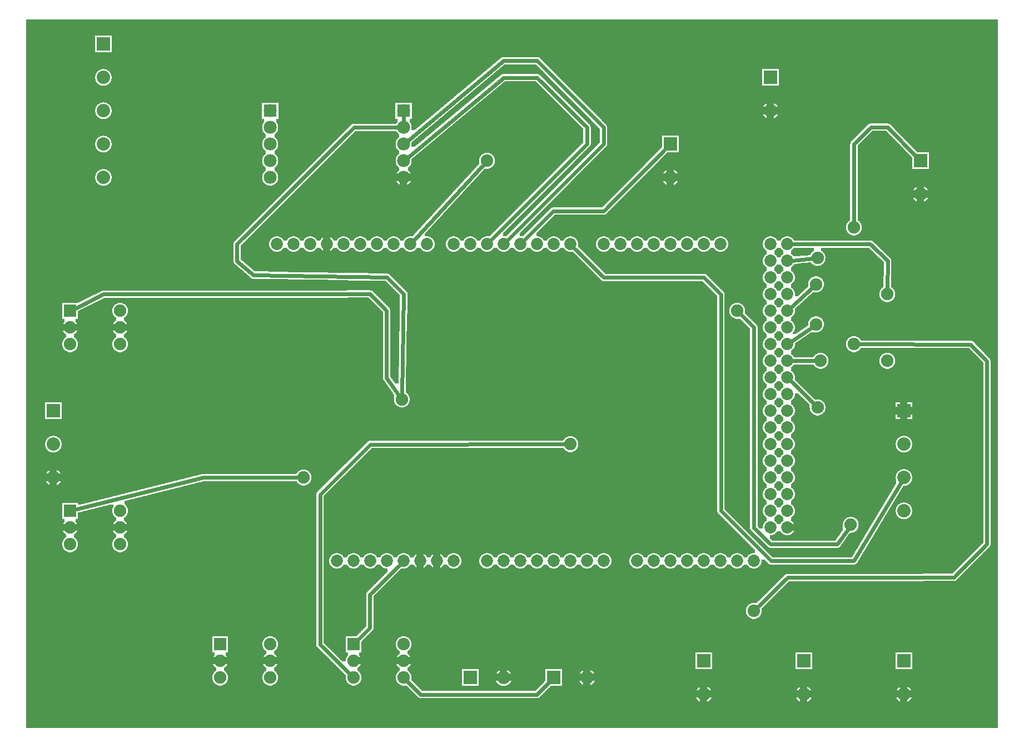
<source format=gbl>
G04 MADE WITH FRITZING*
G04 WWW.FRITZING.ORG*
G04 DOUBLE SIDED*
G04 HOLES PLATED*
G04 CONTOUR ON CENTER OF CONTOUR VECTOR*
%ASAXBY*%
%FSLAX23Y23*%
%MOIN*%
%OFA0B0*%
%SFA1.0B1.0*%
%ADD10C,0.075000*%
%ADD11C,0.075433*%
%ADD12C,0.080000*%
%ADD13C,0.078000*%
%ADD14C,0.072917*%
%ADD15R,0.075000X0.075000*%
%ADD16R,0.079986X0.080000*%
%ADD17R,0.078000X0.078000*%
%ADD18R,0.080000X0.080000*%
%ADD19R,0.080000X0.079986*%
%ADD20C,0.024000*%
%LNCOPPER0*%
G90*
G70*
G54D10*
X605Y4223D03*
G54D11*
X5202Y2244D03*
X1702Y1544D03*
X5202Y2644D03*
X2291Y2013D03*
X4784Y2861D03*
G54D10*
X302Y1344D03*
X602Y1344D03*
X302Y1244D03*
X602Y1244D03*
X302Y1144D03*
X602Y1144D03*
G54D11*
X5002Y3044D03*
G54D10*
X302Y2544D03*
X602Y2544D03*
X302Y2444D03*
X602Y2444D03*
X302Y2344D03*
X602Y2344D03*
G54D12*
X502Y3944D03*
X502Y3744D03*
X502Y3544D03*
X502Y3344D03*
X502Y4144D03*
G54D10*
X2002Y544D03*
X2302Y544D03*
X2002Y444D03*
X2302Y444D03*
X2002Y344D03*
X2302Y344D03*
X1202Y544D03*
X1502Y544D03*
X1202Y444D03*
X1502Y444D03*
X1202Y344D03*
X1502Y344D03*
G54D13*
X1502Y3744D03*
X1502Y3644D03*
X1502Y3544D03*
X1502Y3444D03*
X1502Y3344D03*
X2302Y3744D03*
X2302Y3644D03*
X2302Y3544D03*
X2302Y3444D03*
X2302Y3344D03*
G54D14*
X3802Y1044D03*
X2202Y1044D03*
X3902Y1044D03*
X4002Y1044D03*
X4102Y1044D03*
X4202Y1044D03*
X4502Y2444D03*
X4302Y1044D03*
X4402Y1044D03*
X2242Y2944D03*
X2802Y1044D03*
X2902Y1044D03*
X3002Y1044D03*
X3102Y1044D03*
X4502Y1644D03*
X3202Y1044D03*
X3302Y1044D03*
X3402Y1044D03*
X3502Y1044D03*
X3002Y2944D03*
X4502Y2844D03*
X4502Y2044D03*
X4502Y1244D03*
X1842Y2944D03*
X2602Y1044D03*
X2602Y2944D03*
X4502Y2644D03*
X4502Y2244D03*
X4502Y1844D03*
X4202Y2944D03*
X4502Y1444D03*
X4102Y2944D03*
X4002Y2944D03*
X3902Y2944D03*
X3802Y2944D03*
X3702Y2944D03*
X3602Y2944D03*
X3502Y2944D03*
X1642Y2944D03*
X2042Y2944D03*
X2442Y2944D03*
X2002Y1044D03*
X2402Y1044D03*
X3202Y2944D03*
X2802Y2944D03*
X4502Y2944D03*
X4502Y2744D03*
X4502Y2544D03*
X4502Y2344D03*
X4502Y2144D03*
X4502Y1944D03*
X4502Y1744D03*
X4502Y1544D03*
X4502Y1344D03*
X1542Y2944D03*
X1742Y2944D03*
X1942Y2944D03*
X2142Y2944D03*
X2342Y2944D03*
X1902Y1044D03*
X2102Y1044D03*
X2302Y1044D03*
X2502Y1044D03*
X3302Y2944D03*
X3102Y2944D03*
X2902Y2944D03*
X2702Y2944D03*
X4602Y2944D03*
X4602Y2844D03*
X4602Y2744D03*
X4602Y2644D03*
X4602Y2544D03*
X4602Y2444D03*
X4602Y2344D03*
X4602Y2244D03*
X4602Y2144D03*
X4602Y2044D03*
X4602Y1944D03*
X4602Y1844D03*
X4602Y1744D03*
X4602Y1644D03*
X4602Y1544D03*
X4602Y1444D03*
X4602Y1344D03*
X4602Y1244D03*
X3702Y1044D03*
G54D11*
X4775Y2703D03*
X4775Y2463D03*
X4302Y2544D03*
X4402Y744D03*
X5002Y2344D03*
X4802Y2244D03*
X4983Y1261D03*
X3302Y1744D03*
X4784Y1965D03*
X2802Y3444D03*
G54D12*
X202Y1744D03*
X202Y1544D03*
X202Y1944D03*
X3902Y3544D03*
X3902Y3344D03*
X4102Y444D03*
X4102Y244D03*
X5302Y444D03*
X5302Y244D03*
X4702Y444D03*
X4702Y244D03*
X5302Y1744D03*
X5302Y1544D03*
X5302Y1344D03*
X5302Y1944D03*
X2702Y344D03*
X2902Y344D03*
X4502Y3944D03*
X4502Y3744D03*
X3202Y344D03*
X3402Y344D03*
X5402Y3444D03*
X5402Y3244D03*
G54D15*
X302Y1344D03*
X302Y2544D03*
G54D16*
X502Y4144D03*
G54D15*
X2002Y544D03*
X1202Y544D03*
G54D17*
X1502Y3744D03*
X2302Y3744D03*
G54D18*
X202Y1944D03*
G54D16*
X3902Y3544D03*
X4102Y444D03*
X5302Y444D03*
X4702Y444D03*
G54D18*
X5302Y1944D03*
G54D19*
X2702Y344D03*
G54D16*
X4502Y3944D03*
G54D19*
X3202Y344D03*
G54D16*
X5402Y3444D03*
G54D20*
X2101Y2646D02*
X502Y2644D01*
D02*
X4323Y2524D02*
X4403Y2445D01*
D02*
X5100Y2945D02*
X4632Y2944D01*
D02*
X4403Y2445D02*
X4402Y1243D01*
D02*
X5204Y2845D02*
X5100Y2945D01*
D02*
X4402Y1243D02*
X4503Y1144D01*
D02*
X5202Y2673D02*
X5204Y2845D01*
D02*
X4503Y1144D02*
X4903Y1144D01*
D02*
X4903Y1144D02*
X4967Y1237D01*
D02*
X4423Y764D02*
X4604Y944D01*
D02*
X5602Y946D02*
X5800Y1145D01*
D02*
X5800Y2242D02*
X5703Y2343D01*
D02*
X5800Y1145D02*
X5800Y2242D01*
D02*
X5703Y2343D02*
X5031Y2344D01*
D02*
X4773Y2244D02*
X4632Y2244D01*
D02*
X2275Y2037D02*
X2200Y2143D01*
D02*
X2200Y2143D02*
X2200Y2546D01*
D02*
X2200Y2546D02*
X2101Y2646D01*
D02*
X502Y2644D02*
X328Y2557D01*
D02*
X1673Y1544D02*
X1103Y1544D01*
D02*
X1103Y1544D02*
X330Y1351D01*
D02*
X4755Y2859D02*
X4632Y2847D01*
D02*
X4754Y2684D02*
X4624Y2565D01*
D02*
X4752Y2447D02*
X4627Y2361D01*
D02*
X2102Y1742D02*
X1801Y1443D01*
D02*
X1801Y1443D02*
X1801Y543D01*
D02*
X3273Y1744D02*
X2102Y1742D01*
D02*
X1801Y543D02*
X1982Y364D01*
D02*
X4604Y944D02*
X5602Y946D01*
D02*
X4624Y2123D02*
X4764Y1985D01*
D02*
X2782Y3423D02*
X2362Y2966D01*
D02*
X3401Y3545D02*
X2823Y2966D01*
D02*
X3401Y3645D02*
X3401Y3545D01*
D02*
X3103Y3943D02*
X3401Y3645D01*
D02*
X2901Y3943D02*
X3103Y3943D01*
D02*
X2325Y3463D02*
X2901Y3943D01*
D02*
X3501Y3545D02*
X2923Y2966D01*
D02*
X3501Y3645D02*
X3501Y3545D01*
D02*
X3103Y4045D02*
X3501Y3645D01*
D02*
X2901Y4045D02*
X3103Y4045D01*
D02*
X2325Y3563D02*
X2901Y4045D01*
D02*
X2302Y3674D02*
X2302Y3714D01*
D02*
X2303Y2645D02*
X2202Y2746D01*
D02*
X2202Y2746D02*
X1401Y2759D01*
D02*
X1401Y2759D02*
X1303Y2843D01*
D02*
X1303Y2843D02*
X1303Y2944D01*
D02*
X1303Y2944D02*
X2004Y3645D01*
D02*
X2004Y3645D02*
X2272Y3644D01*
D02*
X2292Y2042D02*
X2303Y2645D01*
D02*
X2100Y843D02*
X2100Y643D01*
D02*
X2100Y643D02*
X2022Y564D01*
D02*
X2281Y1023D02*
X2100Y843D01*
D02*
X2403Y243D02*
X3103Y243D01*
D02*
X3103Y243D02*
X3180Y322D01*
D02*
X2322Y324D02*
X2403Y243D01*
D02*
X5204Y3646D02*
X5380Y3466D01*
D02*
X5003Y3546D02*
X5104Y3646D01*
D02*
X5104Y3646D02*
X5204Y3646D01*
D02*
X5002Y3073D02*
X5003Y3546D01*
D02*
X3502Y3142D02*
X3200Y3142D01*
D02*
X3200Y3142D02*
X3023Y2966D01*
D02*
X3880Y3522D02*
X3502Y3142D01*
D02*
X3501Y2745D02*
X4102Y2745D01*
D02*
X4102Y2745D02*
X4204Y2643D01*
D02*
X3323Y2923D02*
X3501Y2745D01*
D02*
X4204Y2643D02*
X4204Y1345D01*
D02*
X4204Y1345D02*
X4504Y1045D01*
D02*
X4504Y1045D02*
X5003Y1045D01*
D02*
X5003Y1045D02*
X5286Y1517D01*
G36*
X2908Y4023D02*
X2908Y4021D01*
X2904Y4021D01*
X2904Y4019D01*
X2902Y4019D01*
X2902Y4017D01*
X2900Y4017D01*
X2900Y4015D01*
X2898Y4015D01*
X2898Y4013D01*
X2896Y4013D01*
X2896Y4011D01*
X2892Y4011D01*
X2892Y4009D01*
X2890Y4009D01*
X2890Y4007D01*
X2888Y4007D01*
X2888Y4005D01*
X2886Y4005D01*
X2886Y4003D01*
X2884Y4003D01*
X2884Y4001D01*
X2880Y4001D01*
X2880Y3999D01*
X2878Y3999D01*
X2878Y3997D01*
X2876Y3997D01*
X2876Y3995D01*
X2874Y3995D01*
X2874Y3993D01*
X2872Y3993D01*
X2872Y3991D01*
X2868Y3991D01*
X2868Y3989D01*
X2866Y3989D01*
X2866Y3987D01*
X2864Y3987D01*
X2864Y3985D01*
X2862Y3985D01*
X2862Y3983D01*
X2860Y3983D01*
X2860Y3981D01*
X2856Y3981D01*
X2856Y3979D01*
X2854Y3979D01*
X2854Y3977D01*
X2852Y3977D01*
X2852Y3975D01*
X2850Y3975D01*
X2850Y3973D01*
X2848Y3973D01*
X2848Y3971D01*
X2844Y3971D01*
X2844Y3969D01*
X2842Y3969D01*
X2842Y3967D01*
X2840Y3967D01*
X2840Y3965D01*
X3110Y3965D01*
X3110Y3963D01*
X3114Y3963D01*
X3114Y3961D01*
X3118Y3961D01*
X3118Y3959D01*
X3120Y3959D01*
X3120Y3957D01*
X3122Y3957D01*
X3122Y3955D01*
X3124Y3955D01*
X3124Y3953D01*
X3126Y3953D01*
X3126Y3951D01*
X3128Y3951D01*
X3128Y3949D01*
X3130Y3949D01*
X3130Y3947D01*
X3132Y3947D01*
X3132Y3945D01*
X3134Y3945D01*
X3134Y3943D01*
X3136Y3943D01*
X3136Y3941D01*
X3138Y3941D01*
X3138Y3939D01*
X3140Y3939D01*
X3140Y3937D01*
X3142Y3937D01*
X3142Y3935D01*
X3144Y3935D01*
X3144Y3933D01*
X3146Y3933D01*
X3146Y3931D01*
X3148Y3931D01*
X3148Y3929D01*
X3150Y3929D01*
X3150Y3927D01*
X3152Y3927D01*
X3152Y3925D01*
X3154Y3925D01*
X3154Y3923D01*
X3156Y3923D01*
X3156Y3921D01*
X3158Y3921D01*
X3158Y3919D01*
X3160Y3919D01*
X3160Y3917D01*
X3162Y3917D01*
X3162Y3915D01*
X3164Y3915D01*
X3164Y3913D01*
X3166Y3913D01*
X3166Y3911D01*
X3168Y3911D01*
X3168Y3909D01*
X3170Y3909D01*
X3170Y3907D01*
X3172Y3907D01*
X3172Y3905D01*
X3174Y3905D01*
X3174Y3903D01*
X3176Y3903D01*
X3176Y3901D01*
X3178Y3901D01*
X3178Y3899D01*
X3180Y3899D01*
X3180Y3897D01*
X3182Y3897D01*
X3182Y3895D01*
X3184Y3895D01*
X3184Y3893D01*
X3186Y3893D01*
X3186Y3891D01*
X3188Y3891D01*
X3188Y3889D01*
X3190Y3889D01*
X3190Y3887D01*
X3192Y3887D01*
X3192Y3885D01*
X3194Y3885D01*
X3194Y3883D01*
X3196Y3883D01*
X3196Y3881D01*
X3198Y3881D01*
X3198Y3879D01*
X3200Y3879D01*
X3200Y3877D01*
X3202Y3877D01*
X3202Y3875D01*
X3204Y3875D01*
X3204Y3873D01*
X3206Y3873D01*
X3206Y3871D01*
X3208Y3871D01*
X3208Y3869D01*
X3210Y3869D01*
X3210Y3867D01*
X3212Y3867D01*
X3212Y3865D01*
X3214Y3865D01*
X3214Y3863D01*
X3216Y3863D01*
X3216Y3861D01*
X3218Y3861D01*
X3218Y3859D01*
X3220Y3859D01*
X3220Y3857D01*
X3222Y3857D01*
X3222Y3855D01*
X3224Y3855D01*
X3224Y3853D01*
X3226Y3853D01*
X3226Y3851D01*
X3228Y3851D01*
X3228Y3849D01*
X3230Y3849D01*
X3230Y3847D01*
X3232Y3847D01*
X3232Y3845D01*
X3234Y3845D01*
X3234Y3843D01*
X3236Y3843D01*
X3236Y3841D01*
X3238Y3841D01*
X3238Y3839D01*
X3240Y3839D01*
X3240Y3837D01*
X3242Y3837D01*
X3242Y3835D01*
X3244Y3835D01*
X3244Y3833D01*
X3246Y3833D01*
X3246Y3831D01*
X3248Y3831D01*
X3248Y3829D01*
X3250Y3829D01*
X3250Y3827D01*
X3252Y3827D01*
X3252Y3825D01*
X3254Y3825D01*
X3254Y3823D01*
X3256Y3823D01*
X3256Y3821D01*
X3258Y3821D01*
X3258Y3819D01*
X3260Y3819D01*
X3260Y3817D01*
X3262Y3817D01*
X3262Y3815D01*
X3264Y3815D01*
X3264Y3813D01*
X3266Y3813D01*
X3266Y3811D01*
X3268Y3811D01*
X3268Y3809D01*
X3270Y3809D01*
X3270Y3807D01*
X3272Y3807D01*
X3272Y3805D01*
X3274Y3805D01*
X3274Y3803D01*
X3276Y3803D01*
X3276Y3801D01*
X3278Y3801D01*
X3278Y3799D01*
X3280Y3799D01*
X3280Y3797D01*
X3282Y3797D01*
X3282Y3795D01*
X3284Y3795D01*
X3284Y3793D01*
X3286Y3793D01*
X3286Y3791D01*
X3288Y3791D01*
X3288Y3789D01*
X3290Y3789D01*
X3290Y3787D01*
X3292Y3787D01*
X3292Y3785D01*
X3294Y3785D01*
X3294Y3783D01*
X3296Y3783D01*
X3296Y3781D01*
X3298Y3781D01*
X3298Y3779D01*
X3300Y3779D01*
X3300Y3777D01*
X3302Y3777D01*
X3302Y3775D01*
X3304Y3775D01*
X3304Y3773D01*
X3306Y3773D01*
X3306Y3771D01*
X3308Y3771D01*
X3308Y3769D01*
X3310Y3769D01*
X3310Y3767D01*
X3312Y3767D01*
X3312Y3765D01*
X3314Y3765D01*
X3314Y3763D01*
X3316Y3763D01*
X3316Y3761D01*
X3318Y3761D01*
X3318Y3759D01*
X3320Y3759D01*
X3320Y3757D01*
X3322Y3757D01*
X3322Y3755D01*
X3324Y3755D01*
X3324Y3753D01*
X3326Y3753D01*
X3326Y3751D01*
X3328Y3751D01*
X3328Y3749D01*
X3330Y3749D01*
X3330Y3747D01*
X3332Y3747D01*
X3332Y3745D01*
X3334Y3745D01*
X3334Y3743D01*
X3336Y3743D01*
X3336Y3741D01*
X3338Y3741D01*
X3338Y3739D01*
X3340Y3739D01*
X3340Y3737D01*
X3342Y3737D01*
X3342Y3735D01*
X3344Y3735D01*
X3344Y3733D01*
X3346Y3733D01*
X3346Y3731D01*
X3348Y3731D01*
X3348Y3729D01*
X3350Y3729D01*
X3350Y3727D01*
X3352Y3727D01*
X3352Y3725D01*
X3354Y3725D01*
X3354Y3723D01*
X3356Y3723D01*
X3356Y3721D01*
X3358Y3721D01*
X3358Y3719D01*
X3360Y3719D01*
X3360Y3717D01*
X3362Y3717D01*
X3362Y3715D01*
X3364Y3715D01*
X3364Y3713D01*
X3366Y3713D01*
X3366Y3711D01*
X3368Y3711D01*
X3368Y3709D01*
X3370Y3709D01*
X3370Y3707D01*
X3372Y3707D01*
X3372Y3705D01*
X3374Y3705D01*
X3374Y3703D01*
X3376Y3703D01*
X3376Y3701D01*
X3378Y3701D01*
X3378Y3699D01*
X3380Y3699D01*
X3380Y3697D01*
X3382Y3697D01*
X3382Y3695D01*
X3384Y3695D01*
X3384Y3693D01*
X3386Y3693D01*
X3386Y3691D01*
X3388Y3691D01*
X3388Y3689D01*
X3390Y3689D01*
X3390Y3687D01*
X3392Y3687D01*
X3392Y3685D01*
X3394Y3685D01*
X3394Y3683D01*
X3396Y3683D01*
X3396Y3681D01*
X3398Y3681D01*
X3398Y3679D01*
X3400Y3679D01*
X3400Y3677D01*
X3402Y3677D01*
X3402Y3675D01*
X3404Y3675D01*
X3404Y3673D01*
X3406Y3673D01*
X3406Y3671D01*
X3408Y3671D01*
X3408Y3669D01*
X3410Y3669D01*
X3410Y3667D01*
X3412Y3667D01*
X3412Y3665D01*
X3414Y3665D01*
X3414Y3663D01*
X3416Y3663D01*
X3416Y3661D01*
X3418Y3661D01*
X3418Y3657D01*
X3420Y3657D01*
X3420Y3655D01*
X3422Y3655D01*
X3422Y3647D01*
X3424Y3647D01*
X3424Y3543D01*
X3422Y3543D01*
X3422Y3537D01*
X3420Y3537D01*
X3420Y3533D01*
X3418Y3533D01*
X3418Y3531D01*
X3416Y3531D01*
X3416Y3529D01*
X3414Y3529D01*
X3414Y3527D01*
X3412Y3527D01*
X3412Y3525D01*
X3410Y3525D01*
X3410Y3523D01*
X3408Y3523D01*
X3408Y3521D01*
X3406Y3521D01*
X3406Y3519D01*
X3404Y3519D01*
X3404Y3517D01*
X3402Y3517D01*
X3402Y3515D01*
X3400Y3515D01*
X3400Y3513D01*
X3398Y3513D01*
X3398Y3511D01*
X3396Y3511D01*
X3396Y3509D01*
X3394Y3509D01*
X3394Y3507D01*
X3392Y3507D01*
X3392Y3505D01*
X3390Y3505D01*
X3390Y3503D01*
X3388Y3503D01*
X3388Y3501D01*
X3386Y3501D01*
X3386Y3499D01*
X3384Y3499D01*
X3384Y3497D01*
X3382Y3497D01*
X3382Y3495D01*
X3380Y3495D01*
X3380Y3493D01*
X3378Y3493D01*
X3378Y3491D01*
X3376Y3491D01*
X3376Y3489D01*
X3374Y3489D01*
X3374Y3487D01*
X3372Y3487D01*
X3372Y3485D01*
X3370Y3485D01*
X3370Y3483D01*
X3368Y3483D01*
X3368Y3481D01*
X3366Y3481D01*
X3366Y3479D01*
X3364Y3479D01*
X3364Y3477D01*
X3362Y3477D01*
X3362Y3475D01*
X3360Y3475D01*
X3360Y3473D01*
X3358Y3473D01*
X3358Y3471D01*
X3356Y3471D01*
X3356Y3469D01*
X3354Y3469D01*
X3354Y3467D01*
X3352Y3467D01*
X3352Y3465D01*
X3350Y3465D01*
X3350Y3463D01*
X3348Y3463D01*
X3348Y3461D01*
X3346Y3461D01*
X3346Y3459D01*
X3344Y3459D01*
X3344Y3457D01*
X3342Y3457D01*
X3342Y3455D01*
X3340Y3455D01*
X3340Y3453D01*
X3338Y3453D01*
X3338Y3451D01*
X3336Y3451D01*
X3336Y3449D01*
X3334Y3449D01*
X3334Y3447D01*
X3332Y3447D01*
X3332Y3445D01*
X3330Y3445D01*
X3330Y3443D01*
X3328Y3443D01*
X3328Y3441D01*
X3326Y3441D01*
X3326Y3439D01*
X3324Y3439D01*
X3324Y3435D01*
X3322Y3435D01*
X3322Y3433D01*
X3320Y3433D01*
X3320Y3431D01*
X3318Y3431D01*
X3318Y3429D01*
X3316Y3429D01*
X3316Y3427D01*
X3314Y3427D01*
X3314Y3425D01*
X3312Y3425D01*
X3312Y3423D01*
X3310Y3423D01*
X3310Y3421D01*
X3308Y3421D01*
X3308Y3419D01*
X3306Y3419D01*
X3306Y3417D01*
X3304Y3417D01*
X3304Y3415D01*
X3302Y3415D01*
X3302Y3413D01*
X3300Y3413D01*
X3300Y3411D01*
X3298Y3411D01*
X3298Y3409D01*
X3296Y3409D01*
X3296Y3407D01*
X3294Y3407D01*
X3294Y3405D01*
X3292Y3405D01*
X3292Y3403D01*
X3290Y3403D01*
X3290Y3401D01*
X3288Y3401D01*
X3288Y3399D01*
X3286Y3399D01*
X3286Y3397D01*
X3284Y3397D01*
X3284Y3395D01*
X3282Y3395D01*
X3282Y3393D01*
X3280Y3393D01*
X3280Y3391D01*
X3278Y3391D01*
X3278Y3389D01*
X3276Y3389D01*
X3276Y3387D01*
X3274Y3387D01*
X3274Y3385D01*
X3272Y3385D01*
X3272Y3383D01*
X3270Y3383D01*
X3270Y3381D01*
X3268Y3381D01*
X3268Y3379D01*
X3266Y3379D01*
X3266Y3377D01*
X3264Y3377D01*
X3264Y3375D01*
X3262Y3375D01*
X3262Y3373D01*
X3260Y3373D01*
X3260Y3371D01*
X3258Y3371D01*
X3258Y3369D01*
X3256Y3369D01*
X3256Y3367D01*
X3254Y3367D01*
X3254Y3365D01*
X3252Y3365D01*
X3252Y3363D01*
X3250Y3363D01*
X3250Y3361D01*
X3248Y3361D01*
X3248Y3359D01*
X3246Y3359D01*
X3246Y3357D01*
X3244Y3357D01*
X3244Y3355D01*
X3242Y3355D01*
X3242Y3353D01*
X3240Y3353D01*
X3240Y3351D01*
X3238Y3351D01*
X3238Y3349D01*
X3236Y3349D01*
X3236Y3347D01*
X3234Y3347D01*
X3234Y3345D01*
X3232Y3345D01*
X3232Y3343D01*
X3230Y3343D01*
X3230Y3341D01*
X3228Y3341D01*
X3228Y3339D01*
X3226Y3339D01*
X3226Y3337D01*
X3224Y3337D01*
X3224Y3335D01*
X3222Y3335D01*
X3222Y3333D01*
X3220Y3333D01*
X3220Y3331D01*
X3218Y3331D01*
X3218Y3329D01*
X3216Y3329D01*
X3216Y3327D01*
X3214Y3327D01*
X3214Y3325D01*
X3212Y3325D01*
X3212Y3323D01*
X3210Y3323D01*
X3210Y3321D01*
X3208Y3321D01*
X3208Y3319D01*
X3206Y3319D01*
X3206Y3317D01*
X3204Y3317D01*
X3204Y3315D01*
X3202Y3315D01*
X3202Y3313D01*
X3200Y3313D01*
X3200Y3311D01*
X3198Y3311D01*
X3198Y3309D01*
X3196Y3309D01*
X3196Y3307D01*
X3194Y3307D01*
X3194Y3305D01*
X3192Y3305D01*
X3192Y3303D01*
X3190Y3303D01*
X3190Y3301D01*
X3188Y3301D01*
X3188Y3299D01*
X3186Y3299D01*
X3186Y3297D01*
X3184Y3297D01*
X3184Y3295D01*
X3182Y3295D01*
X3182Y3293D01*
X3180Y3293D01*
X3180Y3291D01*
X3178Y3291D01*
X3178Y3289D01*
X3176Y3289D01*
X3176Y3287D01*
X3174Y3287D01*
X3174Y3285D01*
X3172Y3285D01*
X3172Y3283D01*
X3170Y3283D01*
X3170Y3281D01*
X3168Y3281D01*
X3168Y3279D01*
X3166Y3279D01*
X3166Y3277D01*
X3164Y3277D01*
X3164Y3275D01*
X3162Y3275D01*
X3162Y3273D01*
X3160Y3273D01*
X3160Y3271D01*
X3158Y3271D01*
X3158Y3269D01*
X3156Y3269D01*
X3156Y3267D01*
X3154Y3267D01*
X3154Y3265D01*
X3152Y3265D01*
X3152Y3263D01*
X3150Y3263D01*
X3150Y3261D01*
X3148Y3261D01*
X3148Y3259D01*
X3146Y3259D01*
X3146Y3257D01*
X3144Y3257D01*
X3144Y3255D01*
X3142Y3255D01*
X3142Y3253D01*
X3140Y3253D01*
X3140Y3251D01*
X3138Y3251D01*
X3138Y3249D01*
X3136Y3249D01*
X3136Y3247D01*
X3134Y3247D01*
X3134Y3245D01*
X3132Y3245D01*
X3132Y3243D01*
X3130Y3243D01*
X3130Y3241D01*
X3128Y3241D01*
X3128Y3239D01*
X3126Y3239D01*
X3126Y3237D01*
X3124Y3237D01*
X3124Y3235D01*
X3122Y3235D01*
X3122Y3233D01*
X3120Y3233D01*
X3120Y3231D01*
X3118Y3231D01*
X3118Y3229D01*
X3116Y3229D01*
X3116Y3227D01*
X3114Y3227D01*
X3114Y3225D01*
X3112Y3225D01*
X3112Y3223D01*
X3110Y3223D01*
X3110Y3221D01*
X3108Y3221D01*
X3108Y3219D01*
X3106Y3219D01*
X3106Y3217D01*
X3104Y3217D01*
X3104Y3215D01*
X3102Y3215D01*
X3102Y3213D01*
X3100Y3213D01*
X3100Y3211D01*
X3098Y3211D01*
X3098Y3209D01*
X3096Y3209D01*
X3096Y3207D01*
X3094Y3207D01*
X3094Y3205D01*
X3092Y3205D01*
X3092Y3203D01*
X3090Y3203D01*
X3090Y3201D01*
X3088Y3201D01*
X3088Y3199D01*
X3086Y3199D01*
X3086Y3197D01*
X3084Y3197D01*
X3084Y3195D01*
X3082Y3195D01*
X3082Y3193D01*
X3080Y3193D01*
X3080Y3191D01*
X3078Y3191D01*
X3078Y3189D01*
X3076Y3189D01*
X3076Y3187D01*
X3074Y3187D01*
X3074Y3185D01*
X3072Y3185D01*
X3072Y3183D01*
X3070Y3183D01*
X3070Y3181D01*
X3068Y3181D01*
X3068Y3179D01*
X3066Y3179D01*
X3066Y3177D01*
X3064Y3177D01*
X3064Y3175D01*
X3062Y3175D01*
X3062Y3173D01*
X3060Y3173D01*
X3060Y3171D01*
X3058Y3171D01*
X3058Y3169D01*
X3056Y3169D01*
X3056Y3167D01*
X3054Y3167D01*
X3054Y3165D01*
X3052Y3165D01*
X3052Y3163D01*
X3050Y3163D01*
X3050Y3161D01*
X3048Y3161D01*
X3048Y3159D01*
X3046Y3159D01*
X3046Y3157D01*
X3044Y3157D01*
X3044Y3155D01*
X3042Y3155D01*
X3042Y3153D01*
X3040Y3153D01*
X3040Y3151D01*
X3038Y3151D01*
X3038Y3149D01*
X3036Y3149D01*
X3036Y3147D01*
X3034Y3147D01*
X3034Y3145D01*
X3032Y3145D01*
X3032Y3143D01*
X3030Y3143D01*
X3030Y3141D01*
X3028Y3141D01*
X3028Y3139D01*
X3026Y3139D01*
X3026Y3137D01*
X3024Y3137D01*
X3024Y3135D01*
X3022Y3135D01*
X3022Y3133D01*
X3020Y3133D01*
X3020Y3131D01*
X3018Y3131D01*
X3018Y3129D01*
X3016Y3129D01*
X3016Y3127D01*
X3014Y3127D01*
X3014Y3125D01*
X3012Y3125D01*
X3012Y3123D01*
X3010Y3123D01*
X3010Y3121D01*
X3008Y3121D01*
X3008Y3119D01*
X3006Y3119D01*
X3006Y3117D01*
X3004Y3117D01*
X3004Y3115D01*
X3002Y3115D01*
X3002Y3113D01*
X3000Y3113D01*
X3000Y3111D01*
X2998Y3111D01*
X2998Y3109D01*
X2996Y3109D01*
X2996Y3107D01*
X2994Y3107D01*
X2994Y3105D01*
X2992Y3105D01*
X2992Y3103D01*
X2990Y3103D01*
X2990Y3101D01*
X2988Y3101D01*
X2988Y3099D01*
X2986Y3099D01*
X2986Y3097D01*
X2984Y3097D01*
X2984Y3095D01*
X2982Y3095D01*
X2982Y3093D01*
X2980Y3093D01*
X2980Y3091D01*
X2978Y3091D01*
X2978Y3089D01*
X2976Y3089D01*
X2976Y3087D01*
X2974Y3087D01*
X2974Y3085D01*
X2972Y3085D01*
X2972Y3083D01*
X2970Y3083D01*
X2970Y3081D01*
X2968Y3081D01*
X2968Y3079D01*
X2966Y3079D01*
X2966Y3077D01*
X2964Y3077D01*
X2964Y3075D01*
X2962Y3075D01*
X2962Y3073D01*
X2960Y3073D01*
X2960Y3071D01*
X2958Y3071D01*
X2958Y3069D01*
X2956Y3069D01*
X2956Y3067D01*
X2954Y3067D01*
X2954Y3065D01*
X2952Y3065D01*
X2952Y3063D01*
X2950Y3063D01*
X2950Y3061D01*
X2948Y3061D01*
X2948Y3059D01*
X2946Y3059D01*
X2946Y3057D01*
X2944Y3057D01*
X2944Y3055D01*
X2942Y3055D01*
X2942Y3053D01*
X2940Y3053D01*
X2940Y3051D01*
X2938Y3051D01*
X2938Y3049D01*
X2936Y3049D01*
X2936Y3047D01*
X2934Y3047D01*
X2934Y3045D01*
X2932Y3045D01*
X2932Y3043D01*
X2930Y3043D01*
X2930Y3041D01*
X2928Y3041D01*
X2928Y3039D01*
X2926Y3039D01*
X2926Y3037D01*
X2924Y3037D01*
X2924Y3035D01*
X2922Y3035D01*
X2922Y3033D01*
X2920Y3033D01*
X2920Y3031D01*
X2918Y3031D01*
X2918Y3029D01*
X2916Y3029D01*
X2916Y3027D01*
X2914Y3027D01*
X2914Y3025D01*
X2912Y3025D01*
X2912Y3023D01*
X2910Y3023D01*
X2910Y3021D01*
X2908Y3021D01*
X2908Y3019D01*
X2906Y3019D01*
X2906Y3017D01*
X2904Y3017D01*
X2904Y3015D01*
X2902Y3015D01*
X2902Y3013D01*
X2900Y3013D01*
X2900Y3011D01*
X2898Y3011D01*
X2898Y2991D01*
X2918Y2991D01*
X2918Y2993D01*
X2920Y2993D01*
X2920Y2995D01*
X2922Y2995D01*
X2922Y2997D01*
X2924Y2997D01*
X2924Y2999D01*
X2926Y2999D01*
X2926Y3001D01*
X2928Y3001D01*
X2928Y3003D01*
X2930Y3003D01*
X2930Y3005D01*
X2932Y3005D01*
X2932Y3007D01*
X2934Y3007D01*
X2934Y3009D01*
X2936Y3009D01*
X2936Y3011D01*
X2938Y3011D01*
X2938Y3013D01*
X2940Y3013D01*
X2940Y3015D01*
X2942Y3015D01*
X2942Y3017D01*
X2944Y3017D01*
X2944Y3019D01*
X2946Y3019D01*
X2946Y3021D01*
X2948Y3021D01*
X2948Y3023D01*
X2950Y3023D01*
X2950Y3025D01*
X2952Y3025D01*
X2952Y3027D01*
X2954Y3027D01*
X2954Y3029D01*
X2956Y3029D01*
X2956Y3031D01*
X2958Y3031D01*
X2958Y3033D01*
X2960Y3033D01*
X2960Y3035D01*
X2962Y3035D01*
X2962Y3037D01*
X2964Y3037D01*
X2964Y3039D01*
X2966Y3039D01*
X2966Y3041D01*
X2968Y3041D01*
X2968Y3043D01*
X2970Y3043D01*
X2970Y3045D01*
X2972Y3045D01*
X2972Y3047D01*
X2974Y3047D01*
X2974Y3049D01*
X2976Y3049D01*
X2976Y3051D01*
X2978Y3051D01*
X2978Y3053D01*
X2980Y3053D01*
X2980Y3055D01*
X2982Y3055D01*
X2982Y3057D01*
X2984Y3057D01*
X2984Y3059D01*
X2986Y3059D01*
X2986Y3061D01*
X2988Y3061D01*
X2988Y3063D01*
X2990Y3063D01*
X2990Y3065D01*
X2992Y3065D01*
X2992Y3067D01*
X2994Y3067D01*
X2994Y3069D01*
X2996Y3069D01*
X2996Y3071D01*
X2998Y3071D01*
X2998Y3073D01*
X3000Y3073D01*
X3000Y3075D01*
X3002Y3075D01*
X3002Y3077D01*
X3004Y3077D01*
X3004Y3079D01*
X3006Y3079D01*
X3006Y3081D01*
X3008Y3081D01*
X3008Y3083D01*
X3010Y3083D01*
X3010Y3085D01*
X3012Y3085D01*
X3012Y3087D01*
X3014Y3087D01*
X3014Y3089D01*
X3016Y3089D01*
X3016Y3091D01*
X3018Y3091D01*
X3018Y3093D01*
X3020Y3093D01*
X3020Y3095D01*
X3022Y3095D01*
X3022Y3097D01*
X3024Y3097D01*
X3024Y3099D01*
X3026Y3099D01*
X3026Y3101D01*
X3028Y3101D01*
X3028Y3103D01*
X3030Y3103D01*
X3030Y3105D01*
X3032Y3105D01*
X3032Y3107D01*
X3034Y3107D01*
X3034Y3109D01*
X3036Y3109D01*
X3036Y3111D01*
X3038Y3111D01*
X3038Y3113D01*
X3040Y3113D01*
X3040Y3115D01*
X3042Y3115D01*
X3042Y3117D01*
X3044Y3117D01*
X3044Y3119D01*
X3046Y3119D01*
X3046Y3121D01*
X3048Y3121D01*
X3048Y3123D01*
X3050Y3123D01*
X3050Y3125D01*
X3052Y3125D01*
X3052Y3127D01*
X3054Y3127D01*
X3054Y3129D01*
X3056Y3129D01*
X3056Y3131D01*
X3058Y3131D01*
X3058Y3133D01*
X3060Y3133D01*
X3060Y3135D01*
X3062Y3135D01*
X3062Y3137D01*
X3064Y3137D01*
X3064Y3139D01*
X3066Y3139D01*
X3066Y3141D01*
X3068Y3141D01*
X3068Y3143D01*
X3070Y3143D01*
X3070Y3145D01*
X3072Y3145D01*
X3072Y3147D01*
X3074Y3147D01*
X3074Y3149D01*
X3076Y3149D01*
X3076Y3151D01*
X3078Y3151D01*
X3078Y3153D01*
X3080Y3153D01*
X3080Y3155D01*
X3082Y3155D01*
X3082Y3157D01*
X3084Y3157D01*
X3084Y3159D01*
X3086Y3159D01*
X3086Y3161D01*
X3088Y3161D01*
X3088Y3163D01*
X3090Y3163D01*
X3090Y3165D01*
X3092Y3165D01*
X3092Y3167D01*
X3094Y3167D01*
X3094Y3169D01*
X3096Y3169D01*
X3096Y3171D01*
X3098Y3171D01*
X3098Y3173D01*
X3100Y3173D01*
X3100Y3175D01*
X3102Y3175D01*
X3102Y3177D01*
X3104Y3177D01*
X3104Y3179D01*
X3106Y3179D01*
X3106Y3181D01*
X3108Y3181D01*
X3108Y3183D01*
X3110Y3183D01*
X3110Y3185D01*
X3112Y3185D01*
X3112Y3187D01*
X3114Y3187D01*
X3114Y3189D01*
X3116Y3189D01*
X3116Y3191D01*
X3118Y3191D01*
X3118Y3193D01*
X3120Y3193D01*
X3120Y3195D01*
X3122Y3195D01*
X3122Y3197D01*
X3124Y3197D01*
X3124Y3199D01*
X3126Y3199D01*
X3126Y3201D01*
X3128Y3201D01*
X3128Y3203D01*
X3130Y3203D01*
X3130Y3205D01*
X3132Y3205D01*
X3132Y3207D01*
X3134Y3207D01*
X3134Y3209D01*
X3136Y3209D01*
X3136Y3211D01*
X3138Y3211D01*
X3138Y3213D01*
X3140Y3213D01*
X3140Y3215D01*
X3142Y3215D01*
X3142Y3217D01*
X3144Y3217D01*
X3144Y3219D01*
X3146Y3219D01*
X3146Y3221D01*
X3148Y3221D01*
X3148Y3223D01*
X3150Y3223D01*
X3150Y3225D01*
X3152Y3225D01*
X3152Y3227D01*
X3154Y3227D01*
X3154Y3229D01*
X3156Y3229D01*
X3156Y3231D01*
X3158Y3231D01*
X3158Y3233D01*
X3160Y3233D01*
X3160Y3235D01*
X3162Y3235D01*
X3162Y3237D01*
X3164Y3237D01*
X3164Y3239D01*
X3166Y3239D01*
X3166Y3241D01*
X3168Y3241D01*
X3168Y3243D01*
X3170Y3243D01*
X3170Y3245D01*
X3172Y3245D01*
X3172Y3247D01*
X3174Y3247D01*
X3174Y3249D01*
X3176Y3249D01*
X3176Y3251D01*
X3178Y3251D01*
X3178Y3253D01*
X3180Y3253D01*
X3180Y3255D01*
X3182Y3255D01*
X3182Y3257D01*
X3184Y3257D01*
X3184Y3259D01*
X3186Y3259D01*
X3186Y3261D01*
X3188Y3261D01*
X3188Y3263D01*
X3190Y3263D01*
X3190Y3265D01*
X3192Y3265D01*
X3192Y3267D01*
X3194Y3267D01*
X3194Y3269D01*
X3196Y3269D01*
X3196Y3271D01*
X3198Y3271D01*
X3198Y3273D01*
X3200Y3273D01*
X3200Y3275D01*
X3202Y3275D01*
X3202Y3277D01*
X3204Y3277D01*
X3204Y3279D01*
X3206Y3279D01*
X3206Y3281D01*
X3208Y3281D01*
X3208Y3283D01*
X3210Y3283D01*
X3210Y3285D01*
X3212Y3285D01*
X3212Y3287D01*
X3214Y3287D01*
X3214Y3289D01*
X3216Y3289D01*
X3216Y3291D01*
X3218Y3291D01*
X3218Y3293D01*
X3220Y3293D01*
X3220Y3295D01*
X3222Y3295D01*
X3222Y3297D01*
X3224Y3297D01*
X3224Y3301D01*
X3226Y3301D01*
X3226Y3303D01*
X3228Y3303D01*
X3228Y3305D01*
X3230Y3305D01*
X3230Y3307D01*
X3232Y3307D01*
X3232Y3309D01*
X3234Y3309D01*
X3234Y3311D01*
X3236Y3311D01*
X3236Y3313D01*
X3238Y3313D01*
X3238Y3315D01*
X3240Y3315D01*
X3240Y3317D01*
X3242Y3317D01*
X3242Y3319D01*
X3244Y3319D01*
X3244Y3321D01*
X3246Y3321D01*
X3246Y3323D01*
X3248Y3323D01*
X3248Y3325D01*
X3250Y3325D01*
X3250Y3327D01*
X3252Y3327D01*
X3252Y3329D01*
X3254Y3329D01*
X3254Y3331D01*
X3256Y3331D01*
X3256Y3333D01*
X3258Y3333D01*
X3258Y3335D01*
X3260Y3335D01*
X3260Y3337D01*
X3262Y3337D01*
X3262Y3339D01*
X3264Y3339D01*
X3264Y3341D01*
X3266Y3341D01*
X3266Y3343D01*
X3268Y3343D01*
X3268Y3345D01*
X3270Y3345D01*
X3270Y3347D01*
X3272Y3347D01*
X3272Y3349D01*
X3274Y3349D01*
X3274Y3351D01*
X3276Y3351D01*
X3276Y3353D01*
X3278Y3353D01*
X3278Y3355D01*
X3280Y3355D01*
X3280Y3357D01*
X3282Y3357D01*
X3282Y3359D01*
X3284Y3359D01*
X3284Y3361D01*
X3286Y3361D01*
X3286Y3363D01*
X3288Y3363D01*
X3288Y3365D01*
X3290Y3365D01*
X3290Y3367D01*
X3292Y3367D01*
X3292Y3369D01*
X3294Y3369D01*
X3294Y3371D01*
X3296Y3371D01*
X3296Y3373D01*
X3298Y3373D01*
X3298Y3375D01*
X3300Y3375D01*
X3300Y3377D01*
X3302Y3377D01*
X3302Y3379D01*
X3304Y3379D01*
X3304Y3381D01*
X3306Y3381D01*
X3306Y3383D01*
X3308Y3383D01*
X3308Y3385D01*
X3310Y3385D01*
X3310Y3387D01*
X3312Y3387D01*
X3312Y3389D01*
X3314Y3389D01*
X3314Y3391D01*
X3316Y3391D01*
X3316Y3393D01*
X3318Y3393D01*
X3318Y3395D01*
X3320Y3395D01*
X3320Y3397D01*
X3322Y3397D01*
X3322Y3399D01*
X3324Y3399D01*
X3324Y3401D01*
X3326Y3401D01*
X3326Y3403D01*
X3328Y3403D01*
X3328Y3405D01*
X3330Y3405D01*
X3330Y3407D01*
X3332Y3407D01*
X3332Y3409D01*
X3334Y3409D01*
X3334Y3411D01*
X3336Y3411D01*
X3336Y3413D01*
X3338Y3413D01*
X3338Y3415D01*
X3340Y3415D01*
X3340Y3417D01*
X3342Y3417D01*
X3342Y3419D01*
X3344Y3419D01*
X3344Y3421D01*
X3346Y3421D01*
X3346Y3423D01*
X3348Y3423D01*
X3348Y3425D01*
X3350Y3425D01*
X3350Y3427D01*
X3352Y3427D01*
X3352Y3429D01*
X3354Y3429D01*
X3354Y3431D01*
X3356Y3431D01*
X3356Y3433D01*
X3358Y3433D01*
X3358Y3435D01*
X3360Y3435D01*
X3360Y3437D01*
X3362Y3437D01*
X3362Y3439D01*
X3364Y3439D01*
X3364Y3441D01*
X3366Y3441D01*
X3366Y3443D01*
X3368Y3443D01*
X3368Y3445D01*
X3370Y3445D01*
X3370Y3447D01*
X3372Y3447D01*
X3372Y3449D01*
X3374Y3449D01*
X3374Y3451D01*
X3376Y3451D01*
X3376Y3453D01*
X3378Y3453D01*
X3378Y3455D01*
X3380Y3455D01*
X3380Y3457D01*
X3382Y3457D01*
X3382Y3459D01*
X3384Y3459D01*
X3384Y3461D01*
X3386Y3461D01*
X3386Y3463D01*
X3388Y3463D01*
X3388Y3465D01*
X3390Y3465D01*
X3390Y3467D01*
X3392Y3467D01*
X3392Y3469D01*
X3394Y3469D01*
X3394Y3471D01*
X3396Y3471D01*
X3396Y3473D01*
X3398Y3473D01*
X3398Y3475D01*
X3400Y3475D01*
X3400Y3477D01*
X3402Y3477D01*
X3402Y3479D01*
X3404Y3479D01*
X3404Y3481D01*
X3406Y3481D01*
X3406Y3483D01*
X3408Y3483D01*
X3408Y3485D01*
X3410Y3485D01*
X3410Y3487D01*
X3412Y3487D01*
X3412Y3489D01*
X3414Y3489D01*
X3414Y3491D01*
X3416Y3491D01*
X3416Y3493D01*
X3418Y3493D01*
X3418Y3495D01*
X3420Y3495D01*
X3420Y3497D01*
X3422Y3497D01*
X3422Y3499D01*
X3424Y3499D01*
X3424Y3501D01*
X3426Y3501D01*
X3426Y3503D01*
X3428Y3503D01*
X3428Y3505D01*
X3430Y3505D01*
X3430Y3507D01*
X3432Y3507D01*
X3432Y3509D01*
X3434Y3509D01*
X3434Y3511D01*
X3436Y3511D01*
X3436Y3513D01*
X3438Y3513D01*
X3438Y3515D01*
X3440Y3515D01*
X3440Y3517D01*
X3442Y3517D01*
X3442Y3519D01*
X3444Y3519D01*
X3444Y3521D01*
X3446Y3521D01*
X3446Y3523D01*
X3448Y3523D01*
X3448Y3525D01*
X3450Y3525D01*
X3450Y3527D01*
X3452Y3527D01*
X3452Y3529D01*
X3454Y3529D01*
X3454Y3531D01*
X3456Y3531D01*
X3456Y3533D01*
X3458Y3533D01*
X3458Y3535D01*
X3460Y3535D01*
X3460Y3537D01*
X3462Y3537D01*
X3462Y3539D01*
X3464Y3539D01*
X3464Y3541D01*
X3466Y3541D01*
X3466Y3543D01*
X3468Y3543D01*
X3468Y3545D01*
X3470Y3545D01*
X3470Y3547D01*
X3472Y3547D01*
X3472Y3549D01*
X3474Y3549D01*
X3474Y3551D01*
X3476Y3551D01*
X3476Y3553D01*
X3478Y3553D01*
X3478Y3637D01*
X3476Y3637D01*
X3476Y3639D01*
X3474Y3639D01*
X3474Y3641D01*
X3472Y3641D01*
X3472Y3643D01*
X3470Y3643D01*
X3470Y3645D01*
X3468Y3645D01*
X3468Y3647D01*
X3466Y3647D01*
X3466Y3649D01*
X3464Y3649D01*
X3464Y3651D01*
X3462Y3651D01*
X3462Y3653D01*
X3460Y3653D01*
X3460Y3655D01*
X3458Y3655D01*
X3458Y3657D01*
X3456Y3657D01*
X3456Y3659D01*
X3454Y3659D01*
X3454Y3661D01*
X3452Y3661D01*
X3452Y3663D01*
X3450Y3663D01*
X3450Y3665D01*
X3448Y3665D01*
X3448Y3667D01*
X3446Y3667D01*
X3446Y3669D01*
X3444Y3669D01*
X3444Y3671D01*
X3442Y3671D01*
X3442Y3673D01*
X3440Y3673D01*
X3440Y3675D01*
X3438Y3675D01*
X3438Y3677D01*
X3436Y3677D01*
X3436Y3679D01*
X3434Y3679D01*
X3434Y3681D01*
X3432Y3681D01*
X3432Y3683D01*
X3430Y3683D01*
X3430Y3685D01*
X3428Y3685D01*
X3428Y3689D01*
X3426Y3689D01*
X3426Y3691D01*
X3424Y3691D01*
X3424Y3693D01*
X3422Y3693D01*
X3422Y3695D01*
X3420Y3695D01*
X3420Y3697D01*
X3418Y3697D01*
X3418Y3699D01*
X3416Y3699D01*
X3416Y3701D01*
X3414Y3701D01*
X3414Y3703D01*
X3412Y3703D01*
X3412Y3705D01*
X3410Y3705D01*
X3410Y3707D01*
X3408Y3707D01*
X3408Y3709D01*
X3406Y3709D01*
X3406Y3711D01*
X3404Y3711D01*
X3404Y3713D01*
X3402Y3713D01*
X3402Y3715D01*
X3400Y3715D01*
X3400Y3717D01*
X3398Y3717D01*
X3398Y3719D01*
X3396Y3719D01*
X3396Y3721D01*
X3394Y3721D01*
X3394Y3723D01*
X3392Y3723D01*
X3392Y3725D01*
X3390Y3725D01*
X3390Y3727D01*
X3388Y3727D01*
X3388Y3729D01*
X3386Y3729D01*
X3386Y3731D01*
X3384Y3731D01*
X3384Y3733D01*
X3382Y3733D01*
X3382Y3735D01*
X3380Y3735D01*
X3380Y3737D01*
X3378Y3737D01*
X3378Y3739D01*
X3376Y3739D01*
X3376Y3741D01*
X3374Y3741D01*
X3374Y3743D01*
X3372Y3743D01*
X3372Y3745D01*
X3370Y3745D01*
X3370Y3747D01*
X3368Y3747D01*
X3368Y3749D01*
X3366Y3749D01*
X3366Y3751D01*
X3364Y3751D01*
X3364Y3753D01*
X3362Y3753D01*
X3362Y3755D01*
X3360Y3755D01*
X3360Y3757D01*
X3358Y3757D01*
X3358Y3759D01*
X3356Y3759D01*
X3356Y3761D01*
X3354Y3761D01*
X3354Y3763D01*
X3352Y3763D01*
X3352Y3765D01*
X3350Y3765D01*
X3350Y3767D01*
X3348Y3767D01*
X3348Y3769D01*
X3346Y3769D01*
X3346Y3771D01*
X3344Y3771D01*
X3344Y3773D01*
X3342Y3773D01*
X3342Y3775D01*
X3340Y3775D01*
X3340Y3777D01*
X3338Y3777D01*
X3338Y3779D01*
X3336Y3779D01*
X3336Y3781D01*
X3334Y3781D01*
X3334Y3783D01*
X3332Y3783D01*
X3332Y3785D01*
X3330Y3785D01*
X3330Y3787D01*
X3328Y3787D01*
X3328Y3789D01*
X3326Y3789D01*
X3326Y3791D01*
X3324Y3791D01*
X3324Y3793D01*
X3322Y3793D01*
X3322Y3795D01*
X3320Y3795D01*
X3320Y3797D01*
X3318Y3797D01*
X3318Y3799D01*
X3316Y3799D01*
X3316Y3801D01*
X3314Y3801D01*
X3314Y3803D01*
X3312Y3803D01*
X3312Y3805D01*
X3310Y3805D01*
X3310Y3807D01*
X3308Y3807D01*
X3308Y3809D01*
X3306Y3809D01*
X3306Y3811D01*
X3304Y3811D01*
X3304Y3813D01*
X3302Y3813D01*
X3302Y3815D01*
X3300Y3815D01*
X3300Y3817D01*
X3298Y3817D01*
X3298Y3819D01*
X3296Y3819D01*
X3296Y3821D01*
X3294Y3821D01*
X3294Y3823D01*
X3292Y3823D01*
X3292Y3825D01*
X3290Y3825D01*
X3290Y3827D01*
X3288Y3827D01*
X3288Y3829D01*
X3286Y3829D01*
X3286Y3831D01*
X3284Y3831D01*
X3284Y3833D01*
X3282Y3833D01*
X3282Y3835D01*
X3280Y3835D01*
X3280Y3837D01*
X3278Y3837D01*
X3278Y3839D01*
X3276Y3839D01*
X3276Y3841D01*
X3274Y3841D01*
X3274Y3843D01*
X3272Y3843D01*
X3272Y3845D01*
X3270Y3845D01*
X3270Y3847D01*
X3268Y3847D01*
X3268Y3849D01*
X3266Y3849D01*
X3266Y3851D01*
X3264Y3851D01*
X3264Y3853D01*
X3262Y3853D01*
X3262Y3855D01*
X3260Y3855D01*
X3260Y3857D01*
X3258Y3857D01*
X3258Y3859D01*
X3256Y3859D01*
X3256Y3861D01*
X3254Y3861D01*
X3254Y3863D01*
X3252Y3863D01*
X3252Y3865D01*
X3250Y3865D01*
X3250Y3867D01*
X3248Y3867D01*
X3248Y3869D01*
X3246Y3869D01*
X3246Y3871D01*
X3244Y3871D01*
X3244Y3873D01*
X3242Y3873D01*
X3242Y3875D01*
X3240Y3875D01*
X3240Y3877D01*
X3238Y3877D01*
X3238Y3879D01*
X3236Y3879D01*
X3236Y3881D01*
X3234Y3881D01*
X3234Y3883D01*
X3232Y3883D01*
X3232Y3885D01*
X3230Y3885D01*
X3230Y3887D01*
X3228Y3887D01*
X3228Y3889D01*
X3226Y3889D01*
X3226Y3891D01*
X3224Y3891D01*
X3224Y3893D01*
X3222Y3893D01*
X3222Y3895D01*
X3220Y3895D01*
X3220Y3897D01*
X3218Y3897D01*
X3218Y3899D01*
X3216Y3899D01*
X3216Y3901D01*
X3214Y3901D01*
X3214Y3903D01*
X3212Y3903D01*
X3212Y3905D01*
X3210Y3905D01*
X3210Y3907D01*
X3208Y3907D01*
X3208Y3909D01*
X3206Y3909D01*
X3206Y3911D01*
X3204Y3911D01*
X3204Y3913D01*
X3202Y3913D01*
X3202Y3915D01*
X3200Y3915D01*
X3200Y3917D01*
X3198Y3917D01*
X3198Y3919D01*
X3196Y3919D01*
X3196Y3921D01*
X3194Y3921D01*
X3194Y3923D01*
X3192Y3923D01*
X3192Y3925D01*
X3190Y3925D01*
X3190Y3927D01*
X3188Y3927D01*
X3188Y3929D01*
X3186Y3929D01*
X3186Y3931D01*
X3184Y3931D01*
X3184Y3933D01*
X3182Y3933D01*
X3182Y3935D01*
X3180Y3935D01*
X3180Y3937D01*
X3178Y3937D01*
X3178Y3939D01*
X3176Y3939D01*
X3176Y3941D01*
X3174Y3941D01*
X3174Y3943D01*
X3172Y3943D01*
X3172Y3945D01*
X3170Y3945D01*
X3170Y3947D01*
X3168Y3947D01*
X3168Y3949D01*
X3166Y3949D01*
X3166Y3951D01*
X3164Y3951D01*
X3164Y3953D01*
X3162Y3953D01*
X3162Y3955D01*
X3160Y3955D01*
X3160Y3957D01*
X3158Y3957D01*
X3158Y3959D01*
X3156Y3959D01*
X3156Y3961D01*
X3154Y3961D01*
X3154Y3965D01*
X3152Y3965D01*
X3152Y3967D01*
X3150Y3967D01*
X3150Y3969D01*
X3148Y3969D01*
X3148Y3971D01*
X3146Y3971D01*
X3146Y3973D01*
X3144Y3973D01*
X3144Y3975D01*
X3142Y3975D01*
X3142Y3977D01*
X3140Y3977D01*
X3140Y3979D01*
X3138Y3979D01*
X3138Y3981D01*
X3136Y3981D01*
X3136Y3983D01*
X3134Y3983D01*
X3134Y3985D01*
X3132Y3985D01*
X3132Y3987D01*
X3130Y3987D01*
X3130Y3989D01*
X3128Y3989D01*
X3128Y3991D01*
X3126Y3991D01*
X3126Y3993D01*
X3124Y3993D01*
X3124Y3995D01*
X3122Y3995D01*
X3122Y3997D01*
X3120Y3997D01*
X3120Y3999D01*
X3118Y3999D01*
X3118Y4001D01*
X3116Y4001D01*
X3116Y4003D01*
X3114Y4003D01*
X3114Y4005D01*
X3112Y4005D01*
X3112Y4007D01*
X3110Y4007D01*
X3110Y4009D01*
X3108Y4009D01*
X3108Y4011D01*
X3106Y4011D01*
X3106Y4013D01*
X3104Y4013D01*
X3104Y4015D01*
X3102Y4015D01*
X3102Y4017D01*
X3100Y4017D01*
X3100Y4019D01*
X3098Y4019D01*
X3098Y4021D01*
X3096Y4021D01*
X3096Y4023D01*
X2908Y4023D01*
G37*
D02*
G36*
X2838Y3965D02*
X2838Y3963D01*
X2836Y3963D01*
X2836Y3961D01*
X2834Y3961D01*
X2834Y3959D01*
X2830Y3959D01*
X2830Y3957D01*
X2828Y3957D01*
X2828Y3955D01*
X2826Y3955D01*
X2826Y3953D01*
X2824Y3953D01*
X2824Y3951D01*
X2822Y3951D01*
X2822Y3949D01*
X2818Y3949D01*
X2818Y3947D01*
X2816Y3947D01*
X2816Y3945D01*
X2814Y3945D01*
X2814Y3943D01*
X2812Y3943D01*
X2812Y3941D01*
X2810Y3941D01*
X2810Y3939D01*
X2806Y3939D01*
X2806Y3937D01*
X2804Y3937D01*
X2804Y3935D01*
X2802Y3935D01*
X2802Y3933D01*
X2800Y3933D01*
X2800Y3931D01*
X2798Y3931D01*
X2798Y3929D01*
X2794Y3929D01*
X2794Y3927D01*
X2792Y3927D01*
X2792Y3925D01*
X2790Y3925D01*
X2790Y3923D01*
X2788Y3923D01*
X2788Y3921D01*
X2786Y3921D01*
X2786Y3919D01*
X2782Y3919D01*
X2782Y3917D01*
X2780Y3917D01*
X2780Y3915D01*
X2778Y3915D01*
X2778Y3913D01*
X2776Y3913D01*
X2776Y3911D01*
X2774Y3911D01*
X2774Y3909D01*
X2770Y3909D01*
X2770Y3907D01*
X2768Y3907D01*
X2768Y3905D01*
X2766Y3905D01*
X2766Y3903D01*
X2764Y3903D01*
X2764Y3901D01*
X2762Y3901D01*
X2762Y3899D01*
X2758Y3899D01*
X2758Y3897D01*
X2756Y3897D01*
X2756Y3895D01*
X2754Y3895D01*
X2754Y3893D01*
X2752Y3893D01*
X2752Y3891D01*
X2750Y3891D01*
X2750Y3889D01*
X2746Y3889D01*
X2746Y3887D01*
X2744Y3887D01*
X2744Y3885D01*
X2742Y3885D01*
X2742Y3883D01*
X2740Y3883D01*
X2740Y3881D01*
X2738Y3881D01*
X2738Y3879D01*
X2736Y3879D01*
X2736Y3877D01*
X2732Y3877D01*
X2732Y3875D01*
X2730Y3875D01*
X2730Y3873D01*
X2728Y3873D01*
X2728Y3871D01*
X2726Y3871D01*
X2726Y3869D01*
X2724Y3869D01*
X2724Y3867D01*
X2720Y3867D01*
X2720Y3865D01*
X2718Y3865D01*
X2718Y3863D01*
X2716Y3863D01*
X2716Y3861D01*
X2714Y3861D01*
X2714Y3859D01*
X2712Y3859D01*
X2712Y3857D01*
X2708Y3857D01*
X2708Y3855D01*
X2706Y3855D01*
X2706Y3853D01*
X2704Y3853D01*
X2704Y3851D01*
X2702Y3851D01*
X2702Y3849D01*
X2700Y3849D01*
X2700Y3847D01*
X2696Y3847D01*
X2696Y3845D01*
X2694Y3845D01*
X2694Y3843D01*
X2692Y3843D01*
X2692Y3841D01*
X2690Y3841D01*
X2690Y3839D01*
X2688Y3839D01*
X2688Y3837D01*
X2684Y3837D01*
X2684Y3835D01*
X2682Y3835D01*
X2682Y3833D01*
X2680Y3833D01*
X2680Y3831D01*
X2678Y3831D01*
X2678Y3829D01*
X2676Y3829D01*
X2676Y3827D01*
X2672Y3827D01*
X2672Y3825D01*
X2670Y3825D01*
X2670Y3823D01*
X2668Y3823D01*
X2668Y3821D01*
X2666Y3821D01*
X2666Y3819D01*
X2664Y3819D01*
X2664Y3817D01*
X2660Y3817D01*
X2660Y3815D01*
X2658Y3815D01*
X2658Y3813D01*
X2656Y3813D01*
X2656Y3811D01*
X2654Y3811D01*
X2654Y3809D01*
X2652Y3809D01*
X2652Y3807D01*
X2648Y3807D01*
X2648Y3805D01*
X2646Y3805D01*
X2646Y3803D01*
X2644Y3803D01*
X2644Y3801D01*
X2642Y3801D01*
X2642Y3799D01*
X2640Y3799D01*
X2640Y3797D01*
X2636Y3797D01*
X2636Y3795D01*
X2634Y3795D01*
X2634Y3793D01*
X2632Y3793D01*
X2632Y3791D01*
X2630Y3791D01*
X2630Y3789D01*
X2628Y3789D01*
X2628Y3787D01*
X2626Y3787D01*
X2626Y3785D01*
X2622Y3785D01*
X2622Y3783D01*
X2620Y3783D01*
X2620Y3781D01*
X2618Y3781D01*
X2618Y3779D01*
X2616Y3779D01*
X2616Y3777D01*
X2614Y3777D01*
X2614Y3775D01*
X2610Y3775D01*
X2610Y3773D01*
X2608Y3773D01*
X2608Y3771D01*
X2606Y3771D01*
X2606Y3769D01*
X2604Y3769D01*
X2604Y3767D01*
X2602Y3767D01*
X2602Y3765D01*
X2598Y3765D01*
X2598Y3763D01*
X2596Y3763D01*
X2596Y3761D01*
X2594Y3761D01*
X2594Y3759D01*
X2592Y3759D01*
X2592Y3757D01*
X2590Y3757D01*
X2590Y3755D01*
X2586Y3755D01*
X2586Y3753D01*
X2584Y3753D01*
X2584Y3751D01*
X2582Y3751D01*
X2582Y3749D01*
X2580Y3749D01*
X2580Y3747D01*
X2578Y3747D01*
X2578Y3745D01*
X2574Y3745D01*
X2574Y3743D01*
X2572Y3743D01*
X2572Y3741D01*
X2570Y3741D01*
X2570Y3739D01*
X2568Y3739D01*
X2568Y3737D01*
X2566Y3737D01*
X2566Y3735D01*
X2562Y3735D01*
X2562Y3733D01*
X2560Y3733D01*
X2560Y3731D01*
X2558Y3731D01*
X2558Y3729D01*
X2556Y3729D01*
X2556Y3727D01*
X2554Y3727D01*
X2554Y3725D01*
X2550Y3725D01*
X2550Y3723D01*
X2548Y3723D01*
X2548Y3721D01*
X2546Y3721D01*
X2546Y3719D01*
X2544Y3719D01*
X2544Y3717D01*
X2542Y3717D01*
X2542Y3715D01*
X2538Y3715D01*
X2538Y3713D01*
X2536Y3713D01*
X2536Y3711D01*
X2534Y3711D01*
X2534Y3709D01*
X2532Y3709D01*
X2532Y3707D01*
X2530Y3707D01*
X2530Y3705D01*
X2528Y3705D01*
X2528Y3703D01*
X2524Y3703D01*
X2524Y3701D01*
X2522Y3701D01*
X2522Y3699D01*
X2520Y3699D01*
X2520Y3697D01*
X2518Y3697D01*
X2518Y3695D01*
X2516Y3695D01*
X2516Y3693D01*
X2512Y3693D01*
X2512Y3691D01*
X2510Y3691D01*
X2510Y3689D01*
X2508Y3689D01*
X2508Y3687D01*
X2506Y3687D01*
X2506Y3685D01*
X2504Y3685D01*
X2504Y3683D01*
X2500Y3683D01*
X2500Y3681D01*
X2498Y3681D01*
X2498Y3679D01*
X2496Y3679D01*
X2496Y3677D01*
X2494Y3677D01*
X2494Y3675D01*
X2492Y3675D01*
X2492Y3673D01*
X2488Y3673D01*
X2488Y3671D01*
X2486Y3671D01*
X2486Y3669D01*
X2484Y3669D01*
X2484Y3667D01*
X2482Y3667D01*
X2482Y3665D01*
X2480Y3665D01*
X2480Y3663D01*
X2476Y3663D01*
X2476Y3661D01*
X2474Y3661D01*
X2474Y3659D01*
X2472Y3659D01*
X2472Y3657D01*
X2470Y3657D01*
X2470Y3655D01*
X2468Y3655D01*
X2468Y3653D01*
X2464Y3653D01*
X2464Y3651D01*
X2462Y3651D01*
X2462Y3649D01*
X2460Y3649D01*
X2460Y3647D01*
X2458Y3647D01*
X2458Y3645D01*
X2456Y3645D01*
X2456Y3643D01*
X2452Y3643D01*
X2452Y3641D01*
X2450Y3641D01*
X2450Y3639D01*
X2448Y3639D01*
X2448Y3637D01*
X2446Y3637D01*
X2446Y3635D01*
X2444Y3635D01*
X2444Y3633D01*
X2440Y3633D01*
X2440Y3631D01*
X2438Y3631D01*
X2438Y3629D01*
X2436Y3629D01*
X2436Y3627D01*
X2434Y3627D01*
X2434Y3625D01*
X2432Y3625D01*
X2432Y3623D01*
X2430Y3623D01*
X2430Y3621D01*
X2426Y3621D01*
X2426Y3619D01*
X2424Y3619D01*
X2424Y3617D01*
X2422Y3617D01*
X2422Y3615D01*
X2420Y3615D01*
X2420Y3613D01*
X2418Y3613D01*
X2418Y3611D01*
X2414Y3611D01*
X2414Y3609D01*
X2412Y3609D01*
X2412Y3607D01*
X2410Y3607D01*
X2410Y3605D01*
X2408Y3605D01*
X2408Y3603D01*
X2406Y3603D01*
X2406Y3601D01*
X2402Y3601D01*
X2402Y3599D01*
X2400Y3599D01*
X2400Y3597D01*
X2398Y3597D01*
X2398Y3595D01*
X2396Y3595D01*
X2396Y3593D01*
X2394Y3593D01*
X2394Y3591D01*
X2390Y3591D01*
X2390Y3589D01*
X2388Y3589D01*
X2388Y3587D01*
X2386Y3587D01*
X2386Y3585D01*
X2384Y3585D01*
X2384Y3583D01*
X2382Y3583D01*
X2382Y3581D01*
X2378Y3581D01*
X2378Y3579D01*
X2376Y3579D01*
X2376Y3577D01*
X2374Y3577D01*
X2374Y3575D01*
X2372Y3575D01*
X2372Y3573D01*
X2370Y3573D01*
X2370Y3571D01*
X2366Y3571D01*
X2366Y3569D01*
X2364Y3569D01*
X2364Y3567D01*
X2362Y3567D01*
X2362Y3565D01*
X2360Y3565D01*
X2360Y3563D01*
X2358Y3563D01*
X2358Y3561D01*
X2354Y3561D01*
X2354Y3559D01*
X2352Y3559D01*
X2352Y3557D01*
X2350Y3557D01*
X2350Y3529D01*
X2370Y3529D01*
X2370Y3531D01*
X2372Y3531D01*
X2372Y3533D01*
X2376Y3533D01*
X2376Y3535D01*
X2378Y3535D01*
X2378Y3537D01*
X2380Y3537D01*
X2380Y3539D01*
X2382Y3539D01*
X2382Y3541D01*
X2384Y3541D01*
X2384Y3543D01*
X2388Y3543D01*
X2388Y3545D01*
X2390Y3545D01*
X2390Y3547D01*
X2392Y3547D01*
X2392Y3549D01*
X2394Y3549D01*
X2394Y3551D01*
X2396Y3551D01*
X2396Y3553D01*
X2400Y3553D01*
X2400Y3555D01*
X2402Y3555D01*
X2402Y3557D01*
X2404Y3557D01*
X2404Y3559D01*
X2406Y3559D01*
X2406Y3561D01*
X2408Y3561D01*
X2408Y3563D01*
X2412Y3563D01*
X2412Y3565D01*
X2414Y3565D01*
X2414Y3567D01*
X2416Y3567D01*
X2416Y3569D01*
X2418Y3569D01*
X2418Y3571D01*
X2420Y3571D01*
X2420Y3573D01*
X2424Y3573D01*
X2424Y3575D01*
X2426Y3575D01*
X2426Y3577D01*
X2428Y3577D01*
X2428Y3579D01*
X2430Y3579D01*
X2430Y3581D01*
X2432Y3581D01*
X2432Y3583D01*
X2436Y3583D01*
X2436Y3585D01*
X2438Y3585D01*
X2438Y3587D01*
X2440Y3587D01*
X2440Y3589D01*
X2442Y3589D01*
X2442Y3591D01*
X2444Y3591D01*
X2444Y3593D01*
X2448Y3593D01*
X2448Y3595D01*
X2450Y3595D01*
X2450Y3597D01*
X2452Y3597D01*
X2452Y3599D01*
X2454Y3599D01*
X2454Y3601D01*
X2456Y3601D01*
X2456Y3603D01*
X2460Y3603D01*
X2460Y3605D01*
X2462Y3605D01*
X2462Y3607D01*
X2464Y3607D01*
X2464Y3609D01*
X2466Y3609D01*
X2466Y3611D01*
X2468Y3611D01*
X2468Y3613D01*
X2472Y3613D01*
X2472Y3615D01*
X2474Y3615D01*
X2474Y3617D01*
X2476Y3617D01*
X2476Y3619D01*
X2478Y3619D01*
X2478Y3621D01*
X2480Y3621D01*
X2480Y3623D01*
X2484Y3623D01*
X2484Y3625D01*
X2486Y3625D01*
X2486Y3627D01*
X2488Y3627D01*
X2488Y3629D01*
X2490Y3629D01*
X2490Y3631D01*
X2492Y3631D01*
X2492Y3633D01*
X2496Y3633D01*
X2496Y3635D01*
X2498Y3635D01*
X2498Y3637D01*
X2500Y3637D01*
X2500Y3639D01*
X2502Y3639D01*
X2502Y3641D01*
X2504Y3641D01*
X2504Y3643D01*
X2508Y3643D01*
X2508Y3645D01*
X2510Y3645D01*
X2510Y3647D01*
X2512Y3647D01*
X2512Y3649D01*
X2514Y3649D01*
X2514Y3651D01*
X2516Y3651D01*
X2516Y3653D01*
X2520Y3653D01*
X2520Y3655D01*
X2522Y3655D01*
X2522Y3657D01*
X2524Y3657D01*
X2524Y3659D01*
X2526Y3659D01*
X2526Y3661D01*
X2528Y3661D01*
X2528Y3663D01*
X2532Y3663D01*
X2532Y3665D01*
X2534Y3665D01*
X2534Y3667D01*
X2536Y3667D01*
X2536Y3669D01*
X2538Y3669D01*
X2538Y3671D01*
X2540Y3671D01*
X2540Y3673D01*
X2544Y3673D01*
X2544Y3675D01*
X2546Y3675D01*
X2546Y3677D01*
X2548Y3677D01*
X2548Y3679D01*
X2550Y3679D01*
X2550Y3681D01*
X2552Y3681D01*
X2552Y3683D01*
X2556Y3683D01*
X2556Y3685D01*
X2558Y3685D01*
X2558Y3687D01*
X2560Y3687D01*
X2560Y3689D01*
X2562Y3689D01*
X2562Y3691D01*
X2564Y3691D01*
X2564Y3693D01*
X2568Y3693D01*
X2568Y3695D01*
X2570Y3695D01*
X2570Y3697D01*
X2572Y3697D01*
X2572Y3699D01*
X2574Y3699D01*
X2574Y3701D01*
X2576Y3701D01*
X2576Y3703D01*
X2580Y3703D01*
X2580Y3705D01*
X2582Y3705D01*
X2582Y3707D01*
X2584Y3707D01*
X2584Y3709D01*
X2586Y3709D01*
X2586Y3711D01*
X2588Y3711D01*
X2588Y3713D01*
X2592Y3713D01*
X2592Y3715D01*
X2594Y3715D01*
X2594Y3717D01*
X2596Y3717D01*
X2596Y3719D01*
X2598Y3719D01*
X2598Y3721D01*
X2600Y3721D01*
X2600Y3723D01*
X2604Y3723D01*
X2604Y3725D01*
X2606Y3725D01*
X2606Y3727D01*
X2608Y3727D01*
X2608Y3729D01*
X2610Y3729D01*
X2610Y3731D01*
X2612Y3731D01*
X2612Y3733D01*
X2616Y3733D01*
X2616Y3735D01*
X2618Y3735D01*
X2618Y3737D01*
X2620Y3737D01*
X2620Y3739D01*
X2622Y3739D01*
X2622Y3741D01*
X2624Y3741D01*
X2624Y3743D01*
X2628Y3743D01*
X2628Y3745D01*
X2630Y3745D01*
X2630Y3747D01*
X2632Y3747D01*
X2632Y3749D01*
X2634Y3749D01*
X2634Y3751D01*
X2636Y3751D01*
X2636Y3753D01*
X2640Y3753D01*
X2640Y3755D01*
X2642Y3755D01*
X2642Y3757D01*
X2644Y3757D01*
X2644Y3759D01*
X2646Y3759D01*
X2646Y3761D01*
X2648Y3761D01*
X2648Y3763D01*
X2652Y3763D01*
X2652Y3765D01*
X2654Y3765D01*
X2654Y3767D01*
X2656Y3767D01*
X2656Y3769D01*
X2658Y3769D01*
X2658Y3771D01*
X2660Y3771D01*
X2660Y3773D01*
X2664Y3773D01*
X2664Y3775D01*
X2666Y3775D01*
X2666Y3777D01*
X2668Y3777D01*
X2668Y3779D01*
X2670Y3779D01*
X2670Y3781D01*
X2672Y3781D01*
X2672Y3783D01*
X2676Y3783D01*
X2676Y3785D01*
X2678Y3785D01*
X2678Y3787D01*
X2680Y3787D01*
X2680Y3789D01*
X2682Y3789D01*
X2682Y3791D01*
X2684Y3791D01*
X2684Y3793D01*
X2688Y3793D01*
X2688Y3795D01*
X2690Y3795D01*
X2690Y3797D01*
X2692Y3797D01*
X2692Y3799D01*
X2694Y3799D01*
X2694Y3801D01*
X2698Y3801D01*
X2698Y3803D01*
X2700Y3803D01*
X2700Y3805D01*
X2702Y3805D01*
X2702Y3807D01*
X2704Y3807D01*
X2704Y3809D01*
X2706Y3809D01*
X2706Y3811D01*
X2710Y3811D01*
X2710Y3813D01*
X2712Y3813D01*
X2712Y3815D01*
X2714Y3815D01*
X2714Y3817D01*
X2716Y3817D01*
X2716Y3819D01*
X2718Y3819D01*
X2718Y3821D01*
X2722Y3821D01*
X2722Y3823D01*
X2724Y3823D01*
X2724Y3825D01*
X2726Y3825D01*
X2726Y3827D01*
X2728Y3827D01*
X2728Y3829D01*
X2730Y3829D01*
X2730Y3831D01*
X2734Y3831D01*
X2734Y3833D01*
X2736Y3833D01*
X2736Y3835D01*
X2738Y3835D01*
X2738Y3837D01*
X2740Y3837D01*
X2740Y3839D01*
X2742Y3839D01*
X2742Y3841D01*
X2746Y3841D01*
X2746Y3843D01*
X2748Y3843D01*
X2748Y3845D01*
X2750Y3845D01*
X2750Y3847D01*
X2752Y3847D01*
X2752Y3849D01*
X2754Y3849D01*
X2754Y3851D01*
X2758Y3851D01*
X2758Y3853D01*
X2760Y3853D01*
X2760Y3855D01*
X2762Y3855D01*
X2762Y3857D01*
X2764Y3857D01*
X2764Y3859D01*
X2766Y3859D01*
X2766Y3861D01*
X2770Y3861D01*
X2770Y3863D01*
X2772Y3863D01*
X2772Y3865D01*
X2774Y3865D01*
X2774Y3867D01*
X2776Y3867D01*
X2776Y3869D01*
X2778Y3869D01*
X2778Y3871D01*
X2782Y3871D01*
X2782Y3873D01*
X2784Y3873D01*
X2784Y3875D01*
X2786Y3875D01*
X2786Y3877D01*
X2788Y3877D01*
X2788Y3879D01*
X2790Y3879D01*
X2790Y3881D01*
X2794Y3881D01*
X2794Y3883D01*
X2796Y3883D01*
X2796Y3885D01*
X2798Y3885D01*
X2798Y3887D01*
X2800Y3887D01*
X2800Y3889D01*
X2802Y3889D01*
X2802Y3891D01*
X2806Y3891D01*
X2806Y3893D01*
X2808Y3893D01*
X2808Y3895D01*
X2810Y3895D01*
X2810Y3897D01*
X2812Y3897D01*
X2812Y3899D01*
X2814Y3899D01*
X2814Y3901D01*
X2818Y3901D01*
X2818Y3903D01*
X2820Y3903D01*
X2820Y3905D01*
X2822Y3905D01*
X2822Y3907D01*
X2824Y3907D01*
X2824Y3909D01*
X2826Y3909D01*
X2826Y3911D01*
X2830Y3911D01*
X2830Y3913D01*
X2832Y3913D01*
X2832Y3915D01*
X2834Y3915D01*
X2834Y3917D01*
X2836Y3917D01*
X2836Y3919D01*
X2838Y3919D01*
X2838Y3921D01*
X2842Y3921D01*
X2842Y3923D01*
X2844Y3923D01*
X2844Y3925D01*
X2846Y3925D01*
X2846Y3927D01*
X2848Y3927D01*
X2848Y3929D01*
X2850Y3929D01*
X2850Y3931D01*
X2854Y3931D01*
X2854Y3933D01*
X2856Y3933D01*
X2856Y3935D01*
X2858Y3935D01*
X2858Y3937D01*
X2860Y3937D01*
X2860Y3939D01*
X2862Y3939D01*
X2862Y3941D01*
X2866Y3941D01*
X2866Y3943D01*
X2868Y3943D01*
X2868Y3945D01*
X2870Y3945D01*
X2870Y3947D01*
X2872Y3947D01*
X2872Y3949D01*
X2874Y3949D01*
X2874Y3951D01*
X2878Y3951D01*
X2878Y3953D01*
X2880Y3953D01*
X2880Y3955D01*
X2882Y3955D01*
X2882Y3957D01*
X2884Y3957D01*
X2884Y3959D01*
X2886Y3959D01*
X2886Y3961D01*
X2890Y3961D01*
X2890Y3963D01*
X2894Y3963D01*
X2894Y3965D01*
X2838Y3965D01*
G37*
D02*
G36*
X4542Y2923D02*
X4542Y2919D01*
X4540Y2919D01*
X4540Y2917D01*
X4538Y2917D01*
X4538Y2915D01*
X4536Y2915D01*
X4536Y2911D01*
X4532Y2911D01*
X4532Y2909D01*
X4530Y2909D01*
X4530Y2907D01*
X4528Y2907D01*
X4528Y2905D01*
X4524Y2905D01*
X4524Y2885D01*
X4526Y2885D01*
X4526Y2883D01*
X4530Y2883D01*
X4530Y2881D01*
X4532Y2881D01*
X4532Y2879D01*
X4534Y2879D01*
X4534Y2877D01*
X4536Y2877D01*
X4536Y2875D01*
X4538Y2875D01*
X4538Y2873D01*
X4540Y2873D01*
X4540Y2869D01*
X4542Y2869D01*
X4542Y2865D01*
X4562Y2865D01*
X4562Y2869D01*
X4564Y2869D01*
X4564Y2873D01*
X4566Y2873D01*
X4566Y2875D01*
X4568Y2875D01*
X4568Y2877D01*
X4570Y2877D01*
X4570Y2879D01*
X4572Y2879D01*
X4572Y2881D01*
X4574Y2881D01*
X4574Y2883D01*
X4578Y2883D01*
X4578Y2885D01*
X4580Y2885D01*
X4580Y2905D01*
X4576Y2905D01*
X4576Y2907D01*
X4574Y2907D01*
X4574Y2909D01*
X4572Y2909D01*
X4572Y2911D01*
X4568Y2911D01*
X4568Y2915D01*
X4566Y2915D01*
X4566Y2917D01*
X4564Y2917D01*
X4564Y2919D01*
X4562Y2919D01*
X4562Y2923D01*
X4542Y2923D01*
G37*
D02*
G36*
X4642Y2923D02*
X4642Y2919D01*
X4640Y2919D01*
X4640Y2917D01*
X4638Y2917D01*
X4638Y2915D01*
X4636Y2915D01*
X4636Y2911D01*
X4632Y2911D01*
X4632Y2909D01*
X4630Y2909D01*
X4630Y2907D01*
X4628Y2907D01*
X4628Y2905D01*
X4624Y2905D01*
X4624Y2885D01*
X4626Y2885D01*
X4626Y2883D01*
X4630Y2883D01*
X4630Y2881D01*
X4632Y2881D01*
X4632Y2879D01*
X4634Y2879D01*
X4634Y2877D01*
X4636Y2877D01*
X4636Y2875D01*
X4638Y2875D01*
X4638Y2873D01*
X4640Y2873D01*
X4640Y2871D01*
X4660Y2871D01*
X4660Y2873D01*
X4680Y2873D01*
X4680Y2875D01*
X4702Y2875D01*
X4702Y2877D01*
X4724Y2877D01*
X4724Y2879D01*
X4740Y2879D01*
X4740Y2883D01*
X4742Y2883D01*
X4742Y2885D01*
X4744Y2885D01*
X4744Y2889D01*
X4746Y2889D01*
X4746Y2891D01*
X4748Y2891D01*
X4748Y2893D01*
X4750Y2893D01*
X4750Y2897D01*
X4754Y2897D01*
X4754Y2899D01*
X4756Y2899D01*
X4756Y2901D01*
X4758Y2901D01*
X4758Y2903D01*
X4762Y2903D01*
X4762Y2923D01*
X4642Y2923D01*
G37*
D02*
G36*
X4542Y2823D02*
X4542Y2819D01*
X4540Y2819D01*
X4540Y2817D01*
X4538Y2817D01*
X4538Y2815D01*
X4536Y2815D01*
X4536Y2811D01*
X4532Y2811D01*
X4532Y2809D01*
X4530Y2809D01*
X4530Y2807D01*
X4528Y2807D01*
X4528Y2805D01*
X4524Y2805D01*
X4524Y2785D01*
X4526Y2785D01*
X4526Y2783D01*
X4530Y2783D01*
X4530Y2781D01*
X4532Y2781D01*
X4532Y2779D01*
X4534Y2779D01*
X4534Y2777D01*
X4536Y2777D01*
X4536Y2775D01*
X4538Y2775D01*
X4538Y2773D01*
X4540Y2773D01*
X4540Y2769D01*
X4542Y2769D01*
X4542Y2765D01*
X4562Y2765D01*
X4562Y2769D01*
X4564Y2769D01*
X4564Y2773D01*
X4566Y2773D01*
X4566Y2775D01*
X4568Y2775D01*
X4568Y2777D01*
X4570Y2777D01*
X4570Y2779D01*
X4572Y2779D01*
X4572Y2781D01*
X4574Y2781D01*
X4574Y2783D01*
X4578Y2783D01*
X4578Y2785D01*
X4580Y2785D01*
X4580Y2805D01*
X4576Y2805D01*
X4576Y2807D01*
X4574Y2807D01*
X4574Y2809D01*
X4572Y2809D01*
X4572Y2811D01*
X4568Y2811D01*
X4568Y2815D01*
X4566Y2815D01*
X4566Y2817D01*
X4564Y2817D01*
X4564Y2819D01*
X4562Y2819D01*
X4562Y2823D01*
X4542Y2823D01*
G37*
D02*
G36*
X4542Y2723D02*
X4542Y2719D01*
X4540Y2719D01*
X4540Y2717D01*
X4538Y2717D01*
X4538Y2715D01*
X4536Y2715D01*
X4536Y2711D01*
X4532Y2711D01*
X4532Y2709D01*
X4530Y2709D01*
X4530Y2707D01*
X4528Y2707D01*
X4528Y2705D01*
X4524Y2705D01*
X4524Y2685D01*
X4526Y2685D01*
X4526Y2683D01*
X4530Y2683D01*
X4530Y2681D01*
X4532Y2681D01*
X4532Y2679D01*
X4534Y2679D01*
X4534Y2677D01*
X4536Y2677D01*
X4536Y2675D01*
X4538Y2675D01*
X4538Y2673D01*
X4540Y2673D01*
X4540Y2669D01*
X4542Y2669D01*
X4542Y2665D01*
X4562Y2665D01*
X4562Y2669D01*
X4564Y2669D01*
X4564Y2673D01*
X4566Y2673D01*
X4566Y2675D01*
X4568Y2675D01*
X4568Y2677D01*
X4570Y2677D01*
X4570Y2679D01*
X4572Y2679D01*
X4572Y2681D01*
X4574Y2681D01*
X4574Y2683D01*
X4578Y2683D01*
X4578Y2685D01*
X4580Y2685D01*
X4580Y2705D01*
X4576Y2705D01*
X4576Y2707D01*
X4574Y2707D01*
X4574Y2709D01*
X4572Y2709D01*
X4572Y2711D01*
X4568Y2711D01*
X4568Y2715D01*
X4566Y2715D01*
X4566Y2717D01*
X4564Y2717D01*
X4564Y2719D01*
X4562Y2719D01*
X4562Y2723D01*
X4542Y2723D01*
G37*
D02*
G36*
X4542Y2623D02*
X4542Y2619D01*
X4540Y2619D01*
X4540Y2617D01*
X4538Y2617D01*
X4538Y2615D01*
X4536Y2615D01*
X4536Y2611D01*
X4532Y2611D01*
X4532Y2609D01*
X4530Y2609D01*
X4530Y2607D01*
X4528Y2607D01*
X4528Y2605D01*
X4524Y2605D01*
X4524Y2585D01*
X4526Y2585D01*
X4526Y2583D01*
X4530Y2583D01*
X4530Y2581D01*
X4532Y2581D01*
X4532Y2579D01*
X4534Y2579D01*
X4534Y2577D01*
X4536Y2577D01*
X4536Y2575D01*
X4538Y2575D01*
X4538Y2573D01*
X4540Y2573D01*
X4540Y2569D01*
X4542Y2569D01*
X4542Y2565D01*
X4562Y2565D01*
X4562Y2569D01*
X4564Y2569D01*
X4564Y2573D01*
X4566Y2573D01*
X4566Y2575D01*
X4568Y2575D01*
X4568Y2577D01*
X4570Y2577D01*
X4570Y2579D01*
X4572Y2579D01*
X4572Y2581D01*
X4574Y2581D01*
X4574Y2583D01*
X4578Y2583D01*
X4578Y2585D01*
X4580Y2585D01*
X4580Y2605D01*
X4576Y2605D01*
X4576Y2607D01*
X4574Y2607D01*
X4574Y2609D01*
X4572Y2609D01*
X4572Y2611D01*
X4568Y2611D01*
X4568Y2615D01*
X4566Y2615D01*
X4566Y2617D01*
X4564Y2617D01*
X4564Y2619D01*
X4562Y2619D01*
X4562Y2623D01*
X4542Y2623D01*
G37*
D02*
G36*
X4542Y2523D02*
X4542Y2519D01*
X4540Y2519D01*
X4540Y2517D01*
X4538Y2517D01*
X4538Y2515D01*
X4536Y2515D01*
X4536Y2511D01*
X4532Y2511D01*
X4532Y2509D01*
X4530Y2509D01*
X4530Y2507D01*
X4528Y2507D01*
X4528Y2505D01*
X4524Y2505D01*
X4524Y2485D01*
X4526Y2485D01*
X4526Y2483D01*
X4530Y2483D01*
X4530Y2481D01*
X4532Y2481D01*
X4532Y2479D01*
X4534Y2479D01*
X4534Y2477D01*
X4536Y2477D01*
X4536Y2475D01*
X4538Y2475D01*
X4538Y2473D01*
X4540Y2473D01*
X4540Y2469D01*
X4542Y2469D01*
X4542Y2465D01*
X4562Y2465D01*
X4562Y2469D01*
X4564Y2469D01*
X4564Y2473D01*
X4566Y2473D01*
X4566Y2475D01*
X4568Y2475D01*
X4568Y2477D01*
X4570Y2477D01*
X4570Y2479D01*
X4572Y2479D01*
X4572Y2481D01*
X4574Y2481D01*
X4574Y2483D01*
X4578Y2483D01*
X4578Y2485D01*
X4580Y2485D01*
X4580Y2505D01*
X4576Y2505D01*
X4576Y2507D01*
X4574Y2507D01*
X4574Y2509D01*
X4572Y2509D01*
X4572Y2511D01*
X4568Y2511D01*
X4568Y2515D01*
X4566Y2515D01*
X4566Y2517D01*
X4564Y2517D01*
X4564Y2519D01*
X4562Y2519D01*
X4562Y2523D01*
X4542Y2523D01*
G37*
D02*
G36*
X4542Y2423D02*
X4542Y2419D01*
X4540Y2419D01*
X4540Y2417D01*
X4538Y2417D01*
X4538Y2415D01*
X4536Y2415D01*
X4536Y2411D01*
X4532Y2411D01*
X4532Y2409D01*
X4530Y2409D01*
X4530Y2407D01*
X4528Y2407D01*
X4528Y2405D01*
X4524Y2405D01*
X4524Y2385D01*
X4526Y2385D01*
X4526Y2383D01*
X4530Y2383D01*
X4530Y2381D01*
X4532Y2381D01*
X4532Y2379D01*
X4534Y2379D01*
X4534Y2377D01*
X4536Y2377D01*
X4536Y2375D01*
X4538Y2375D01*
X4538Y2373D01*
X4540Y2373D01*
X4540Y2369D01*
X4542Y2369D01*
X4542Y2365D01*
X4562Y2365D01*
X4562Y2369D01*
X4564Y2369D01*
X4564Y2373D01*
X4566Y2373D01*
X4566Y2375D01*
X4568Y2375D01*
X4568Y2377D01*
X4570Y2377D01*
X4570Y2379D01*
X4572Y2379D01*
X4572Y2381D01*
X4574Y2381D01*
X4574Y2383D01*
X4578Y2383D01*
X4578Y2385D01*
X4580Y2385D01*
X4580Y2405D01*
X4576Y2405D01*
X4576Y2407D01*
X4574Y2407D01*
X4574Y2409D01*
X4572Y2409D01*
X4572Y2411D01*
X4568Y2411D01*
X4568Y2415D01*
X4566Y2415D01*
X4566Y2417D01*
X4564Y2417D01*
X4564Y2419D01*
X4562Y2419D01*
X4562Y2423D01*
X4542Y2423D01*
G37*
D02*
G36*
X4542Y2323D02*
X4542Y2319D01*
X4540Y2319D01*
X4540Y2317D01*
X4538Y2317D01*
X4538Y2315D01*
X4536Y2315D01*
X4536Y2311D01*
X4532Y2311D01*
X4532Y2309D01*
X4530Y2309D01*
X4530Y2307D01*
X4528Y2307D01*
X4528Y2305D01*
X4524Y2305D01*
X4524Y2285D01*
X4526Y2285D01*
X4526Y2283D01*
X4530Y2283D01*
X4530Y2281D01*
X4532Y2281D01*
X4532Y2279D01*
X4534Y2279D01*
X4534Y2277D01*
X4536Y2277D01*
X4536Y2275D01*
X4538Y2275D01*
X4538Y2273D01*
X4540Y2273D01*
X4540Y2269D01*
X4542Y2269D01*
X4542Y2265D01*
X4562Y2265D01*
X4562Y2269D01*
X4564Y2269D01*
X4564Y2273D01*
X4566Y2273D01*
X4566Y2275D01*
X4568Y2275D01*
X4568Y2277D01*
X4570Y2277D01*
X4570Y2279D01*
X4572Y2279D01*
X4572Y2281D01*
X4574Y2281D01*
X4574Y2283D01*
X4578Y2283D01*
X4578Y2285D01*
X4580Y2285D01*
X4580Y2305D01*
X4576Y2305D01*
X4576Y2307D01*
X4574Y2307D01*
X4574Y2309D01*
X4572Y2309D01*
X4572Y2311D01*
X4568Y2311D01*
X4568Y2315D01*
X4566Y2315D01*
X4566Y2317D01*
X4564Y2317D01*
X4564Y2319D01*
X4562Y2319D01*
X4562Y2323D01*
X4542Y2323D01*
G37*
D02*
G36*
X4542Y2223D02*
X4542Y2219D01*
X4540Y2219D01*
X4540Y2217D01*
X4538Y2217D01*
X4538Y2215D01*
X4536Y2215D01*
X4536Y2211D01*
X4532Y2211D01*
X4532Y2209D01*
X4530Y2209D01*
X4530Y2207D01*
X4528Y2207D01*
X4528Y2205D01*
X4524Y2205D01*
X4524Y2185D01*
X4526Y2185D01*
X4526Y2183D01*
X4530Y2183D01*
X4530Y2181D01*
X4532Y2181D01*
X4532Y2179D01*
X4534Y2179D01*
X4534Y2177D01*
X4536Y2177D01*
X4536Y2175D01*
X4538Y2175D01*
X4538Y2173D01*
X4540Y2173D01*
X4540Y2169D01*
X4542Y2169D01*
X4542Y2165D01*
X4562Y2165D01*
X4562Y2169D01*
X4564Y2169D01*
X4564Y2173D01*
X4566Y2173D01*
X4566Y2175D01*
X4568Y2175D01*
X4568Y2177D01*
X4570Y2177D01*
X4570Y2179D01*
X4572Y2179D01*
X4572Y2181D01*
X4574Y2181D01*
X4574Y2183D01*
X4578Y2183D01*
X4578Y2185D01*
X4580Y2185D01*
X4580Y2205D01*
X4576Y2205D01*
X4576Y2207D01*
X4574Y2207D01*
X4574Y2209D01*
X4572Y2209D01*
X4572Y2211D01*
X4568Y2211D01*
X4568Y2215D01*
X4566Y2215D01*
X4566Y2217D01*
X4564Y2217D01*
X4564Y2219D01*
X4562Y2219D01*
X4562Y2223D01*
X4542Y2223D01*
G37*
D02*
G36*
X4542Y2123D02*
X4542Y2119D01*
X4540Y2119D01*
X4540Y2117D01*
X4538Y2117D01*
X4538Y2115D01*
X4536Y2115D01*
X4536Y2111D01*
X4532Y2111D01*
X4532Y2109D01*
X4530Y2109D01*
X4530Y2107D01*
X4528Y2107D01*
X4528Y2105D01*
X4524Y2105D01*
X4524Y2085D01*
X4526Y2085D01*
X4526Y2083D01*
X4530Y2083D01*
X4530Y2081D01*
X4532Y2081D01*
X4532Y2079D01*
X4534Y2079D01*
X4534Y2077D01*
X4536Y2077D01*
X4536Y2075D01*
X4538Y2075D01*
X4538Y2073D01*
X4540Y2073D01*
X4540Y2069D01*
X4542Y2069D01*
X4542Y2065D01*
X4562Y2065D01*
X4562Y2069D01*
X4564Y2069D01*
X4564Y2073D01*
X4566Y2073D01*
X4566Y2075D01*
X4568Y2075D01*
X4568Y2077D01*
X4570Y2077D01*
X4570Y2079D01*
X4572Y2079D01*
X4572Y2081D01*
X4574Y2081D01*
X4574Y2083D01*
X4578Y2083D01*
X4578Y2085D01*
X4580Y2085D01*
X4580Y2105D01*
X4576Y2105D01*
X4576Y2107D01*
X4574Y2107D01*
X4574Y2109D01*
X4572Y2109D01*
X4572Y2111D01*
X4568Y2111D01*
X4568Y2115D01*
X4566Y2115D01*
X4566Y2117D01*
X4564Y2117D01*
X4564Y2119D01*
X4562Y2119D01*
X4562Y2123D01*
X4542Y2123D01*
G37*
D02*
G36*
X4542Y2023D02*
X4542Y2019D01*
X4540Y2019D01*
X4540Y2017D01*
X4538Y2017D01*
X4538Y2015D01*
X4536Y2015D01*
X4536Y2011D01*
X4532Y2011D01*
X4532Y2009D01*
X4530Y2009D01*
X4530Y2007D01*
X4528Y2007D01*
X4528Y2005D01*
X4524Y2005D01*
X4524Y1985D01*
X4526Y1985D01*
X4526Y1983D01*
X4530Y1983D01*
X4530Y1981D01*
X4532Y1981D01*
X4532Y1979D01*
X4534Y1979D01*
X4534Y1977D01*
X4536Y1977D01*
X4536Y1975D01*
X4538Y1975D01*
X4538Y1973D01*
X4540Y1973D01*
X4540Y1969D01*
X4542Y1969D01*
X4542Y1965D01*
X4562Y1965D01*
X4562Y1969D01*
X4564Y1969D01*
X4564Y1973D01*
X4566Y1973D01*
X4566Y1975D01*
X4568Y1975D01*
X4568Y1977D01*
X4570Y1977D01*
X4570Y1979D01*
X4572Y1979D01*
X4572Y1981D01*
X4574Y1981D01*
X4574Y1983D01*
X4578Y1983D01*
X4578Y1985D01*
X4580Y1985D01*
X4580Y2005D01*
X4576Y2005D01*
X4576Y2007D01*
X4574Y2007D01*
X4574Y2009D01*
X4572Y2009D01*
X4572Y2011D01*
X4568Y2011D01*
X4568Y2015D01*
X4566Y2015D01*
X4566Y2017D01*
X4564Y2017D01*
X4564Y2019D01*
X4562Y2019D01*
X4562Y2023D01*
X4542Y2023D01*
G37*
D02*
G36*
X4542Y1923D02*
X4542Y1919D01*
X4540Y1919D01*
X4540Y1917D01*
X4538Y1917D01*
X4538Y1915D01*
X4536Y1915D01*
X4536Y1911D01*
X4532Y1911D01*
X4532Y1909D01*
X4530Y1909D01*
X4530Y1907D01*
X4528Y1907D01*
X4528Y1905D01*
X4524Y1905D01*
X4524Y1885D01*
X4526Y1885D01*
X4526Y1883D01*
X4530Y1883D01*
X4530Y1881D01*
X4532Y1881D01*
X4532Y1879D01*
X4534Y1879D01*
X4534Y1877D01*
X4536Y1877D01*
X4536Y1875D01*
X4538Y1875D01*
X4538Y1873D01*
X4540Y1873D01*
X4540Y1869D01*
X4542Y1869D01*
X4542Y1865D01*
X4562Y1865D01*
X4562Y1869D01*
X4564Y1869D01*
X4564Y1873D01*
X4566Y1873D01*
X4566Y1875D01*
X4568Y1875D01*
X4568Y1877D01*
X4570Y1877D01*
X4570Y1879D01*
X4572Y1879D01*
X4572Y1881D01*
X4574Y1881D01*
X4574Y1883D01*
X4578Y1883D01*
X4578Y1885D01*
X4580Y1885D01*
X4580Y1905D01*
X4576Y1905D01*
X4576Y1907D01*
X4574Y1907D01*
X4574Y1909D01*
X4572Y1909D01*
X4572Y1911D01*
X4568Y1911D01*
X4568Y1915D01*
X4566Y1915D01*
X4566Y1917D01*
X4564Y1917D01*
X4564Y1919D01*
X4562Y1919D01*
X4562Y1923D01*
X4542Y1923D01*
G37*
D02*
G36*
X4542Y1823D02*
X4542Y1819D01*
X4540Y1819D01*
X4540Y1817D01*
X4538Y1817D01*
X4538Y1815D01*
X4536Y1815D01*
X4536Y1811D01*
X4532Y1811D01*
X4532Y1809D01*
X4530Y1809D01*
X4530Y1807D01*
X4528Y1807D01*
X4528Y1805D01*
X4524Y1805D01*
X4524Y1785D01*
X4526Y1785D01*
X4526Y1783D01*
X4530Y1783D01*
X4530Y1781D01*
X4532Y1781D01*
X4532Y1779D01*
X4534Y1779D01*
X4534Y1777D01*
X4536Y1777D01*
X4536Y1775D01*
X4538Y1775D01*
X4538Y1773D01*
X4540Y1773D01*
X4540Y1769D01*
X4542Y1769D01*
X4542Y1765D01*
X4562Y1765D01*
X4562Y1769D01*
X4564Y1769D01*
X4564Y1773D01*
X4566Y1773D01*
X4566Y1775D01*
X4568Y1775D01*
X4568Y1777D01*
X4570Y1777D01*
X4570Y1779D01*
X4572Y1779D01*
X4572Y1781D01*
X4574Y1781D01*
X4574Y1783D01*
X4578Y1783D01*
X4578Y1785D01*
X4580Y1785D01*
X4580Y1805D01*
X4576Y1805D01*
X4576Y1807D01*
X4574Y1807D01*
X4574Y1809D01*
X4572Y1809D01*
X4572Y1811D01*
X4568Y1811D01*
X4568Y1815D01*
X4566Y1815D01*
X4566Y1817D01*
X4564Y1817D01*
X4564Y1819D01*
X4562Y1819D01*
X4562Y1823D01*
X4542Y1823D01*
G37*
D02*
G36*
X4542Y1723D02*
X4542Y1719D01*
X4540Y1719D01*
X4540Y1717D01*
X4538Y1717D01*
X4538Y1715D01*
X4536Y1715D01*
X4536Y1711D01*
X4532Y1711D01*
X4532Y1709D01*
X4530Y1709D01*
X4530Y1707D01*
X4528Y1707D01*
X4528Y1705D01*
X4524Y1705D01*
X4524Y1685D01*
X4526Y1685D01*
X4526Y1683D01*
X4530Y1683D01*
X4530Y1681D01*
X4532Y1681D01*
X4532Y1679D01*
X4534Y1679D01*
X4534Y1677D01*
X4536Y1677D01*
X4536Y1675D01*
X4538Y1675D01*
X4538Y1673D01*
X4540Y1673D01*
X4540Y1669D01*
X4542Y1669D01*
X4542Y1665D01*
X4562Y1665D01*
X4562Y1669D01*
X4564Y1669D01*
X4564Y1673D01*
X4566Y1673D01*
X4566Y1675D01*
X4568Y1675D01*
X4568Y1677D01*
X4570Y1677D01*
X4570Y1679D01*
X4572Y1679D01*
X4572Y1681D01*
X4574Y1681D01*
X4574Y1683D01*
X4578Y1683D01*
X4578Y1685D01*
X4580Y1685D01*
X4580Y1705D01*
X4576Y1705D01*
X4576Y1707D01*
X4574Y1707D01*
X4574Y1709D01*
X4572Y1709D01*
X4572Y1711D01*
X4568Y1711D01*
X4568Y1715D01*
X4566Y1715D01*
X4566Y1717D01*
X4564Y1717D01*
X4564Y1719D01*
X4562Y1719D01*
X4562Y1723D01*
X4542Y1723D01*
G37*
D02*
G36*
X4542Y1623D02*
X4542Y1619D01*
X4540Y1619D01*
X4540Y1617D01*
X4538Y1617D01*
X4538Y1615D01*
X4536Y1615D01*
X4536Y1611D01*
X4532Y1611D01*
X4532Y1609D01*
X4530Y1609D01*
X4530Y1607D01*
X4528Y1607D01*
X4528Y1605D01*
X4524Y1605D01*
X4524Y1585D01*
X4526Y1585D01*
X4526Y1583D01*
X4530Y1583D01*
X4530Y1581D01*
X4532Y1581D01*
X4532Y1579D01*
X4534Y1579D01*
X4534Y1577D01*
X4536Y1577D01*
X4536Y1575D01*
X4538Y1575D01*
X4538Y1573D01*
X4540Y1573D01*
X4540Y1569D01*
X4542Y1569D01*
X4542Y1565D01*
X4562Y1565D01*
X4562Y1569D01*
X4564Y1569D01*
X4564Y1573D01*
X4566Y1573D01*
X4566Y1575D01*
X4568Y1575D01*
X4568Y1577D01*
X4570Y1577D01*
X4570Y1579D01*
X4572Y1579D01*
X4572Y1581D01*
X4574Y1581D01*
X4574Y1583D01*
X4578Y1583D01*
X4578Y1585D01*
X4580Y1585D01*
X4580Y1605D01*
X4576Y1605D01*
X4576Y1607D01*
X4574Y1607D01*
X4574Y1609D01*
X4572Y1609D01*
X4572Y1611D01*
X4568Y1611D01*
X4568Y1615D01*
X4566Y1615D01*
X4566Y1617D01*
X4564Y1617D01*
X4564Y1619D01*
X4562Y1619D01*
X4562Y1623D01*
X4542Y1623D01*
G37*
D02*
G36*
X4542Y1523D02*
X4542Y1519D01*
X4540Y1519D01*
X4540Y1517D01*
X4538Y1517D01*
X4538Y1515D01*
X4536Y1515D01*
X4536Y1511D01*
X4532Y1511D01*
X4532Y1509D01*
X4530Y1509D01*
X4530Y1507D01*
X4528Y1507D01*
X4528Y1505D01*
X4524Y1505D01*
X4524Y1485D01*
X4526Y1485D01*
X4526Y1483D01*
X4530Y1483D01*
X4530Y1481D01*
X4532Y1481D01*
X4532Y1479D01*
X4534Y1479D01*
X4534Y1477D01*
X4536Y1477D01*
X4536Y1475D01*
X4538Y1475D01*
X4538Y1473D01*
X4540Y1473D01*
X4540Y1469D01*
X4542Y1469D01*
X4542Y1465D01*
X4562Y1465D01*
X4562Y1469D01*
X4564Y1469D01*
X4564Y1473D01*
X4566Y1473D01*
X4566Y1475D01*
X4568Y1475D01*
X4568Y1477D01*
X4570Y1477D01*
X4570Y1479D01*
X4572Y1479D01*
X4572Y1481D01*
X4574Y1481D01*
X4574Y1483D01*
X4578Y1483D01*
X4578Y1485D01*
X4580Y1485D01*
X4580Y1505D01*
X4576Y1505D01*
X4576Y1507D01*
X4574Y1507D01*
X4574Y1509D01*
X4572Y1509D01*
X4572Y1511D01*
X4568Y1511D01*
X4568Y1515D01*
X4566Y1515D01*
X4566Y1517D01*
X4564Y1517D01*
X4564Y1519D01*
X4562Y1519D01*
X4562Y1523D01*
X4542Y1523D01*
G37*
D02*
G36*
X4542Y1423D02*
X4542Y1419D01*
X4540Y1419D01*
X4540Y1417D01*
X4538Y1417D01*
X4538Y1415D01*
X4536Y1415D01*
X4536Y1411D01*
X4532Y1411D01*
X4532Y1409D01*
X4530Y1409D01*
X4530Y1407D01*
X4528Y1407D01*
X4528Y1405D01*
X4524Y1405D01*
X4524Y1385D01*
X4526Y1385D01*
X4526Y1383D01*
X4530Y1383D01*
X4530Y1381D01*
X4532Y1381D01*
X4532Y1379D01*
X4534Y1379D01*
X4534Y1377D01*
X4536Y1377D01*
X4536Y1375D01*
X4538Y1375D01*
X4538Y1373D01*
X4540Y1373D01*
X4540Y1369D01*
X4542Y1369D01*
X4542Y1365D01*
X4562Y1365D01*
X4562Y1369D01*
X4564Y1369D01*
X4564Y1373D01*
X4566Y1373D01*
X4566Y1375D01*
X4568Y1375D01*
X4568Y1377D01*
X4570Y1377D01*
X4570Y1379D01*
X4572Y1379D01*
X4572Y1381D01*
X4574Y1381D01*
X4574Y1383D01*
X4578Y1383D01*
X4578Y1385D01*
X4580Y1385D01*
X4580Y1405D01*
X4576Y1405D01*
X4576Y1407D01*
X4574Y1407D01*
X4574Y1409D01*
X4572Y1409D01*
X4572Y1411D01*
X4568Y1411D01*
X4568Y1415D01*
X4566Y1415D01*
X4566Y1417D01*
X4564Y1417D01*
X4564Y1419D01*
X4562Y1419D01*
X4562Y1423D01*
X4542Y1423D01*
G37*
D02*
G36*
X4542Y1323D02*
X4542Y1319D01*
X4540Y1319D01*
X4540Y1317D01*
X4538Y1317D01*
X4538Y1315D01*
X4536Y1315D01*
X4536Y1311D01*
X4532Y1311D01*
X4532Y1309D01*
X4530Y1309D01*
X4530Y1307D01*
X4528Y1307D01*
X4528Y1305D01*
X4524Y1305D01*
X4524Y1285D01*
X4526Y1285D01*
X4526Y1283D01*
X4530Y1283D01*
X4530Y1281D01*
X4532Y1281D01*
X4532Y1279D01*
X4534Y1279D01*
X4534Y1277D01*
X4536Y1277D01*
X4536Y1275D01*
X4538Y1275D01*
X4538Y1273D01*
X4540Y1273D01*
X4540Y1269D01*
X4542Y1269D01*
X4542Y1265D01*
X4562Y1265D01*
X4562Y1269D01*
X4564Y1269D01*
X4564Y1273D01*
X4566Y1273D01*
X4566Y1275D01*
X4568Y1275D01*
X4568Y1277D01*
X4570Y1277D01*
X4570Y1279D01*
X4572Y1279D01*
X4572Y1281D01*
X4574Y1281D01*
X4574Y1283D01*
X4578Y1283D01*
X4578Y1285D01*
X4580Y1285D01*
X4580Y1305D01*
X4576Y1305D01*
X4576Y1307D01*
X4574Y1307D01*
X4574Y1309D01*
X4572Y1309D01*
X4572Y1311D01*
X4568Y1311D01*
X4568Y1315D01*
X4566Y1315D01*
X4566Y1317D01*
X4564Y1317D01*
X4564Y1319D01*
X4562Y1319D01*
X4562Y1323D01*
X4542Y1323D01*
G37*
D02*
G36*
X40Y4291D02*
X40Y4195D01*
X552Y4195D01*
X552Y4095D01*
X5864Y4095D01*
X5864Y4291D01*
X40Y4291D01*
G37*
D02*
G36*
X40Y4195D02*
X40Y4095D01*
X452Y4095D01*
X452Y4195D01*
X40Y4195D01*
G37*
D02*
G36*
X40Y4095D02*
X40Y4093D01*
X5864Y4093D01*
X5864Y4095D01*
X40Y4095D01*
G37*
D02*
G36*
X40Y4095D02*
X40Y4093D01*
X5864Y4093D01*
X5864Y4095D01*
X40Y4095D01*
G37*
D02*
G36*
X40Y4093D02*
X40Y4067D01*
X3112Y4067D01*
X3112Y4065D01*
X3116Y4065D01*
X3116Y4063D01*
X3118Y4063D01*
X3118Y4061D01*
X3120Y4061D01*
X3120Y4059D01*
X3122Y4059D01*
X3122Y4057D01*
X3124Y4057D01*
X3124Y4055D01*
X3126Y4055D01*
X3126Y4053D01*
X3128Y4053D01*
X3128Y4051D01*
X3130Y4051D01*
X3130Y4049D01*
X3132Y4049D01*
X3132Y4047D01*
X3134Y4047D01*
X3134Y4045D01*
X3136Y4045D01*
X3136Y4043D01*
X3138Y4043D01*
X3138Y4041D01*
X3140Y4041D01*
X3140Y4039D01*
X3142Y4039D01*
X3142Y4037D01*
X3144Y4037D01*
X3144Y4035D01*
X3146Y4035D01*
X3146Y4033D01*
X3148Y4033D01*
X3148Y4031D01*
X3150Y4031D01*
X3150Y4029D01*
X3152Y4029D01*
X3152Y4027D01*
X3154Y4027D01*
X3154Y4025D01*
X3156Y4025D01*
X3156Y4023D01*
X3158Y4023D01*
X3158Y4021D01*
X3160Y4021D01*
X3160Y4019D01*
X3162Y4019D01*
X3162Y4017D01*
X3164Y4017D01*
X3164Y4015D01*
X3166Y4015D01*
X3166Y4013D01*
X3168Y4013D01*
X3168Y4011D01*
X3170Y4011D01*
X3170Y4009D01*
X3172Y4009D01*
X3172Y4007D01*
X3174Y4007D01*
X3174Y4005D01*
X3176Y4005D01*
X3176Y4003D01*
X3178Y4003D01*
X3178Y4001D01*
X3180Y4001D01*
X3180Y3999D01*
X3182Y3999D01*
X3182Y3997D01*
X3184Y3997D01*
X3184Y3995D01*
X4552Y3995D01*
X4552Y3895D01*
X5864Y3895D01*
X5864Y4093D01*
X40Y4093D01*
G37*
D02*
G36*
X40Y4067D02*
X40Y3995D01*
X508Y3995D01*
X508Y3993D01*
X518Y3993D01*
X518Y3991D01*
X522Y3991D01*
X522Y3989D01*
X526Y3989D01*
X526Y3987D01*
X530Y3987D01*
X530Y3985D01*
X532Y3985D01*
X532Y3983D01*
X534Y3983D01*
X534Y3981D01*
X538Y3981D01*
X538Y3977D01*
X540Y3977D01*
X540Y3975D01*
X542Y3975D01*
X542Y3973D01*
X544Y3973D01*
X544Y3969D01*
X546Y3969D01*
X546Y3965D01*
X548Y3965D01*
X548Y3961D01*
X550Y3961D01*
X550Y3953D01*
X552Y3953D01*
X552Y3935D01*
X550Y3935D01*
X550Y3927D01*
X548Y3927D01*
X548Y3923D01*
X546Y3923D01*
X546Y3919D01*
X544Y3919D01*
X544Y3917D01*
X542Y3917D01*
X542Y3913D01*
X540Y3913D01*
X540Y3911D01*
X538Y3911D01*
X538Y3909D01*
X536Y3909D01*
X536Y3907D01*
X534Y3907D01*
X534Y3905D01*
X532Y3905D01*
X532Y3903D01*
X528Y3903D01*
X528Y3901D01*
X524Y3901D01*
X524Y3899D01*
X520Y3899D01*
X520Y3897D01*
X514Y3897D01*
X514Y3895D01*
X2688Y3895D01*
X2688Y3897D01*
X2690Y3897D01*
X2690Y3899D01*
X2692Y3899D01*
X2692Y3901D01*
X2696Y3901D01*
X2696Y3903D01*
X2698Y3903D01*
X2698Y3905D01*
X2700Y3905D01*
X2700Y3907D01*
X2702Y3907D01*
X2702Y3909D01*
X2704Y3909D01*
X2704Y3911D01*
X2708Y3911D01*
X2708Y3913D01*
X2710Y3913D01*
X2710Y3915D01*
X2712Y3915D01*
X2712Y3917D01*
X2714Y3917D01*
X2714Y3919D01*
X2716Y3919D01*
X2716Y3921D01*
X2720Y3921D01*
X2720Y3923D01*
X2722Y3923D01*
X2722Y3925D01*
X2724Y3925D01*
X2724Y3927D01*
X2726Y3927D01*
X2726Y3929D01*
X2728Y3929D01*
X2728Y3931D01*
X2730Y3931D01*
X2730Y3933D01*
X2734Y3933D01*
X2734Y3935D01*
X2736Y3935D01*
X2736Y3937D01*
X2738Y3937D01*
X2738Y3939D01*
X2740Y3939D01*
X2740Y3941D01*
X2742Y3941D01*
X2742Y3943D01*
X2746Y3943D01*
X2746Y3945D01*
X2748Y3945D01*
X2748Y3947D01*
X2750Y3947D01*
X2750Y3949D01*
X2752Y3949D01*
X2752Y3951D01*
X2754Y3951D01*
X2754Y3953D01*
X2758Y3953D01*
X2758Y3955D01*
X2760Y3955D01*
X2760Y3957D01*
X2762Y3957D01*
X2762Y3959D01*
X2764Y3959D01*
X2764Y3961D01*
X2766Y3961D01*
X2766Y3963D01*
X2770Y3963D01*
X2770Y3965D01*
X2772Y3965D01*
X2772Y3967D01*
X2774Y3967D01*
X2774Y3969D01*
X2776Y3969D01*
X2776Y3971D01*
X2778Y3971D01*
X2778Y3973D01*
X2782Y3973D01*
X2782Y3975D01*
X2784Y3975D01*
X2784Y3977D01*
X2786Y3977D01*
X2786Y3979D01*
X2788Y3979D01*
X2788Y3981D01*
X2790Y3981D01*
X2790Y3983D01*
X2794Y3983D01*
X2794Y3985D01*
X2796Y3985D01*
X2796Y3987D01*
X2798Y3987D01*
X2798Y3989D01*
X2800Y3989D01*
X2800Y3991D01*
X2802Y3991D01*
X2802Y3993D01*
X2806Y3993D01*
X2806Y3995D01*
X2808Y3995D01*
X2808Y3997D01*
X2810Y3997D01*
X2810Y3999D01*
X2812Y3999D01*
X2812Y4001D01*
X2814Y4001D01*
X2814Y4003D01*
X2818Y4003D01*
X2818Y4005D01*
X2820Y4005D01*
X2820Y4007D01*
X2822Y4007D01*
X2822Y4009D01*
X2824Y4009D01*
X2824Y4011D01*
X2826Y4011D01*
X2826Y4013D01*
X2828Y4013D01*
X2828Y4015D01*
X2832Y4015D01*
X2832Y4017D01*
X2834Y4017D01*
X2834Y4019D01*
X2836Y4019D01*
X2836Y4021D01*
X2838Y4021D01*
X2838Y4023D01*
X2840Y4023D01*
X2840Y4025D01*
X2844Y4025D01*
X2844Y4027D01*
X2846Y4027D01*
X2846Y4029D01*
X2848Y4029D01*
X2848Y4031D01*
X2850Y4031D01*
X2850Y4033D01*
X2852Y4033D01*
X2852Y4035D01*
X2856Y4035D01*
X2856Y4037D01*
X2858Y4037D01*
X2858Y4039D01*
X2860Y4039D01*
X2860Y4041D01*
X2862Y4041D01*
X2862Y4043D01*
X2864Y4043D01*
X2864Y4045D01*
X2868Y4045D01*
X2868Y4047D01*
X2870Y4047D01*
X2870Y4049D01*
X2872Y4049D01*
X2872Y4051D01*
X2874Y4051D01*
X2874Y4053D01*
X2876Y4053D01*
X2876Y4055D01*
X2880Y4055D01*
X2880Y4057D01*
X2882Y4057D01*
X2882Y4059D01*
X2884Y4059D01*
X2884Y4061D01*
X2886Y4061D01*
X2886Y4063D01*
X2890Y4063D01*
X2890Y4065D01*
X2892Y4065D01*
X2892Y4067D01*
X40Y4067D01*
G37*
D02*
G36*
X40Y3995D02*
X40Y3895D01*
X490Y3895D01*
X490Y3897D01*
X484Y3897D01*
X484Y3899D01*
X480Y3899D01*
X480Y3901D01*
X476Y3901D01*
X476Y3903D01*
X472Y3903D01*
X472Y3905D01*
X470Y3905D01*
X470Y3907D01*
X468Y3907D01*
X468Y3909D01*
X466Y3909D01*
X466Y3911D01*
X464Y3911D01*
X464Y3913D01*
X462Y3913D01*
X462Y3917D01*
X460Y3917D01*
X460Y3919D01*
X458Y3919D01*
X458Y3923D01*
X456Y3923D01*
X456Y3927D01*
X454Y3927D01*
X454Y3935D01*
X452Y3935D01*
X452Y3953D01*
X454Y3953D01*
X454Y3961D01*
X456Y3961D01*
X456Y3965D01*
X458Y3965D01*
X458Y3969D01*
X460Y3969D01*
X460Y3973D01*
X462Y3973D01*
X462Y3975D01*
X464Y3975D01*
X464Y3977D01*
X466Y3977D01*
X466Y3981D01*
X470Y3981D01*
X470Y3983D01*
X472Y3983D01*
X472Y3985D01*
X474Y3985D01*
X474Y3987D01*
X478Y3987D01*
X478Y3989D01*
X482Y3989D01*
X482Y3991D01*
X486Y3991D01*
X486Y3993D01*
X496Y3993D01*
X496Y3995D01*
X40Y3995D01*
G37*
D02*
G36*
X3186Y3995D02*
X3186Y3993D01*
X3188Y3993D01*
X3188Y3991D01*
X3190Y3991D01*
X3190Y3989D01*
X3192Y3989D01*
X3192Y3987D01*
X3194Y3987D01*
X3194Y3985D01*
X3196Y3985D01*
X3196Y3983D01*
X3198Y3983D01*
X3198Y3981D01*
X3200Y3981D01*
X3200Y3979D01*
X3202Y3979D01*
X3202Y3977D01*
X3204Y3977D01*
X3204Y3975D01*
X3206Y3975D01*
X3206Y3973D01*
X3208Y3973D01*
X3208Y3971D01*
X3210Y3971D01*
X3210Y3969D01*
X3212Y3969D01*
X3212Y3967D01*
X3214Y3967D01*
X3214Y3965D01*
X3216Y3965D01*
X3216Y3961D01*
X3218Y3961D01*
X3218Y3959D01*
X3220Y3959D01*
X3220Y3957D01*
X3222Y3957D01*
X3222Y3955D01*
X3224Y3955D01*
X3224Y3953D01*
X3226Y3953D01*
X3226Y3951D01*
X3228Y3951D01*
X3228Y3949D01*
X3230Y3949D01*
X3230Y3947D01*
X3232Y3947D01*
X3232Y3945D01*
X3234Y3945D01*
X3234Y3943D01*
X3236Y3943D01*
X3236Y3941D01*
X3238Y3941D01*
X3238Y3939D01*
X3240Y3939D01*
X3240Y3937D01*
X3242Y3937D01*
X3242Y3935D01*
X3244Y3935D01*
X3244Y3933D01*
X3246Y3933D01*
X3246Y3931D01*
X3248Y3931D01*
X3248Y3929D01*
X3250Y3929D01*
X3250Y3927D01*
X3252Y3927D01*
X3252Y3925D01*
X3254Y3925D01*
X3254Y3923D01*
X3256Y3923D01*
X3256Y3921D01*
X3258Y3921D01*
X3258Y3919D01*
X3260Y3919D01*
X3260Y3917D01*
X3262Y3917D01*
X3262Y3915D01*
X3264Y3915D01*
X3264Y3913D01*
X3266Y3913D01*
X3266Y3911D01*
X3268Y3911D01*
X3268Y3909D01*
X3270Y3909D01*
X3270Y3907D01*
X3272Y3907D01*
X3272Y3905D01*
X3274Y3905D01*
X3274Y3903D01*
X3276Y3903D01*
X3276Y3901D01*
X3278Y3901D01*
X3278Y3899D01*
X3280Y3899D01*
X3280Y3897D01*
X3282Y3897D01*
X3282Y3895D01*
X4452Y3895D01*
X4452Y3995D01*
X3186Y3995D01*
G37*
D02*
G36*
X2908Y3921D02*
X2908Y3919D01*
X2906Y3919D01*
X2906Y3917D01*
X2902Y3917D01*
X2902Y3915D01*
X2900Y3915D01*
X2900Y3913D01*
X2898Y3913D01*
X2898Y3911D01*
X2896Y3911D01*
X2896Y3909D01*
X2894Y3909D01*
X2894Y3907D01*
X2890Y3907D01*
X2890Y3905D01*
X2888Y3905D01*
X2888Y3903D01*
X2886Y3903D01*
X2886Y3901D01*
X2884Y3901D01*
X2884Y3899D01*
X2882Y3899D01*
X2882Y3897D01*
X2878Y3897D01*
X2878Y3895D01*
X2876Y3895D01*
X2876Y3893D01*
X2874Y3893D01*
X2874Y3891D01*
X2872Y3891D01*
X2872Y3889D01*
X2870Y3889D01*
X2870Y3887D01*
X2866Y3887D01*
X2866Y3885D01*
X2864Y3885D01*
X2864Y3883D01*
X2862Y3883D01*
X2862Y3881D01*
X2860Y3881D01*
X2860Y3879D01*
X2858Y3879D01*
X2858Y3877D01*
X2854Y3877D01*
X2854Y3875D01*
X2852Y3875D01*
X2852Y3873D01*
X2850Y3873D01*
X2850Y3871D01*
X2848Y3871D01*
X2848Y3869D01*
X2846Y3869D01*
X2846Y3867D01*
X2842Y3867D01*
X2842Y3865D01*
X2840Y3865D01*
X2840Y3863D01*
X2838Y3863D01*
X2838Y3861D01*
X2836Y3861D01*
X2836Y3859D01*
X2834Y3859D01*
X2834Y3857D01*
X2830Y3857D01*
X2830Y3855D01*
X2828Y3855D01*
X2828Y3853D01*
X2826Y3853D01*
X2826Y3851D01*
X2824Y3851D01*
X2824Y3849D01*
X2822Y3849D01*
X2822Y3847D01*
X2818Y3847D01*
X2818Y3845D01*
X2816Y3845D01*
X2816Y3843D01*
X2814Y3843D01*
X2814Y3841D01*
X2812Y3841D01*
X2812Y3839D01*
X2810Y3839D01*
X2810Y3837D01*
X2806Y3837D01*
X2806Y3835D01*
X2804Y3835D01*
X2804Y3833D01*
X2802Y3833D01*
X2802Y3831D01*
X2800Y3831D01*
X2800Y3829D01*
X2798Y3829D01*
X2798Y3827D01*
X2794Y3827D01*
X2794Y3825D01*
X2792Y3825D01*
X2792Y3823D01*
X2790Y3823D01*
X2790Y3821D01*
X2788Y3821D01*
X2788Y3819D01*
X2784Y3819D01*
X2784Y3817D01*
X2782Y3817D01*
X2782Y3815D01*
X2780Y3815D01*
X2780Y3813D01*
X2778Y3813D01*
X2778Y3811D01*
X2776Y3811D01*
X2776Y3809D01*
X2772Y3809D01*
X2772Y3807D01*
X2770Y3807D01*
X2770Y3805D01*
X2768Y3805D01*
X2768Y3803D01*
X2766Y3803D01*
X2766Y3801D01*
X2764Y3801D01*
X2764Y3799D01*
X2760Y3799D01*
X2760Y3797D01*
X2758Y3797D01*
X2758Y3795D01*
X2756Y3795D01*
X2756Y3793D01*
X2754Y3793D01*
X2754Y3791D01*
X2752Y3791D01*
X2752Y3789D01*
X2748Y3789D01*
X2748Y3787D01*
X2746Y3787D01*
X2746Y3785D01*
X2744Y3785D01*
X2744Y3783D01*
X2742Y3783D01*
X2742Y3781D01*
X2740Y3781D01*
X2740Y3779D01*
X2736Y3779D01*
X2736Y3777D01*
X2734Y3777D01*
X2734Y3775D01*
X2732Y3775D01*
X2732Y3773D01*
X2730Y3773D01*
X2730Y3771D01*
X2728Y3771D01*
X2728Y3769D01*
X2724Y3769D01*
X2724Y3767D01*
X2722Y3767D01*
X2722Y3765D01*
X2720Y3765D01*
X2720Y3763D01*
X2718Y3763D01*
X2718Y3761D01*
X2716Y3761D01*
X2716Y3759D01*
X2712Y3759D01*
X2712Y3757D01*
X2710Y3757D01*
X2710Y3755D01*
X2708Y3755D01*
X2708Y3753D01*
X2706Y3753D01*
X2706Y3751D01*
X2704Y3751D01*
X2704Y3749D01*
X2700Y3749D01*
X2700Y3747D01*
X2698Y3747D01*
X2698Y3745D01*
X2696Y3745D01*
X2696Y3743D01*
X2694Y3743D01*
X2694Y3741D01*
X2692Y3741D01*
X2692Y3739D01*
X2688Y3739D01*
X2688Y3737D01*
X2686Y3737D01*
X2686Y3735D01*
X2684Y3735D01*
X2684Y3733D01*
X2682Y3733D01*
X2682Y3731D01*
X2680Y3731D01*
X2680Y3729D01*
X2676Y3729D01*
X2676Y3727D01*
X2674Y3727D01*
X2674Y3725D01*
X2672Y3725D01*
X2672Y3723D01*
X2670Y3723D01*
X2670Y3721D01*
X2668Y3721D01*
X2668Y3719D01*
X2664Y3719D01*
X2664Y3717D01*
X2662Y3717D01*
X2662Y3715D01*
X2660Y3715D01*
X2660Y3713D01*
X2658Y3713D01*
X2658Y3711D01*
X2656Y3711D01*
X2656Y3709D01*
X2652Y3709D01*
X2652Y3707D01*
X2650Y3707D01*
X2650Y3705D01*
X2648Y3705D01*
X2648Y3703D01*
X2646Y3703D01*
X2646Y3701D01*
X2644Y3701D01*
X2644Y3699D01*
X2640Y3699D01*
X2640Y3697D01*
X2638Y3697D01*
X2638Y3695D01*
X2636Y3695D01*
X2636Y3693D01*
X2634Y3693D01*
X2634Y3691D01*
X2632Y3691D01*
X2632Y3689D01*
X2628Y3689D01*
X2628Y3687D01*
X2626Y3687D01*
X2626Y3685D01*
X2624Y3685D01*
X2624Y3683D01*
X2622Y3683D01*
X2622Y3681D01*
X2620Y3681D01*
X2620Y3679D01*
X2616Y3679D01*
X2616Y3677D01*
X2614Y3677D01*
X2614Y3675D01*
X2612Y3675D01*
X2612Y3673D01*
X2610Y3673D01*
X2610Y3671D01*
X2608Y3671D01*
X2608Y3669D01*
X2604Y3669D01*
X2604Y3667D01*
X2602Y3667D01*
X2602Y3665D01*
X2600Y3665D01*
X2600Y3663D01*
X2598Y3663D01*
X2598Y3661D01*
X2596Y3661D01*
X2596Y3659D01*
X2592Y3659D01*
X2592Y3657D01*
X2590Y3657D01*
X2590Y3655D01*
X2588Y3655D01*
X2588Y3653D01*
X2586Y3653D01*
X2586Y3651D01*
X2584Y3651D01*
X2584Y3649D01*
X2580Y3649D01*
X2580Y3647D01*
X2578Y3647D01*
X2578Y3645D01*
X2576Y3645D01*
X2576Y3643D01*
X2574Y3643D01*
X2574Y3641D01*
X2572Y3641D01*
X2572Y3639D01*
X2568Y3639D01*
X2568Y3637D01*
X2566Y3637D01*
X2566Y3635D01*
X2564Y3635D01*
X2564Y3633D01*
X2562Y3633D01*
X2562Y3631D01*
X2560Y3631D01*
X2560Y3629D01*
X2556Y3629D01*
X2556Y3627D01*
X2554Y3627D01*
X2554Y3625D01*
X2552Y3625D01*
X2552Y3623D01*
X2550Y3623D01*
X2550Y3621D01*
X2548Y3621D01*
X2548Y3619D01*
X2544Y3619D01*
X2544Y3617D01*
X2542Y3617D01*
X2542Y3615D01*
X2540Y3615D01*
X2540Y3613D01*
X2538Y3613D01*
X2538Y3611D01*
X2536Y3611D01*
X2536Y3609D01*
X2532Y3609D01*
X2532Y3607D01*
X2530Y3607D01*
X2530Y3605D01*
X2528Y3605D01*
X2528Y3603D01*
X2526Y3603D01*
X2526Y3601D01*
X2524Y3601D01*
X2524Y3599D01*
X2520Y3599D01*
X2520Y3597D01*
X2518Y3597D01*
X2518Y3595D01*
X2516Y3595D01*
X2516Y3593D01*
X2514Y3593D01*
X2514Y3591D01*
X2512Y3591D01*
X2512Y3589D01*
X2508Y3589D01*
X2508Y3587D01*
X2506Y3587D01*
X2506Y3585D01*
X2504Y3585D01*
X2504Y3583D01*
X2502Y3583D01*
X2502Y3581D01*
X2500Y3581D01*
X2500Y3579D01*
X2496Y3579D01*
X2496Y3577D01*
X2494Y3577D01*
X2494Y3575D01*
X2492Y3575D01*
X2492Y3573D01*
X2490Y3573D01*
X2490Y3571D01*
X2488Y3571D01*
X2488Y3569D01*
X2484Y3569D01*
X2484Y3567D01*
X2482Y3567D01*
X2482Y3565D01*
X2480Y3565D01*
X2480Y3563D01*
X2478Y3563D01*
X2478Y3561D01*
X2476Y3561D01*
X2476Y3559D01*
X2472Y3559D01*
X2472Y3557D01*
X2470Y3557D01*
X2470Y3555D01*
X2468Y3555D01*
X2468Y3553D01*
X2466Y3553D01*
X2466Y3551D01*
X2464Y3551D01*
X2464Y3549D01*
X2460Y3549D01*
X2460Y3547D01*
X2458Y3547D01*
X2458Y3545D01*
X2456Y3545D01*
X2456Y3543D01*
X2454Y3543D01*
X2454Y3541D01*
X2452Y3541D01*
X2452Y3539D01*
X2448Y3539D01*
X2448Y3537D01*
X2446Y3537D01*
X2446Y3535D01*
X2444Y3535D01*
X2444Y3533D01*
X2442Y3533D01*
X2442Y3531D01*
X2440Y3531D01*
X2440Y3529D01*
X2436Y3529D01*
X2436Y3527D01*
X2434Y3527D01*
X2434Y3525D01*
X2432Y3525D01*
X2432Y3523D01*
X2430Y3523D01*
X2430Y3521D01*
X2428Y3521D01*
X2428Y3519D01*
X2424Y3519D01*
X2424Y3517D01*
X2422Y3517D01*
X2422Y3515D01*
X2420Y3515D01*
X2420Y3513D01*
X2418Y3513D01*
X2418Y3511D01*
X2416Y3511D01*
X2416Y3509D01*
X2412Y3509D01*
X2412Y3507D01*
X2410Y3507D01*
X2410Y3505D01*
X2408Y3505D01*
X2408Y3503D01*
X2406Y3503D01*
X2406Y3501D01*
X2404Y3501D01*
X2404Y3499D01*
X2400Y3499D01*
X2400Y3497D01*
X2398Y3497D01*
X2398Y3495D01*
X2396Y3495D01*
X2396Y3493D01*
X2804Y3493D01*
X2804Y3491D01*
X2816Y3491D01*
X2816Y3489D01*
X2822Y3489D01*
X2822Y3487D01*
X2824Y3487D01*
X2824Y3485D01*
X2828Y3485D01*
X2828Y3483D01*
X2832Y3483D01*
X2832Y3481D01*
X2834Y3481D01*
X2834Y3479D01*
X2836Y3479D01*
X2836Y3477D01*
X2838Y3477D01*
X2838Y3475D01*
X2840Y3475D01*
X2840Y3471D01*
X2842Y3471D01*
X2842Y3469D01*
X2844Y3469D01*
X2844Y3465D01*
X2846Y3465D01*
X2846Y3459D01*
X2848Y3459D01*
X2848Y3451D01*
X2850Y3451D01*
X2850Y3437D01*
X2848Y3437D01*
X2848Y3429D01*
X2846Y3429D01*
X2846Y3425D01*
X2844Y3425D01*
X2844Y3421D01*
X2842Y3421D01*
X2842Y3417D01*
X2840Y3417D01*
X2840Y3415D01*
X2838Y3415D01*
X2838Y3413D01*
X2836Y3413D01*
X2836Y3411D01*
X2834Y3411D01*
X2834Y3409D01*
X2832Y3409D01*
X2832Y3407D01*
X2830Y3407D01*
X2830Y3405D01*
X2826Y3405D01*
X2826Y3403D01*
X2824Y3403D01*
X2824Y3401D01*
X2820Y3401D01*
X2820Y3399D01*
X2812Y3399D01*
X2812Y3397D01*
X2788Y3397D01*
X2788Y3395D01*
X2786Y3395D01*
X2786Y3393D01*
X2784Y3393D01*
X2784Y3391D01*
X2782Y3391D01*
X2782Y3389D01*
X2780Y3389D01*
X2780Y3387D01*
X2778Y3387D01*
X2778Y3385D01*
X2776Y3385D01*
X2776Y3383D01*
X2774Y3383D01*
X2774Y3381D01*
X2772Y3381D01*
X2772Y3379D01*
X2770Y3379D01*
X2770Y3377D01*
X2768Y3377D01*
X2768Y3373D01*
X2766Y3373D01*
X2766Y3371D01*
X2764Y3371D01*
X2764Y3369D01*
X2762Y3369D01*
X2762Y3367D01*
X2760Y3367D01*
X2760Y3365D01*
X2758Y3365D01*
X2758Y3363D01*
X2756Y3363D01*
X2756Y3361D01*
X2754Y3361D01*
X2754Y3359D01*
X2752Y3359D01*
X2752Y3357D01*
X2750Y3357D01*
X2750Y3355D01*
X2748Y3355D01*
X2748Y3353D01*
X2746Y3353D01*
X2746Y3349D01*
X2744Y3349D01*
X2744Y3347D01*
X2742Y3347D01*
X2742Y3345D01*
X2740Y3345D01*
X2740Y3343D01*
X2738Y3343D01*
X2738Y3341D01*
X2736Y3341D01*
X2736Y3339D01*
X2734Y3339D01*
X2734Y3337D01*
X2732Y3337D01*
X2732Y3335D01*
X2730Y3335D01*
X2730Y3333D01*
X2728Y3333D01*
X2728Y3331D01*
X2726Y3331D01*
X2726Y3329D01*
X2724Y3329D01*
X2724Y3327D01*
X2722Y3327D01*
X2722Y3323D01*
X2720Y3323D01*
X2720Y3321D01*
X2718Y3321D01*
X2718Y3319D01*
X2716Y3319D01*
X2716Y3317D01*
X2714Y3317D01*
X2714Y3315D01*
X2712Y3315D01*
X2712Y3313D01*
X2710Y3313D01*
X2710Y3311D01*
X2708Y3311D01*
X2708Y3309D01*
X2706Y3309D01*
X2706Y3307D01*
X2704Y3307D01*
X2704Y3305D01*
X2702Y3305D01*
X2702Y3303D01*
X2700Y3303D01*
X2700Y3299D01*
X2698Y3299D01*
X2698Y3297D01*
X2696Y3297D01*
X2696Y3295D01*
X2694Y3295D01*
X2694Y3293D01*
X2692Y3293D01*
X2692Y3291D01*
X2690Y3291D01*
X2690Y3289D01*
X2688Y3289D01*
X2688Y3287D01*
X2686Y3287D01*
X2686Y3285D01*
X2684Y3285D01*
X2684Y3283D01*
X2682Y3283D01*
X2682Y3281D01*
X2680Y3281D01*
X2680Y3279D01*
X2678Y3279D01*
X2678Y3277D01*
X2676Y3277D01*
X2676Y3273D01*
X2674Y3273D01*
X2674Y3271D01*
X2672Y3271D01*
X2672Y3269D01*
X2670Y3269D01*
X2670Y3267D01*
X2668Y3267D01*
X2668Y3265D01*
X2666Y3265D01*
X2666Y3263D01*
X2664Y3263D01*
X2664Y3261D01*
X2662Y3261D01*
X2662Y3259D01*
X2660Y3259D01*
X2660Y3257D01*
X2658Y3257D01*
X2658Y3255D01*
X2656Y3255D01*
X2656Y3253D01*
X2654Y3253D01*
X2654Y3249D01*
X2652Y3249D01*
X2652Y3247D01*
X2650Y3247D01*
X2650Y3245D01*
X2648Y3245D01*
X2648Y3243D01*
X2646Y3243D01*
X2646Y3241D01*
X2644Y3241D01*
X2644Y3239D01*
X2642Y3239D01*
X2642Y3237D01*
X2640Y3237D01*
X2640Y3235D01*
X2638Y3235D01*
X2638Y3233D01*
X2636Y3233D01*
X2636Y3231D01*
X2634Y3231D01*
X2634Y3229D01*
X2632Y3229D01*
X2632Y3227D01*
X2630Y3227D01*
X2630Y3223D01*
X2628Y3223D01*
X2628Y3221D01*
X2626Y3221D01*
X2626Y3219D01*
X2624Y3219D01*
X2624Y3217D01*
X2622Y3217D01*
X2622Y3215D01*
X2620Y3215D01*
X2620Y3213D01*
X2618Y3213D01*
X2618Y3211D01*
X2616Y3211D01*
X2616Y3209D01*
X2614Y3209D01*
X2614Y3207D01*
X2612Y3207D01*
X2612Y3205D01*
X2610Y3205D01*
X2610Y3203D01*
X2608Y3203D01*
X2608Y3199D01*
X2606Y3199D01*
X2606Y3197D01*
X2604Y3197D01*
X2604Y3195D01*
X2602Y3195D01*
X2602Y3193D01*
X2600Y3193D01*
X2600Y3191D01*
X2598Y3191D01*
X2598Y3189D01*
X2596Y3189D01*
X2596Y3187D01*
X2594Y3187D01*
X2594Y3185D01*
X2592Y3185D01*
X2592Y3183D01*
X2590Y3183D01*
X2590Y3181D01*
X2588Y3181D01*
X2588Y3179D01*
X2586Y3179D01*
X2586Y3177D01*
X2584Y3177D01*
X2584Y3173D01*
X2582Y3173D01*
X2582Y3171D01*
X2580Y3171D01*
X2580Y3169D01*
X2578Y3169D01*
X2578Y3167D01*
X2576Y3167D01*
X2576Y3165D01*
X2574Y3165D01*
X2574Y3163D01*
X2572Y3163D01*
X2572Y3161D01*
X2570Y3161D01*
X2570Y3159D01*
X2568Y3159D01*
X2568Y3157D01*
X2566Y3157D01*
X2566Y3155D01*
X2564Y3155D01*
X2564Y3153D01*
X2562Y3153D01*
X2562Y3149D01*
X2560Y3149D01*
X2560Y3147D01*
X2558Y3147D01*
X2558Y3145D01*
X2556Y3145D01*
X2556Y3143D01*
X2554Y3143D01*
X2554Y3141D01*
X2552Y3141D01*
X2552Y3139D01*
X2550Y3139D01*
X2550Y3137D01*
X2548Y3137D01*
X2548Y3135D01*
X2546Y3135D01*
X2546Y3133D01*
X2544Y3133D01*
X2544Y3131D01*
X2542Y3131D01*
X2542Y3129D01*
X2540Y3129D01*
X2540Y3127D01*
X2538Y3127D01*
X2538Y3123D01*
X2536Y3123D01*
X2536Y3121D01*
X2534Y3121D01*
X2534Y3119D01*
X2532Y3119D01*
X2532Y3117D01*
X2530Y3117D01*
X2530Y3115D01*
X2528Y3115D01*
X2528Y3113D01*
X2526Y3113D01*
X2526Y3111D01*
X2524Y3111D01*
X2524Y3109D01*
X2522Y3109D01*
X2522Y3107D01*
X2520Y3107D01*
X2520Y3105D01*
X2518Y3105D01*
X2518Y3103D01*
X2516Y3103D01*
X2516Y3099D01*
X2514Y3099D01*
X2514Y3097D01*
X2512Y3097D01*
X2512Y3095D01*
X2510Y3095D01*
X2510Y3093D01*
X2508Y3093D01*
X2508Y3091D01*
X2506Y3091D01*
X2506Y3089D01*
X2504Y3089D01*
X2504Y3087D01*
X2502Y3087D01*
X2502Y3085D01*
X2500Y3085D01*
X2500Y3083D01*
X2498Y3083D01*
X2498Y3081D01*
X2496Y3081D01*
X2496Y3079D01*
X2494Y3079D01*
X2494Y3077D01*
X2492Y3077D01*
X2492Y3073D01*
X2490Y3073D01*
X2490Y3071D01*
X2488Y3071D01*
X2488Y3069D01*
X2486Y3069D01*
X2486Y3067D01*
X2484Y3067D01*
X2484Y3065D01*
X2482Y3065D01*
X2482Y3063D01*
X2480Y3063D01*
X2480Y3061D01*
X2478Y3061D01*
X2478Y3059D01*
X2476Y3059D01*
X2476Y3057D01*
X2474Y3057D01*
X2474Y3055D01*
X2472Y3055D01*
X2472Y3053D01*
X2470Y3053D01*
X2470Y3049D01*
X2468Y3049D01*
X2468Y3047D01*
X2466Y3047D01*
X2466Y3045D01*
X2464Y3045D01*
X2464Y3043D01*
X2462Y3043D01*
X2462Y3041D01*
X2460Y3041D01*
X2460Y3039D01*
X2458Y3039D01*
X2458Y3037D01*
X2456Y3037D01*
X2456Y3035D01*
X2454Y3035D01*
X2454Y3033D01*
X2452Y3033D01*
X2452Y3031D01*
X2450Y3031D01*
X2450Y3029D01*
X2448Y3029D01*
X2448Y3027D01*
X2446Y3027D01*
X2446Y3023D01*
X2444Y3023D01*
X2444Y3021D01*
X2442Y3021D01*
X2442Y3019D01*
X2440Y3019D01*
X2440Y3017D01*
X2438Y3017D01*
X2438Y3015D01*
X2436Y3015D01*
X2436Y3013D01*
X2434Y3013D01*
X2434Y3011D01*
X2432Y3011D01*
X2432Y3009D01*
X2430Y3009D01*
X2430Y2991D01*
X2710Y2991D01*
X2710Y2989D01*
X2718Y2989D01*
X2718Y2987D01*
X2722Y2987D01*
X2722Y2985D01*
X2726Y2985D01*
X2726Y2983D01*
X2730Y2983D01*
X2730Y2981D01*
X2732Y2981D01*
X2732Y2979D01*
X2734Y2979D01*
X2734Y2977D01*
X2736Y2977D01*
X2736Y2975D01*
X2738Y2975D01*
X2738Y2973D01*
X2740Y2973D01*
X2740Y2969D01*
X2742Y2969D01*
X2742Y2965D01*
X2762Y2965D01*
X2762Y2969D01*
X2764Y2969D01*
X2764Y2973D01*
X2766Y2973D01*
X2766Y2975D01*
X2768Y2975D01*
X2768Y2977D01*
X2770Y2977D01*
X2770Y2979D01*
X2772Y2979D01*
X2772Y2981D01*
X2774Y2981D01*
X2774Y2983D01*
X2778Y2983D01*
X2778Y2985D01*
X2782Y2985D01*
X2782Y2987D01*
X2786Y2987D01*
X2786Y2989D01*
X2794Y2989D01*
X2794Y2991D01*
X2818Y2991D01*
X2818Y2993D01*
X2820Y2993D01*
X2820Y2995D01*
X2822Y2995D01*
X2822Y2997D01*
X2824Y2997D01*
X2824Y2999D01*
X2826Y2999D01*
X2826Y3001D01*
X2828Y3001D01*
X2828Y3003D01*
X2830Y3003D01*
X2830Y3005D01*
X2832Y3005D01*
X2832Y3007D01*
X2834Y3007D01*
X2834Y3009D01*
X2836Y3009D01*
X2836Y3011D01*
X2838Y3011D01*
X2838Y3013D01*
X2840Y3013D01*
X2840Y3015D01*
X2842Y3015D01*
X2842Y3017D01*
X2844Y3017D01*
X2844Y3019D01*
X2846Y3019D01*
X2846Y3021D01*
X2848Y3021D01*
X2848Y3023D01*
X2850Y3023D01*
X2850Y3025D01*
X2852Y3025D01*
X2852Y3027D01*
X2854Y3027D01*
X2854Y3029D01*
X2856Y3029D01*
X2856Y3031D01*
X2858Y3031D01*
X2858Y3033D01*
X2860Y3033D01*
X2860Y3035D01*
X2862Y3035D01*
X2862Y3037D01*
X2864Y3037D01*
X2864Y3039D01*
X2866Y3039D01*
X2866Y3041D01*
X2868Y3041D01*
X2868Y3043D01*
X2870Y3043D01*
X2870Y3045D01*
X2872Y3045D01*
X2872Y3047D01*
X2874Y3047D01*
X2874Y3049D01*
X2876Y3049D01*
X2876Y3051D01*
X2878Y3051D01*
X2878Y3053D01*
X2880Y3053D01*
X2880Y3055D01*
X2882Y3055D01*
X2882Y3057D01*
X2884Y3057D01*
X2884Y3059D01*
X2886Y3059D01*
X2886Y3061D01*
X2888Y3061D01*
X2888Y3063D01*
X2890Y3063D01*
X2890Y3065D01*
X2892Y3065D01*
X2892Y3067D01*
X2894Y3067D01*
X2894Y3069D01*
X2896Y3069D01*
X2896Y3071D01*
X2898Y3071D01*
X2898Y3073D01*
X2900Y3073D01*
X2900Y3075D01*
X2902Y3075D01*
X2902Y3077D01*
X2904Y3077D01*
X2904Y3079D01*
X2906Y3079D01*
X2906Y3081D01*
X2908Y3081D01*
X2908Y3083D01*
X2910Y3083D01*
X2910Y3085D01*
X2912Y3085D01*
X2912Y3087D01*
X2914Y3087D01*
X2914Y3089D01*
X2916Y3089D01*
X2916Y3091D01*
X2918Y3091D01*
X2918Y3093D01*
X2920Y3093D01*
X2920Y3095D01*
X2922Y3095D01*
X2922Y3097D01*
X2924Y3097D01*
X2924Y3099D01*
X2926Y3099D01*
X2926Y3101D01*
X2928Y3101D01*
X2928Y3103D01*
X2930Y3103D01*
X2930Y3105D01*
X2932Y3105D01*
X2932Y3107D01*
X2934Y3107D01*
X2934Y3109D01*
X2936Y3109D01*
X2936Y3111D01*
X2938Y3111D01*
X2938Y3113D01*
X2940Y3113D01*
X2940Y3115D01*
X2942Y3115D01*
X2942Y3117D01*
X2944Y3117D01*
X2944Y3119D01*
X2946Y3119D01*
X2946Y3121D01*
X2948Y3121D01*
X2948Y3123D01*
X2950Y3123D01*
X2950Y3125D01*
X2952Y3125D01*
X2952Y3127D01*
X2954Y3127D01*
X2954Y3129D01*
X2956Y3129D01*
X2956Y3131D01*
X2958Y3131D01*
X2958Y3133D01*
X2960Y3133D01*
X2960Y3135D01*
X2962Y3135D01*
X2962Y3137D01*
X2964Y3137D01*
X2964Y3139D01*
X2966Y3139D01*
X2966Y3141D01*
X2968Y3141D01*
X2968Y3143D01*
X2970Y3143D01*
X2970Y3145D01*
X2972Y3145D01*
X2972Y3147D01*
X2974Y3147D01*
X2974Y3149D01*
X2976Y3149D01*
X2976Y3151D01*
X2978Y3151D01*
X2978Y3153D01*
X2980Y3153D01*
X2980Y3155D01*
X2982Y3155D01*
X2982Y3157D01*
X2984Y3157D01*
X2984Y3159D01*
X2986Y3159D01*
X2986Y3161D01*
X2988Y3161D01*
X2988Y3163D01*
X2990Y3163D01*
X2990Y3165D01*
X2992Y3165D01*
X2992Y3167D01*
X2994Y3167D01*
X2994Y3169D01*
X2996Y3169D01*
X2996Y3171D01*
X2998Y3171D01*
X2998Y3173D01*
X3000Y3173D01*
X3000Y3175D01*
X3002Y3175D01*
X3002Y3177D01*
X3004Y3177D01*
X3004Y3179D01*
X3006Y3179D01*
X3006Y3181D01*
X3008Y3181D01*
X3008Y3183D01*
X3010Y3183D01*
X3010Y3185D01*
X3012Y3185D01*
X3012Y3187D01*
X3014Y3187D01*
X3014Y3189D01*
X3016Y3189D01*
X3016Y3191D01*
X3018Y3191D01*
X3018Y3193D01*
X3020Y3193D01*
X3020Y3195D01*
X3022Y3195D01*
X3022Y3197D01*
X3024Y3197D01*
X3024Y3199D01*
X3026Y3199D01*
X3026Y3201D01*
X3028Y3201D01*
X3028Y3203D01*
X3030Y3203D01*
X3030Y3205D01*
X3032Y3205D01*
X3032Y3207D01*
X3034Y3207D01*
X3034Y3209D01*
X3036Y3209D01*
X3036Y3211D01*
X3038Y3211D01*
X3038Y3213D01*
X3040Y3213D01*
X3040Y3215D01*
X3042Y3215D01*
X3042Y3217D01*
X3044Y3217D01*
X3044Y3219D01*
X3046Y3219D01*
X3046Y3221D01*
X3048Y3221D01*
X3048Y3223D01*
X3050Y3223D01*
X3050Y3225D01*
X3052Y3225D01*
X3052Y3227D01*
X3054Y3227D01*
X3054Y3229D01*
X3056Y3229D01*
X3056Y3231D01*
X3058Y3231D01*
X3058Y3233D01*
X3060Y3233D01*
X3060Y3235D01*
X3062Y3235D01*
X3062Y3237D01*
X3064Y3237D01*
X3064Y3239D01*
X3066Y3239D01*
X3066Y3241D01*
X3068Y3241D01*
X3068Y3243D01*
X3070Y3243D01*
X3070Y3245D01*
X3072Y3245D01*
X3072Y3247D01*
X3074Y3247D01*
X3074Y3249D01*
X3076Y3249D01*
X3076Y3251D01*
X3078Y3251D01*
X3078Y3253D01*
X3080Y3253D01*
X3080Y3255D01*
X3082Y3255D01*
X3082Y3257D01*
X3084Y3257D01*
X3084Y3259D01*
X3086Y3259D01*
X3086Y3261D01*
X3088Y3261D01*
X3088Y3263D01*
X3090Y3263D01*
X3090Y3265D01*
X3092Y3265D01*
X3092Y3267D01*
X3094Y3267D01*
X3094Y3269D01*
X3096Y3269D01*
X3096Y3271D01*
X3098Y3271D01*
X3098Y3273D01*
X3100Y3273D01*
X3100Y3275D01*
X3102Y3275D01*
X3102Y3277D01*
X3104Y3277D01*
X3104Y3279D01*
X3106Y3279D01*
X3106Y3281D01*
X3108Y3281D01*
X3108Y3283D01*
X3110Y3283D01*
X3110Y3285D01*
X3112Y3285D01*
X3112Y3287D01*
X3114Y3287D01*
X3114Y3289D01*
X3116Y3289D01*
X3116Y3291D01*
X3118Y3291D01*
X3118Y3293D01*
X3120Y3293D01*
X3120Y3295D01*
X3122Y3295D01*
X3122Y3297D01*
X3124Y3297D01*
X3124Y3299D01*
X3126Y3299D01*
X3126Y3301D01*
X3128Y3301D01*
X3128Y3303D01*
X3130Y3303D01*
X3130Y3305D01*
X3132Y3305D01*
X3132Y3307D01*
X3134Y3307D01*
X3134Y3309D01*
X3136Y3309D01*
X3136Y3311D01*
X3138Y3311D01*
X3138Y3313D01*
X3140Y3313D01*
X3140Y3315D01*
X3142Y3315D01*
X3142Y3317D01*
X3144Y3317D01*
X3144Y3319D01*
X3146Y3319D01*
X3146Y3321D01*
X3148Y3321D01*
X3148Y3323D01*
X3150Y3323D01*
X3150Y3325D01*
X3152Y3325D01*
X3152Y3327D01*
X3154Y3327D01*
X3154Y3329D01*
X3156Y3329D01*
X3156Y3331D01*
X3158Y3331D01*
X3158Y3333D01*
X3160Y3333D01*
X3160Y3335D01*
X3162Y3335D01*
X3162Y3337D01*
X3164Y3337D01*
X3164Y3339D01*
X3166Y3339D01*
X3166Y3341D01*
X3168Y3341D01*
X3168Y3343D01*
X3170Y3343D01*
X3170Y3345D01*
X3172Y3345D01*
X3172Y3347D01*
X3174Y3347D01*
X3174Y3349D01*
X3176Y3349D01*
X3176Y3351D01*
X3178Y3351D01*
X3178Y3353D01*
X3180Y3353D01*
X3180Y3355D01*
X3182Y3355D01*
X3182Y3357D01*
X3184Y3357D01*
X3184Y3359D01*
X3186Y3359D01*
X3186Y3361D01*
X3188Y3361D01*
X3188Y3363D01*
X3190Y3363D01*
X3190Y3365D01*
X3192Y3365D01*
X3192Y3367D01*
X3194Y3367D01*
X3194Y3369D01*
X3196Y3369D01*
X3196Y3371D01*
X3198Y3371D01*
X3198Y3373D01*
X3200Y3373D01*
X3200Y3375D01*
X3202Y3375D01*
X3202Y3377D01*
X3204Y3377D01*
X3204Y3379D01*
X3206Y3379D01*
X3206Y3381D01*
X3208Y3381D01*
X3208Y3383D01*
X3210Y3383D01*
X3210Y3385D01*
X3212Y3385D01*
X3212Y3387D01*
X3214Y3387D01*
X3214Y3389D01*
X3216Y3389D01*
X3216Y3391D01*
X3218Y3391D01*
X3218Y3393D01*
X3220Y3393D01*
X3220Y3397D01*
X3222Y3397D01*
X3222Y3399D01*
X3224Y3399D01*
X3224Y3401D01*
X3226Y3401D01*
X3226Y3403D01*
X3228Y3403D01*
X3228Y3405D01*
X3230Y3405D01*
X3230Y3407D01*
X3232Y3407D01*
X3232Y3409D01*
X3234Y3409D01*
X3234Y3411D01*
X3236Y3411D01*
X3236Y3413D01*
X3238Y3413D01*
X3238Y3415D01*
X3240Y3415D01*
X3240Y3417D01*
X3242Y3417D01*
X3242Y3419D01*
X3244Y3419D01*
X3244Y3421D01*
X3246Y3421D01*
X3246Y3423D01*
X3248Y3423D01*
X3248Y3425D01*
X3250Y3425D01*
X3250Y3427D01*
X3252Y3427D01*
X3252Y3429D01*
X3254Y3429D01*
X3254Y3431D01*
X3256Y3431D01*
X3256Y3433D01*
X3258Y3433D01*
X3258Y3435D01*
X3260Y3435D01*
X3260Y3437D01*
X3262Y3437D01*
X3262Y3439D01*
X3264Y3439D01*
X3264Y3441D01*
X3266Y3441D01*
X3266Y3443D01*
X3268Y3443D01*
X3268Y3445D01*
X3270Y3445D01*
X3270Y3447D01*
X3272Y3447D01*
X3272Y3449D01*
X3274Y3449D01*
X3274Y3451D01*
X3276Y3451D01*
X3276Y3453D01*
X3278Y3453D01*
X3278Y3455D01*
X3280Y3455D01*
X3280Y3457D01*
X3282Y3457D01*
X3282Y3459D01*
X3284Y3459D01*
X3284Y3461D01*
X3286Y3461D01*
X3286Y3463D01*
X3288Y3463D01*
X3288Y3465D01*
X3290Y3465D01*
X3290Y3467D01*
X3292Y3467D01*
X3292Y3469D01*
X3294Y3469D01*
X3294Y3471D01*
X3296Y3471D01*
X3296Y3473D01*
X3298Y3473D01*
X3298Y3475D01*
X3300Y3475D01*
X3300Y3477D01*
X3302Y3477D01*
X3302Y3479D01*
X3304Y3479D01*
X3304Y3481D01*
X3306Y3481D01*
X3306Y3483D01*
X3308Y3483D01*
X3308Y3485D01*
X3310Y3485D01*
X3310Y3487D01*
X3312Y3487D01*
X3312Y3489D01*
X3314Y3489D01*
X3314Y3491D01*
X3316Y3491D01*
X3316Y3493D01*
X3318Y3493D01*
X3318Y3495D01*
X3320Y3495D01*
X3320Y3497D01*
X3322Y3497D01*
X3322Y3499D01*
X3324Y3499D01*
X3324Y3501D01*
X3326Y3501D01*
X3326Y3503D01*
X3328Y3503D01*
X3328Y3505D01*
X3330Y3505D01*
X3330Y3507D01*
X3332Y3507D01*
X3332Y3509D01*
X3334Y3509D01*
X3334Y3511D01*
X3336Y3511D01*
X3336Y3513D01*
X3338Y3513D01*
X3338Y3515D01*
X3340Y3515D01*
X3340Y3517D01*
X3342Y3517D01*
X3342Y3519D01*
X3344Y3519D01*
X3344Y3521D01*
X3346Y3521D01*
X3346Y3523D01*
X3348Y3523D01*
X3348Y3525D01*
X3350Y3525D01*
X3350Y3527D01*
X3352Y3527D01*
X3352Y3529D01*
X3354Y3529D01*
X3354Y3531D01*
X3356Y3531D01*
X3356Y3533D01*
X3358Y3533D01*
X3358Y3535D01*
X3360Y3535D01*
X3360Y3537D01*
X3362Y3537D01*
X3362Y3539D01*
X3364Y3539D01*
X3364Y3541D01*
X3366Y3541D01*
X3366Y3543D01*
X3368Y3543D01*
X3368Y3545D01*
X3370Y3545D01*
X3370Y3547D01*
X3372Y3547D01*
X3372Y3549D01*
X3374Y3549D01*
X3374Y3551D01*
X3376Y3551D01*
X3376Y3553D01*
X3378Y3553D01*
X3378Y3555D01*
X3380Y3555D01*
X3380Y3637D01*
X3378Y3637D01*
X3378Y3639D01*
X3376Y3639D01*
X3376Y3641D01*
X3374Y3641D01*
X3374Y3643D01*
X3372Y3643D01*
X3372Y3645D01*
X3370Y3645D01*
X3370Y3647D01*
X3368Y3647D01*
X3368Y3649D01*
X3366Y3649D01*
X3366Y3651D01*
X3364Y3651D01*
X3364Y3653D01*
X3362Y3653D01*
X3362Y3655D01*
X3360Y3655D01*
X3360Y3657D01*
X3358Y3657D01*
X3358Y3659D01*
X3356Y3659D01*
X3356Y3661D01*
X3354Y3661D01*
X3354Y3663D01*
X3352Y3663D01*
X3352Y3665D01*
X3350Y3665D01*
X3350Y3667D01*
X3348Y3667D01*
X3348Y3669D01*
X3346Y3669D01*
X3346Y3671D01*
X3344Y3671D01*
X3344Y3673D01*
X3342Y3673D01*
X3342Y3675D01*
X3340Y3675D01*
X3340Y3677D01*
X3338Y3677D01*
X3338Y3679D01*
X3336Y3679D01*
X3336Y3681D01*
X3334Y3681D01*
X3334Y3683D01*
X3332Y3683D01*
X3332Y3685D01*
X3330Y3685D01*
X3330Y3687D01*
X3328Y3687D01*
X3328Y3689D01*
X3326Y3689D01*
X3326Y3691D01*
X3324Y3691D01*
X3324Y3693D01*
X3322Y3693D01*
X3322Y3695D01*
X3320Y3695D01*
X3320Y3697D01*
X3318Y3697D01*
X3318Y3699D01*
X3316Y3699D01*
X3316Y3701D01*
X3314Y3701D01*
X3314Y3703D01*
X3312Y3703D01*
X3312Y3705D01*
X3310Y3705D01*
X3310Y3707D01*
X3308Y3707D01*
X3308Y3709D01*
X3306Y3709D01*
X3306Y3711D01*
X3304Y3711D01*
X3304Y3713D01*
X3302Y3713D01*
X3302Y3715D01*
X3300Y3715D01*
X3300Y3717D01*
X3298Y3717D01*
X3298Y3719D01*
X3296Y3719D01*
X3296Y3721D01*
X3294Y3721D01*
X3294Y3723D01*
X3292Y3723D01*
X3292Y3725D01*
X3290Y3725D01*
X3290Y3727D01*
X3288Y3727D01*
X3288Y3729D01*
X3286Y3729D01*
X3286Y3731D01*
X3284Y3731D01*
X3284Y3733D01*
X3282Y3733D01*
X3282Y3735D01*
X3280Y3735D01*
X3280Y3737D01*
X3278Y3737D01*
X3278Y3739D01*
X3276Y3739D01*
X3276Y3741D01*
X3274Y3741D01*
X3274Y3743D01*
X3272Y3743D01*
X3272Y3745D01*
X3270Y3745D01*
X3270Y3747D01*
X3268Y3747D01*
X3268Y3749D01*
X3266Y3749D01*
X3266Y3751D01*
X3264Y3751D01*
X3264Y3753D01*
X3262Y3753D01*
X3262Y3755D01*
X3260Y3755D01*
X3260Y3757D01*
X3258Y3757D01*
X3258Y3759D01*
X3256Y3759D01*
X3256Y3761D01*
X3254Y3761D01*
X3254Y3763D01*
X3252Y3763D01*
X3252Y3765D01*
X3250Y3765D01*
X3250Y3767D01*
X3248Y3767D01*
X3248Y3769D01*
X3246Y3769D01*
X3246Y3771D01*
X3244Y3771D01*
X3244Y3773D01*
X3242Y3773D01*
X3242Y3775D01*
X3240Y3775D01*
X3240Y3777D01*
X3238Y3777D01*
X3238Y3779D01*
X3236Y3779D01*
X3236Y3781D01*
X3234Y3781D01*
X3234Y3783D01*
X3232Y3783D01*
X3232Y3785D01*
X3230Y3785D01*
X3230Y3787D01*
X3228Y3787D01*
X3228Y3789D01*
X3226Y3789D01*
X3226Y3791D01*
X3224Y3791D01*
X3224Y3793D01*
X3222Y3793D01*
X3222Y3795D01*
X3220Y3795D01*
X3220Y3797D01*
X3218Y3797D01*
X3218Y3799D01*
X3216Y3799D01*
X3216Y3801D01*
X3214Y3801D01*
X3214Y3803D01*
X3212Y3803D01*
X3212Y3805D01*
X3210Y3805D01*
X3210Y3807D01*
X3208Y3807D01*
X3208Y3809D01*
X3206Y3809D01*
X3206Y3811D01*
X3204Y3811D01*
X3204Y3813D01*
X3202Y3813D01*
X3202Y3815D01*
X3200Y3815D01*
X3200Y3817D01*
X3198Y3817D01*
X3198Y3819D01*
X3196Y3819D01*
X3196Y3821D01*
X3194Y3821D01*
X3194Y3823D01*
X3192Y3823D01*
X3192Y3825D01*
X3190Y3825D01*
X3190Y3827D01*
X3188Y3827D01*
X3188Y3829D01*
X3186Y3829D01*
X3186Y3831D01*
X3184Y3831D01*
X3184Y3833D01*
X3182Y3833D01*
X3182Y3835D01*
X3180Y3835D01*
X3180Y3837D01*
X3178Y3837D01*
X3178Y3839D01*
X3176Y3839D01*
X3176Y3841D01*
X3174Y3841D01*
X3174Y3843D01*
X3172Y3843D01*
X3172Y3845D01*
X3170Y3845D01*
X3170Y3847D01*
X3168Y3847D01*
X3168Y3849D01*
X3166Y3849D01*
X3166Y3851D01*
X3164Y3851D01*
X3164Y3853D01*
X3162Y3853D01*
X3162Y3855D01*
X3160Y3855D01*
X3160Y3857D01*
X3158Y3857D01*
X3158Y3859D01*
X3156Y3859D01*
X3156Y3861D01*
X3154Y3861D01*
X3154Y3863D01*
X3152Y3863D01*
X3152Y3865D01*
X3150Y3865D01*
X3150Y3867D01*
X3148Y3867D01*
X3148Y3869D01*
X3146Y3869D01*
X3146Y3871D01*
X3144Y3871D01*
X3144Y3873D01*
X3142Y3873D01*
X3142Y3875D01*
X3140Y3875D01*
X3140Y3877D01*
X3138Y3877D01*
X3138Y3879D01*
X3136Y3879D01*
X3136Y3881D01*
X3134Y3881D01*
X3134Y3883D01*
X3132Y3883D01*
X3132Y3885D01*
X3130Y3885D01*
X3130Y3887D01*
X3128Y3887D01*
X3128Y3889D01*
X3126Y3889D01*
X3126Y3891D01*
X3124Y3891D01*
X3124Y3893D01*
X3122Y3893D01*
X3122Y3895D01*
X3120Y3895D01*
X3120Y3897D01*
X3118Y3897D01*
X3118Y3899D01*
X3116Y3899D01*
X3116Y3901D01*
X3114Y3901D01*
X3114Y3903D01*
X3112Y3903D01*
X3112Y3905D01*
X3110Y3905D01*
X3110Y3907D01*
X3108Y3907D01*
X3108Y3909D01*
X3106Y3909D01*
X3106Y3911D01*
X3104Y3911D01*
X3104Y3913D01*
X3102Y3913D01*
X3102Y3915D01*
X3100Y3915D01*
X3100Y3917D01*
X3098Y3917D01*
X3098Y3919D01*
X3096Y3919D01*
X3096Y3921D01*
X2908Y3921D01*
G37*
D02*
G36*
X40Y3895D02*
X40Y3893D01*
X2686Y3893D01*
X2686Y3895D01*
X40Y3895D01*
G37*
D02*
G36*
X40Y3895D02*
X40Y3893D01*
X2686Y3893D01*
X2686Y3895D01*
X40Y3895D01*
G37*
D02*
G36*
X3284Y3895D02*
X3284Y3893D01*
X5864Y3893D01*
X5864Y3895D01*
X3284Y3895D01*
G37*
D02*
G36*
X3284Y3895D02*
X3284Y3893D01*
X5864Y3893D01*
X5864Y3895D01*
X3284Y3895D01*
G37*
D02*
G36*
X40Y3893D02*
X40Y3795D01*
X508Y3795D01*
X508Y3793D01*
X2352Y3793D01*
X2352Y3697D01*
X2350Y3697D01*
X2350Y3695D01*
X2340Y3695D01*
X2340Y3673D01*
X2342Y3673D01*
X2342Y3671D01*
X2344Y3671D01*
X2344Y3667D01*
X2346Y3667D01*
X2346Y3663D01*
X2348Y3663D01*
X2348Y3657D01*
X2350Y3657D01*
X2350Y3629D01*
X2370Y3629D01*
X2370Y3631D01*
X2372Y3631D01*
X2372Y3633D01*
X2374Y3633D01*
X2374Y3635D01*
X2378Y3635D01*
X2378Y3637D01*
X2380Y3637D01*
X2380Y3639D01*
X2382Y3639D01*
X2382Y3641D01*
X2384Y3641D01*
X2384Y3643D01*
X2386Y3643D01*
X2386Y3645D01*
X2390Y3645D01*
X2390Y3647D01*
X2392Y3647D01*
X2392Y3649D01*
X2394Y3649D01*
X2394Y3651D01*
X2396Y3651D01*
X2396Y3653D01*
X2398Y3653D01*
X2398Y3655D01*
X2402Y3655D01*
X2402Y3657D01*
X2404Y3657D01*
X2404Y3659D01*
X2406Y3659D01*
X2406Y3661D01*
X2408Y3661D01*
X2408Y3663D01*
X2410Y3663D01*
X2410Y3665D01*
X2414Y3665D01*
X2414Y3667D01*
X2416Y3667D01*
X2416Y3669D01*
X2418Y3669D01*
X2418Y3671D01*
X2420Y3671D01*
X2420Y3673D01*
X2422Y3673D01*
X2422Y3675D01*
X2424Y3675D01*
X2424Y3677D01*
X2428Y3677D01*
X2428Y3679D01*
X2430Y3679D01*
X2430Y3681D01*
X2432Y3681D01*
X2432Y3683D01*
X2434Y3683D01*
X2434Y3685D01*
X2436Y3685D01*
X2436Y3687D01*
X2440Y3687D01*
X2440Y3689D01*
X2442Y3689D01*
X2442Y3691D01*
X2444Y3691D01*
X2444Y3693D01*
X2446Y3693D01*
X2446Y3695D01*
X2448Y3695D01*
X2448Y3697D01*
X2452Y3697D01*
X2452Y3699D01*
X2454Y3699D01*
X2454Y3701D01*
X2456Y3701D01*
X2456Y3703D01*
X2458Y3703D01*
X2458Y3705D01*
X2460Y3705D01*
X2460Y3707D01*
X2464Y3707D01*
X2464Y3709D01*
X2466Y3709D01*
X2466Y3711D01*
X2468Y3711D01*
X2468Y3713D01*
X2470Y3713D01*
X2470Y3715D01*
X2472Y3715D01*
X2472Y3717D01*
X2476Y3717D01*
X2476Y3719D01*
X2478Y3719D01*
X2478Y3721D01*
X2480Y3721D01*
X2480Y3723D01*
X2482Y3723D01*
X2482Y3725D01*
X2484Y3725D01*
X2484Y3727D01*
X2488Y3727D01*
X2488Y3729D01*
X2490Y3729D01*
X2490Y3731D01*
X2492Y3731D01*
X2492Y3733D01*
X2494Y3733D01*
X2494Y3735D01*
X2496Y3735D01*
X2496Y3737D01*
X2500Y3737D01*
X2500Y3739D01*
X2502Y3739D01*
X2502Y3741D01*
X2504Y3741D01*
X2504Y3743D01*
X2506Y3743D01*
X2506Y3745D01*
X2508Y3745D01*
X2508Y3747D01*
X2512Y3747D01*
X2512Y3749D01*
X2514Y3749D01*
X2514Y3751D01*
X2516Y3751D01*
X2516Y3753D01*
X2518Y3753D01*
X2518Y3755D01*
X2520Y3755D01*
X2520Y3757D01*
X2522Y3757D01*
X2522Y3759D01*
X2526Y3759D01*
X2526Y3761D01*
X2528Y3761D01*
X2528Y3763D01*
X2530Y3763D01*
X2530Y3765D01*
X2532Y3765D01*
X2532Y3767D01*
X2534Y3767D01*
X2534Y3769D01*
X2538Y3769D01*
X2538Y3771D01*
X2540Y3771D01*
X2540Y3773D01*
X2542Y3773D01*
X2542Y3775D01*
X2544Y3775D01*
X2544Y3777D01*
X2546Y3777D01*
X2546Y3779D01*
X2550Y3779D01*
X2550Y3781D01*
X2552Y3781D01*
X2552Y3783D01*
X2554Y3783D01*
X2554Y3785D01*
X2556Y3785D01*
X2556Y3787D01*
X2558Y3787D01*
X2558Y3789D01*
X2562Y3789D01*
X2562Y3791D01*
X2564Y3791D01*
X2564Y3793D01*
X2566Y3793D01*
X2566Y3795D01*
X2568Y3795D01*
X2568Y3797D01*
X2570Y3797D01*
X2570Y3799D01*
X2574Y3799D01*
X2574Y3801D01*
X2576Y3801D01*
X2576Y3803D01*
X2578Y3803D01*
X2578Y3805D01*
X2580Y3805D01*
X2580Y3807D01*
X2582Y3807D01*
X2582Y3809D01*
X2586Y3809D01*
X2586Y3811D01*
X2588Y3811D01*
X2588Y3813D01*
X2590Y3813D01*
X2590Y3815D01*
X2592Y3815D01*
X2592Y3817D01*
X2594Y3817D01*
X2594Y3819D01*
X2598Y3819D01*
X2598Y3821D01*
X2600Y3821D01*
X2600Y3823D01*
X2602Y3823D01*
X2602Y3825D01*
X2604Y3825D01*
X2604Y3827D01*
X2606Y3827D01*
X2606Y3829D01*
X2610Y3829D01*
X2610Y3831D01*
X2612Y3831D01*
X2612Y3833D01*
X2614Y3833D01*
X2614Y3835D01*
X2616Y3835D01*
X2616Y3837D01*
X2618Y3837D01*
X2618Y3839D01*
X2620Y3839D01*
X2620Y3841D01*
X2624Y3841D01*
X2624Y3843D01*
X2626Y3843D01*
X2626Y3845D01*
X2628Y3845D01*
X2628Y3847D01*
X2630Y3847D01*
X2630Y3849D01*
X2632Y3849D01*
X2632Y3851D01*
X2636Y3851D01*
X2636Y3853D01*
X2638Y3853D01*
X2638Y3855D01*
X2640Y3855D01*
X2640Y3857D01*
X2642Y3857D01*
X2642Y3859D01*
X2644Y3859D01*
X2644Y3861D01*
X2648Y3861D01*
X2648Y3863D01*
X2650Y3863D01*
X2650Y3865D01*
X2652Y3865D01*
X2652Y3867D01*
X2654Y3867D01*
X2654Y3869D01*
X2656Y3869D01*
X2656Y3871D01*
X2660Y3871D01*
X2660Y3873D01*
X2662Y3873D01*
X2662Y3875D01*
X2664Y3875D01*
X2664Y3877D01*
X2666Y3877D01*
X2666Y3879D01*
X2668Y3879D01*
X2668Y3881D01*
X2672Y3881D01*
X2672Y3883D01*
X2674Y3883D01*
X2674Y3885D01*
X2676Y3885D01*
X2676Y3887D01*
X2678Y3887D01*
X2678Y3889D01*
X2680Y3889D01*
X2680Y3891D01*
X2684Y3891D01*
X2684Y3893D01*
X40Y3893D01*
G37*
D02*
G36*
X3286Y3893D02*
X3286Y3891D01*
X3288Y3891D01*
X3288Y3889D01*
X3290Y3889D01*
X3290Y3887D01*
X3292Y3887D01*
X3292Y3885D01*
X3294Y3885D01*
X3294Y3883D01*
X3296Y3883D01*
X3296Y3881D01*
X3298Y3881D01*
X3298Y3879D01*
X3300Y3879D01*
X3300Y3877D01*
X3302Y3877D01*
X3302Y3875D01*
X3304Y3875D01*
X3304Y3873D01*
X3306Y3873D01*
X3306Y3871D01*
X3308Y3871D01*
X3308Y3869D01*
X3310Y3869D01*
X3310Y3867D01*
X3312Y3867D01*
X3312Y3865D01*
X3314Y3865D01*
X3314Y3863D01*
X3316Y3863D01*
X3316Y3861D01*
X3318Y3861D01*
X3318Y3859D01*
X3320Y3859D01*
X3320Y3857D01*
X3322Y3857D01*
X3322Y3855D01*
X3324Y3855D01*
X3324Y3853D01*
X3326Y3853D01*
X3326Y3851D01*
X3328Y3851D01*
X3328Y3849D01*
X3330Y3849D01*
X3330Y3847D01*
X3332Y3847D01*
X3332Y3845D01*
X3334Y3845D01*
X3334Y3843D01*
X3336Y3843D01*
X3336Y3841D01*
X3338Y3841D01*
X3338Y3839D01*
X3340Y3839D01*
X3340Y3837D01*
X3342Y3837D01*
X3342Y3835D01*
X3344Y3835D01*
X3344Y3833D01*
X3346Y3833D01*
X3346Y3831D01*
X3348Y3831D01*
X3348Y3829D01*
X3350Y3829D01*
X3350Y3827D01*
X3352Y3827D01*
X3352Y3825D01*
X3354Y3825D01*
X3354Y3823D01*
X3356Y3823D01*
X3356Y3821D01*
X3358Y3821D01*
X3358Y3819D01*
X3360Y3819D01*
X3360Y3817D01*
X3362Y3817D01*
X3362Y3815D01*
X3364Y3815D01*
X3364Y3813D01*
X3366Y3813D01*
X3366Y3811D01*
X3368Y3811D01*
X3368Y3809D01*
X3370Y3809D01*
X3370Y3807D01*
X3372Y3807D01*
X3372Y3805D01*
X3374Y3805D01*
X3374Y3803D01*
X3376Y3803D01*
X3376Y3801D01*
X3378Y3801D01*
X3378Y3799D01*
X3380Y3799D01*
X3380Y3797D01*
X3382Y3797D01*
X3382Y3795D01*
X4508Y3795D01*
X4508Y3793D01*
X4518Y3793D01*
X4518Y3791D01*
X4522Y3791D01*
X4522Y3789D01*
X4526Y3789D01*
X4526Y3787D01*
X4530Y3787D01*
X4530Y3785D01*
X4532Y3785D01*
X4532Y3783D01*
X4534Y3783D01*
X4534Y3781D01*
X4538Y3781D01*
X4538Y3777D01*
X4540Y3777D01*
X4540Y3775D01*
X4542Y3775D01*
X4542Y3773D01*
X4544Y3773D01*
X4544Y3769D01*
X4546Y3769D01*
X4546Y3765D01*
X4548Y3765D01*
X4548Y3761D01*
X4550Y3761D01*
X4550Y3753D01*
X4552Y3753D01*
X4552Y3735D01*
X4550Y3735D01*
X4550Y3727D01*
X4548Y3727D01*
X4548Y3723D01*
X4546Y3723D01*
X4546Y3719D01*
X4544Y3719D01*
X4544Y3717D01*
X4542Y3717D01*
X4542Y3713D01*
X4540Y3713D01*
X4540Y3711D01*
X4538Y3711D01*
X4538Y3709D01*
X4536Y3709D01*
X4536Y3707D01*
X4534Y3707D01*
X4534Y3705D01*
X4532Y3705D01*
X4532Y3703D01*
X4528Y3703D01*
X4528Y3701D01*
X4524Y3701D01*
X4524Y3699D01*
X4520Y3699D01*
X4520Y3697D01*
X4514Y3697D01*
X4514Y3695D01*
X5864Y3695D01*
X5864Y3893D01*
X3286Y3893D01*
G37*
D02*
G36*
X40Y3795D02*
X40Y3695D01*
X490Y3695D01*
X490Y3697D01*
X484Y3697D01*
X484Y3699D01*
X480Y3699D01*
X480Y3701D01*
X476Y3701D01*
X476Y3703D01*
X472Y3703D01*
X472Y3705D01*
X470Y3705D01*
X470Y3707D01*
X468Y3707D01*
X468Y3709D01*
X466Y3709D01*
X466Y3711D01*
X464Y3711D01*
X464Y3713D01*
X462Y3713D01*
X462Y3717D01*
X460Y3717D01*
X460Y3719D01*
X458Y3719D01*
X458Y3723D01*
X456Y3723D01*
X456Y3727D01*
X454Y3727D01*
X454Y3735D01*
X452Y3735D01*
X452Y3753D01*
X454Y3753D01*
X454Y3761D01*
X456Y3761D01*
X456Y3765D01*
X458Y3765D01*
X458Y3769D01*
X460Y3769D01*
X460Y3773D01*
X462Y3773D01*
X462Y3775D01*
X464Y3775D01*
X464Y3777D01*
X466Y3777D01*
X466Y3781D01*
X470Y3781D01*
X470Y3783D01*
X472Y3783D01*
X472Y3785D01*
X474Y3785D01*
X474Y3787D01*
X478Y3787D01*
X478Y3789D01*
X482Y3789D01*
X482Y3791D01*
X486Y3791D01*
X486Y3793D01*
X496Y3793D01*
X496Y3795D01*
X40Y3795D01*
G37*
D02*
G36*
X3384Y3795D02*
X3384Y3793D01*
X3386Y3793D01*
X3386Y3791D01*
X3388Y3791D01*
X3388Y3789D01*
X3390Y3789D01*
X3390Y3787D01*
X3392Y3787D01*
X3392Y3785D01*
X3394Y3785D01*
X3394Y3783D01*
X3396Y3783D01*
X3396Y3781D01*
X3398Y3781D01*
X3398Y3779D01*
X3400Y3779D01*
X3400Y3777D01*
X3402Y3777D01*
X3402Y3775D01*
X3404Y3775D01*
X3404Y3773D01*
X3406Y3773D01*
X3406Y3771D01*
X3408Y3771D01*
X3408Y3769D01*
X3410Y3769D01*
X3410Y3767D01*
X3412Y3767D01*
X3412Y3765D01*
X3414Y3765D01*
X3414Y3763D01*
X3416Y3763D01*
X3416Y3761D01*
X3418Y3761D01*
X3418Y3759D01*
X3420Y3759D01*
X3420Y3757D01*
X3422Y3757D01*
X3422Y3755D01*
X3424Y3755D01*
X3424Y3753D01*
X3426Y3753D01*
X3426Y3751D01*
X3428Y3751D01*
X3428Y3749D01*
X3430Y3749D01*
X3430Y3747D01*
X3432Y3747D01*
X3432Y3745D01*
X3434Y3745D01*
X3434Y3743D01*
X3436Y3743D01*
X3436Y3741D01*
X3438Y3741D01*
X3438Y3739D01*
X3440Y3739D01*
X3440Y3737D01*
X3442Y3737D01*
X3442Y3735D01*
X3444Y3735D01*
X3444Y3733D01*
X3446Y3733D01*
X3446Y3731D01*
X3448Y3731D01*
X3448Y3729D01*
X3450Y3729D01*
X3450Y3727D01*
X3452Y3727D01*
X3452Y3725D01*
X3454Y3725D01*
X3454Y3723D01*
X3456Y3723D01*
X3456Y3721D01*
X3458Y3721D01*
X3458Y3719D01*
X3460Y3719D01*
X3460Y3717D01*
X3462Y3717D01*
X3462Y3715D01*
X3464Y3715D01*
X3464Y3713D01*
X3466Y3713D01*
X3466Y3711D01*
X3468Y3711D01*
X3468Y3709D01*
X3470Y3709D01*
X3470Y3707D01*
X3472Y3707D01*
X3472Y3705D01*
X3474Y3705D01*
X3474Y3703D01*
X3476Y3703D01*
X3476Y3701D01*
X3478Y3701D01*
X3478Y3699D01*
X3480Y3699D01*
X3480Y3697D01*
X3482Y3697D01*
X3482Y3695D01*
X4490Y3695D01*
X4490Y3697D01*
X4484Y3697D01*
X4484Y3699D01*
X4480Y3699D01*
X4480Y3701D01*
X4476Y3701D01*
X4476Y3703D01*
X4472Y3703D01*
X4472Y3705D01*
X4470Y3705D01*
X4470Y3707D01*
X4468Y3707D01*
X4468Y3709D01*
X4466Y3709D01*
X4466Y3711D01*
X4464Y3711D01*
X4464Y3713D01*
X4462Y3713D01*
X4462Y3717D01*
X4460Y3717D01*
X4460Y3719D01*
X4458Y3719D01*
X4458Y3723D01*
X4456Y3723D01*
X4456Y3727D01*
X4454Y3727D01*
X4454Y3735D01*
X4452Y3735D01*
X4452Y3753D01*
X4454Y3753D01*
X4454Y3761D01*
X4456Y3761D01*
X4456Y3765D01*
X4458Y3765D01*
X4458Y3769D01*
X4460Y3769D01*
X4460Y3773D01*
X4462Y3773D01*
X4462Y3775D01*
X4464Y3775D01*
X4464Y3777D01*
X4466Y3777D01*
X4466Y3781D01*
X4470Y3781D01*
X4470Y3783D01*
X4472Y3783D01*
X4472Y3785D01*
X4474Y3785D01*
X4474Y3787D01*
X4478Y3787D01*
X4478Y3789D01*
X4482Y3789D01*
X4482Y3791D01*
X4486Y3791D01*
X4486Y3793D01*
X4496Y3793D01*
X4496Y3795D01*
X3384Y3795D01*
G37*
D02*
G36*
X518Y3793D02*
X518Y3791D01*
X522Y3791D01*
X522Y3789D01*
X526Y3789D01*
X526Y3787D01*
X530Y3787D01*
X530Y3785D01*
X532Y3785D01*
X532Y3783D01*
X534Y3783D01*
X534Y3781D01*
X538Y3781D01*
X538Y3777D01*
X540Y3777D01*
X540Y3775D01*
X542Y3775D01*
X542Y3773D01*
X544Y3773D01*
X544Y3769D01*
X546Y3769D01*
X546Y3765D01*
X548Y3765D01*
X548Y3761D01*
X550Y3761D01*
X550Y3753D01*
X552Y3753D01*
X552Y3735D01*
X550Y3735D01*
X550Y3727D01*
X548Y3727D01*
X548Y3723D01*
X546Y3723D01*
X546Y3719D01*
X544Y3719D01*
X544Y3717D01*
X542Y3717D01*
X542Y3713D01*
X540Y3713D01*
X540Y3711D01*
X538Y3711D01*
X538Y3709D01*
X536Y3709D01*
X536Y3707D01*
X534Y3707D01*
X534Y3705D01*
X532Y3705D01*
X532Y3703D01*
X528Y3703D01*
X528Y3701D01*
X524Y3701D01*
X524Y3699D01*
X520Y3699D01*
X520Y3697D01*
X514Y3697D01*
X514Y3695D01*
X1454Y3695D01*
X1454Y3697D01*
X1452Y3697D01*
X1452Y3793D01*
X518Y3793D01*
G37*
D02*
G36*
X1552Y3793D02*
X1552Y3697D01*
X1550Y3697D01*
X1550Y3695D01*
X1540Y3695D01*
X1540Y3673D01*
X1542Y3673D01*
X1542Y3671D01*
X1544Y3671D01*
X1544Y3667D01*
X1546Y3667D01*
X1546Y3663D01*
X1548Y3663D01*
X1548Y3657D01*
X1550Y3657D01*
X1550Y3631D01*
X1548Y3631D01*
X1548Y3625D01*
X1546Y3625D01*
X1546Y3621D01*
X1544Y3621D01*
X1544Y3617D01*
X1542Y3617D01*
X1542Y3615D01*
X1540Y3615D01*
X1540Y3613D01*
X1538Y3613D01*
X1538Y3611D01*
X1536Y3611D01*
X1536Y3609D01*
X1534Y3609D01*
X1534Y3607D01*
X1532Y3607D01*
X1532Y3605D01*
X1530Y3605D01*
X1530Y3583D01*
X1534Y3583D01*
X1534Y3581D01*
X1536Y3581D01*
X1536Y3579D01*
X1538Y3579D01*
X1538Y3577D01*
X1540Y3577D01*
X1540Y3573D01*
X1542Y3573D01*
X1542Y3571D01*
X1544Y3571D01*
X1544Y3567D01*
X1546Y3567D01*
X1546Y3563D01*
X1548Y3563D01*
X1548Y3557D01*
X1550Y3557D01*
X1550Y3531D01*
X1548Y3531D01*
X1548Y3525D01*
X1546Y3525D01*
X1546Y3521D01*
X1544Y3521D01*
X1544Y3517D01*
X1542Y3517D01*
X1542Y3515D01*
X1540Y3515D01*
X1540Y3513D01*
X1538Y3513D01*
X1538Y3511D01*
X1536Y3511D01*
X1536Y3509D01*
X1534Y3509D01*
X1534Y3507D01*
X1532Y3507D01*
X1532Y3505D01*
X1530Y3505D01*
X1530Y3483D01*
X1534Y3483D01*
X1534Y3481D01*
X1536Y3481D01*
X1536Y3479D01*
X1538Y3479D01*
X1538Y3477D01*
X1540Y3477D01*
X1540Y3473D01*
X1542Y3473D01*
X1542Y3471D01*
X1544Y3471D01*
X1544Y3467D01*
X1546Y3467D01*
X1546Y3463D01*
X1548Y3463D01*
X1548Y3457D01*
X1550Y3457D01*
X1550Y3431D01*
X1548Y3431D01*
X1548Y3425D01*
X1546Y3425D01*
X1546Y3421D01*
X1544Y3421D01*
X1544Y3417D01*
X1542Y3417D01*
X1542Y3415D01*
X1540Y3415D01*
X1540Y3413D01*
X1538Y3413D01*
X1538Y3411D01*
X1536Y3411D01*
X1536Y3409D01*
X1534Y3409D01*
X1534Y3407D01*
X1532Y3407D01*
X1532Y3405D01*
X1530Y3405D01*
X1530Y3383D01*
X1534Y3383D01*
X1534Y3381D01*
X1536Y3381D01*
X1536Y3379D01*
X1538Y3379D01*
X1538Y3377D01*
X1540Y3377D01*
X1540Y3373D01*
X1542Y3373D01*
X1542Y3371D01*
X1544Y3371D01*
X1544Y3367D01*
X1546Y3367D01*
X1546Y3363D01*
X1548Y3363D01*
X1548Y3357D01*
X1550Y3357D01*
X1550Y3331D01*
X1548Y3331D01*
X1548Y3325D01*
X1546Y3325D01*
X1546Y3321D01*
X1544Y3321D01*
X1544Y3317D01*
X1542Y3317D01*
X1542Y3315D01*
X1540Y3315D01*
X1540Y3313D01*
X1538Y3313D01*
X1538Y3311D01*
X1536Y3311D01*
X1536Y3309D01*
X1534Y3309D01*
X1534Y3307D01*
X1532Y3307D01*
X1532Y3305D01*
X1530Y3305D01*
X1530Y3303D01*
X1526Y3303D01*
X1526Y3301D01*
X1522Y3301D01*
X1522Y3299D01*
X1516Y3299D01*
X1516Y3297D01*
X1508Y3297D01*
X1508Y3295D01*
X1624Y3295D01*
X1624Y3297D01*
X1626Y3297D01*
X1626Y3299D01*
X1628Y3299D01*
X1628Y3301D01*
X1630Y3301D01*
X1630Y3303D01*
X1632Y3303D01*
X1632Y3305D01*
X1634Y3305D01*
X1634Y3307D01*
X1636Y3307D01*
X1636Y3309D01*
X1638Y3309D01*
X1638Y3311D01*
X1640Y3311D01*
X1640Y3313D01*
X1642Y3313D01*
X1642Y3315D01*
X1644Y3315D01*
X1644Y3317D01*
X1646Y3317D01*
X1646Y3319D01*
X1648Y3319D01*
X1648Y3321D01*
X1650Y3321D01*
X1650Y3323D01*
X1652Y3323D01*
X1652Y3325D01*
X1654Y3325D01*
X1654Y3327D01*
X1656Y3327D01*
X1656Y3329D01*
X1658Y3329D01*
X1658Y3331D01*
X1660Y3331D01*
X1660Y3333D01*
X1662Y3333D01*
X1662Y3335D01*
X1664Y3335D01*
X1664Y3337D01*
X1666Y3337D01*
X1666Y3339D01*
X1668Y3339D01*
X1668Y3341D01*
X1670Y3341D01*
X1670Y3343D01*
X1672Y3343D01*
X1672Y3345D01*
X1674Y3345D01*
X1674Y3347D01*
X1676Y3347D01*
X1676Y3349D01*
X1678Y3349D01*
X1678Y3351D01*
X1680Y3351D01*
X1680Y3353D01*
X1682Y3353D01*
X1682Y3355D01*
X1684Y3355D01*
X1684Y3357D01*
X1686Y3357D01*
X1686Y3359D01*
X1688Y3359D01*
X1688Y3361D01*
X1690Y3361D01*
X1690Y3363D01*
X1692Y3363D01*
X1692Y3365D01*
X1694Y3365D01*
X1694Y3367D01*
X1696Y3367D01*
X1696Y3369D01*
X1698Y3369D01*
X1698Y3371D01*
X1700Y3371D01*
X1700Y3373D01*
X1702Y3373D01*
X1702Y3375D01*
X1704Y3375D01*
X1704Y3377D01*
X1706Y3377D01*
X1706Y3379D01*
X1708Y3379D01*
X1708Y3381D01*
X1710Y3381D01*
X1710Y3383D01*
X1712Y3383D01*
X1712Y3385D01*
X1714Y3385D01*
X1714Y3387D01*
X1716Y3387D01*
X1716Y3389D01*
X1718Y3389D01*
X1718Y3391D01*
X1720Y3391D01*
X1720Y3393D01*
X1722Y3393D01*
X1722Y3395D01*
X1724Y3395D01*
X1724Y3397D01*
X1726Y3397D01*
X1726Y3399D01*
X1728Y3399D01*
X1728Y3401D01*
X1730Y3401D01*
X1730Y3403D01*
X1732Y3403D01*
X1732Y3405D01*
X1734Y3405D01*
X1734Y3407D01*
X1736Y3407D01*
X1736Y3409D01*
X1738Y3409D01*
X1738Y3411D01*
X1740Y3411D01*
X1740Y3413D01*
X1742Y3413D01*
X1742Y3415D01*
X1744Y3415D01*
X1744Y3417D01*
X1746Y3417D01*
X1746Y3419D01*
X1748Y3419D01*
X1748Y3421D01*
X1750Y3421D01*
X1750Y3423D01*
X1752Y3423D01*
X1752Y3425D01*
X1754Y3425D01*
X1754Y3427D01*
X1756Y3427D01*
X1756Y3429D01*
X1758Y3429D01*
X1758Y3431D01*
X1760Y3431D01*
X1760Y3433D01*
X1762Y3433D01*
X1762Y3435D01*
X1764Y3435D01*
X1764Y3437D01*
X1766Y3437D01*
X1766Y3439D01*
X1768Y3439D01*
X1768Y3441D01*
X1770Y3441D01*
X1770Y3443D01*
X1772Y3443D01*
X1772Y3445D01*
X1774Y3445D01*
X1774Y3447D01*
X1776Y3447D01*
X1776Y3449D01*
X1778Y3449D01*
X1778Y3451D01*
X1780Y3451D01*
X1780Y3453D01*
X1782Y3453D01*
X1782Y3455D01*
X1784Y3455D01*
X1784Y3457D01*
X1786Y3457D01*
X1786Y3459D01*
X1788Y3459D01*
X1788Y3461D01*
X1790Y3461D01*
X1790Y3463D01*
X1792Y3463D01*
X1792Y3465D01*
X1794Y3465D01*
X1794Y3467D01*
X1796Y3467D01*
X1796Y3469D01*
X1798Y3469D01*
X1798Y3471D01*
X1800Y3471D01*
X1800Y3473D01*
X1802Y3473D01*
X1802Y3475D01*
X1804Y3475D01*
X1804Y3477D01*
X1806Y3477D01*
X1806Y3479D01*
X1808Y3479D01*
X1808Y3481D01*
X1810Y3481D01*
X1810Y3483D01*
X1812Y3483D01*
X1812Y3485D01*
X1814Y3485D01*
X1814Y3487D01*
X1816Y3487D01*
X1816Y3489D01*
X1818Y3489D01*
X1818Y3491D01*
X1820Y3491D01*
X1820Y3493D01*
X1822Y3493D01*
X1822Y3495D01*
X1824Y3495D01*
X1824Y3497D01*
X1826Y3497D01*
X1826Y3499D01*
X1828Y3499D01*
X1828Y3501D01*
X1830Y3501D01*
X1830Y3503D01*
X1832Y3503D01*
X1832Y3505D01*
X1834Y3505D01*
X1834Y3507D01*
X1836Y3507D01*
X1836Y3509D01*
X1838Y3509D01*
X1838Y3511D01*
X1840Y3511D01*
X1840Y3513D01*
X1842Y3513D01*
X1842Y3515D01*
X1844Y3515D01*
X1844Y3517D01*
X1846Y3517D01*
X1846Y3519D01*
X1848Y3519D01*
X1848Y3521D01*
X1850Y3521D01*
X1850Y3523D01*
X1852Y3523D01*
X1852Y3525D01*
X1854Y3525D01*
X1854Y3527D01*
X1856Y3527D01*
X1856Y3529D01*
X1858Y3529D01*
X1858Y3531D01*
X1860Y3531D01*
X1860Y3533D01*
X1862Y3533D01*
X1862Y3535D01*
X1864Y3535D01*
X1864Y3537D01*
X1866Y3537D01*
X1866Y3539D01*
X1868Y3539D01*
X1868Y3541D01*
X1870Y3541D01*
X1870Y3543D01*
X1872Y3543D01*
X1872Y3545D01*
X1874Y3545D01*
X1874Y3547D01*
X1876Y3547D01*
X1876Y3549D01*
X1878Y3549D01*
X1878Y3551D01*
X1880Y3551D01*
X1880Y3553D01*
X1882Y3553D01*
X1882Y3555D01*
X1884Y3555D01*
X1884Y3557D01*
X1886Y3557D01*
X1886Y3559D01*
X1888Y3559D01*
X1888Y3561D01*
X1890Y3561D01*
X1890Y3563D01*
X1892Y3563D01*
X1892Y3565D01*
X1894Y3565D01*
X1894Y3567D01*
X1896Y3567D01*
X1896Y3569D01*
X1898Y3569D01*
X1898Y3571D01*
X1900Y3571D01*
X1900Y3573D01*
X1902Y3573D01*
X1902Y3575D01*
X1904Y3575D01*
X1904Y3577D01*
X1906Y3577D01*
X1906Y3579D01*
X1908Y3579D01*
X1908Y3581D01*
X1910Y3581D01*
X1910Y3583D01*
X1912Y3583D01*
X1912Y3585D01*
X1914Y3585D01*
X1914Y3587D01*
X1916Y3587D01*
X1916Y3589D01*
X1918Y3589D01*
X1918Y3591D01*
X1920Y3591D01*
X1920Y3593D01*
X1922Y3593D01*
X1922Y3595D01*
X1924Y3595D01*
X1924Y3597D01*
X1926Y3597D01*
X1926Y3599D01*
X1928Y3599D01*
X1928Y3601D01*
X1930Y3601D01*
X1930Y3603D01*
X1932Y3603D01*
X1932Y3605D01*
X1934Y3605D01*
X1934Y3607D01*
X1936Y3607D01*
X1936Y3609D01*
X1938Y3609D01*
X1938Y3611D01*
X1940Y3611D01*
X1940Y3613D01*
X1942Y3613D01*
X1942Y3615D01*
X1944Y3615D01*
X1944Y3617D01*
X1946Y3617D01*
X1946Y3619D01*
X1948Y3619D01*
X1948Y3621D01*
X1950Y3621D01*
X1950Y3623D01*
X1952Y3623D01*
X1952Y3625D01*
X1954Y3625D01*
X1954Y3627D01*
X1956Y3627D01*
X1956Y3629D01*
X1958Y3629D01*
X1958Y3631D01*
X1960Y3631D01*
X1960Y3633D01*
X1962Y3633D01*
X1962Y3635D01*
X1964Y3635D01*
X1964Y3637D01*
X1966Y3637D01*
X1966Y3639D01*
X1968Y3639D01*
X1968Y3641D01*
X1970Y3641D01*
X1970Y3643D01*
X1972Y3643D01*
X1972Y3645D01*
X1974Y3645D01*
X1974Y3647D01*
X1976Y3647D01*
X1976Y3649D01*
X1978Y3649D01*
X1978Y3651D01*
X1980Y3651D01*
X1980Y3653D01*
X1982Y3653D01*
X1982Y3655D01*
X1984Y3655D01*
X1984Y3657D01*
X1986Y3657D01*
X1986Y3659D01*
X1988Y3659D01*
X1988Y3661D01*
X1990Y3661D01*
X1990Y3663D01*
X1992Y3663D01*
X1992Y3665D01*
X1996Y3665D01*
X1996Y3667D01*
X2260Y3667D01*
X2260Y3671D01*
X2262Y3671D01*
X2262Y3673D01*
X2264Y3673D01*
X2264Y3695D01*
X2254Y3695D01*
X2254Y3697D01*
X2252Y3697D01*
X2252Y3793D01*
X1552Y3793D01*
G37*
D02*
G36*
X40Y3695D02*
X40Y3693D01*
X1464Y3693D01*
X1464Y3695D01*
X40Y3695D01*
G37*
D02*
G36*
X40Y3695D02*
X40Y3693D01*
X1464Y3693D01*
X1464Y3695D01*
X40Y3695D01*
G37*
D02*
G36*
X3484Y3695D02*
X3484Y3693D01*
X5864Y3693D01*
X5864Y3695D01*
X3484Y3695D01*
G37*
D02*
G36*
X3484Y3695D02*
X3484Y3693D01*
X5864Y3693D01*
X5864Y3695D01*
X3484Y3695D01*
G37*
D02*
G36*
X40Y3693D02*
X40Y3595D01*
X508Y3595D01*
X508Y3593D01*
X518Y3593D01*
X518Y3591D01*
X522Y3591D01*
X522Y3589D01*
X526Y3589D01*
X526Y3587D01*
X530Y3587D01*
X530Y3585D01*
X532Y3585D01*
X532Y3583D01*
X534Y3583D01*
X534Y3581D01*
X538Y3581D01*
X538Y3577D01*
X540Y3577D01*
X540Y3575D01*
X542Y3575D01*
X542Y3573D01*
X544Y3573D01*
X544Y3569D01*
X546Y3569D01*
X546Y3565D01*
X548Y3565D01*
X548Y3561D01*
X550Y3561D01*
X550Y3553D01*
X552Y3553D01*
X552Y3535D01*
X550Y3535D01*
X550Y3527D01*
X548Y3527D01*
X548Y3523D01*
X546Y3523D01*
X546Y3519D01*
X544Y3519D01*
X544Y3517D01*
X542Y3517D01*
X542Y3513D01*
X540Y3513D01*
X540Y3511D01*
X538Y3511D01*
X538Y3509D01*
X536Y3509D01*
X536Y3507D01*
X534Y3507D01*
X534Y3505D01*
X532Y3505D01*
X532Y3503D01*
X528Y3503D01*
X528Y3501D01*
X524Y3501D01*
X524Y3499D01*
X520Y3499D01*
X520Y3497D01*
X514Y3497D01*
X514Y3495D01*
X1474Y3495D01*
X1474Y3505D01*
X1472Y3505D01*
X1472Y3507D01*
X1470Y3507D01*
X1470Y3509D01*
X1468Y3509D01*
X1468Y3511D01*
X1466Y3511D01*
X1466Y3513D01*
X1464Y3513D01*
X1464Y3515D01*
X1462Y3515D01*
X1462Y3517D01*
X1460Y3517D01*
X1460Y3521D01*
X1458Y3521D01*
X1458Y3525D01*
X1456Y3525D01*
X1456Y3531D01*
X1454Y3531D01*
X1454Y3557D01*
X1456Y3557D01*
X1456Y3563D01*
X1458Y3563D01*
X1458Y3567D01*
X1460Y3567D01*
X1460Y3571D01*
X1462Y3571D01*
X1462Y3573D01*
X1464Y3573D01*
X1464Y3577D01*
X1466Y3577D01*
X1466Y3579D01*
X1468Y3579D01*
X1468Y3581D01*
X1470Y3581D01*
X1470Y3583D01*
X1474Y3583D01*
X1474Y3605D01*
X1472Y3605D01*
X1472Y3607D01*
X1470Y3607D01*
X1470Y3609D01*
X1468Y3609D01*
X1468Y3611D01*
X1466Y3611D01*
X1466Y3613D01*
X1464Y3613D01*
X1464Y3615D01*
X1462Y3615D01*
X1462Y3617D01*
X1460Y3617D01*
X1460Y3621D01*
X1458Y3621D01*
X1458Y3625D01*
X1456Y3625D01*
X1456Y3631D01*
X1454Y3631D01*
X1454Y3657D01*
X1456Y3657D01*
X1456Y3663D01*
X1458Y3663D01*
X1458Y3667D01*
X1460Y3667D01*
X1460Y3671D01*
X1462Y3671D01*
X1462Y3673D01*
X1464Y3673D01*
X1464Y3693D01*
X40Y3693D01*
G37*
D02*
G36*
X3486Y3693D02*
X3486Y3691D01*
X3488Y3691D01*
X3488Y3689D01*
X3490Y3689D01*
X3490Y3685D01*
X3492Y3685D01*
X3492Y3683D01*
X3494Y3683D01*
X3494Y3681D01*
X3496Y3681D01*
X3496Y3679D01*
X3498Y3679D01*
X3498Y3677D01*
X3500Y3677D01*
X3500Y3675D01*
X3502Y3675D01*
X3502Y3673D01*
X3504Y3673D01*
X3504Y3671D01*
X3506Y3671D01*
X3506Y3669D01*
X5208Y3669D01*
X5208Y3667D01*
X5214Y3667D01*
X5214Y3665D01*
X5218Y3665D01*
X5218Y3663D01*
X5220Y3663D01*
X5220Y3661D01*
X5222Y3661D01*
X5222Y3659D01*
X5224Y3659D01*
X5224Y3657D01*
X5226Y3657D01*
X5226Y3655D01*
X5228Y3655D01*
X5228Y3653D01*
X5230Y3653D01*
X5230Y3651D01*
X5232Y3651D01*
X5232Y3649D01*
X5234Y3649D01*
X5234Y3647D01*
X5236Y3647D01*
X5236Y3645D01*
X5238Y3645D01*
X5238Y3643D01*
X5240Y3643D01*
X5240Y3641D01*
X5242Y3641D01*
X5242Y3639D01*
X5244Y3639D01*
X5244Y3637D01*
X5246Y3637D01*
X5246Y3633D01*
X5248Y3633D01*
X5248Y3631D01*
X5250Y3631D01*
X5250Y3629D01*
X5252Y3629D01*
X5252Y3627D01*
X5254Y3627D01*
X5254Y3625D01*
X5256Y3625D01*
X5256Y3623D01*
X5258Y3623D01*
X5258Y3621D01*
X5260Y3621D01*
X5260Y3619D01*
X5262Y3619D01*
X5262Y3617D01*
X5264Y3617D01*
X5264Y3615D01*
X5266Y3615D01*
X5266Y3613D01*
X5268Y3613D01*
X5268Y3611D01*
X5270Y3611D01*
X5270Y3609D01*
X5272Y3609D01*
X5272Y3607D01*
X5274Y3607D01*
X5274Y3605D01*
X5276Y3605D01*
X5276Y3603D01*
X5278Y3603D01*
X5278Y3601D01*
X5280Y3601D01*
X5280Y3599D01*
X5282Y3599D01*
X5282Y3597D01*
X5284Y3597D01*
X5284Y3595D01*
X5286Y3595D01*
X5286Y3593D01*
X5288Y3593D01*
X5288Y3591D01*
X5290Y3591D01*
X5290Y3589D01*
X5292Y3589D01*
X5292Y3587D01*
X5294Y3587D01*
X5294Y3585D01*
X5296Y3585D01*
X5296Y3583D01*
X5298Y3583D01*
X5298Y3581D01*
X5300Y3581D01*
X5300Y3579D01*
X5302Y3579D01*
X5302Y3577D01*
X5304Y3577D01*
X5304Y3575D01*
X5306Y3575D01*
X5306Y3573D01*
X5308Y3573D01*
X5308Y3571D01*
X5310Y3571D01*
X5310Y3569D01*
X5312Y3569D01*
X5312Y3567D01*
X5314Y3567D01*
X5314Y3565D01*
X5316Y3565D01*
X5316Y3563D01*
X5318Y3563D01*
X5318Y3561D01*
X5320Y3561D01*
X5320Y3559D01*
X5322Y3559D01*
X5322Y3557D01*
X5324Y3557D01*
X5324Y3555D01*
X5326Y3555D01*
X5326Y3553D01*
X5328Y3553D01*
X5328Y3551D01*
X5330Y3551D01*
X5330Y3549D01*
X5332Y3549D01*
X5332Y3547D01*
X5334Y3547D01*
X5334Y3545D01*
X5336Y3545D01*
X5336Y3543D01*
X5338Y3543D01*
X5338Y3541D01*
X5340Y3541D01*
X5340Y3539D01*
X5342Y3539D01*
X5342Y3537D01*
X5344Y3537D01*
X5344Y3535D01*
X5346Y3535D01*
X5346Y3531D01*
X5348Y3531D01*
X5348Y3529D01*
X5350Y3529D01*
X5350Y3527D01*
X5352Y3527D01*
X5352Y3525D01*
X5354Y3525D01*
X5354Y3523D01*
X5356Y3523D01*
X5356Y3521D01*
X5358Y3521D01*
X5358Y3519D01*
X5360Y3519D01*
X5360Y3517D01*
X5362Y3517D01*
X5362Y3515D01*
X5364Y3515D01*
X5364Y3513D01*
X5366Y3513D01*
X5366Y3511D01*
X5368Y3511D01*
X5368Y3509D01*
X5370Y3509D01*
X5370Y3507D01*
X5372Y3507D01*
X5372Y3505D01*
X5374Y3505D01*
X5374Y3503D01*
X5376Y3503D01*
X5376Y3501D01*
X5378Y3501D01*
X5378Y3499D01*
X5380Y3499D01*
X5380Y3497D01*
X5382Y3497D01*
X5382Y3495D01*
X5452Y3495D01*
X5452Y3395D01*
X5864Y3395D01*
X5864Y3693D01*
X3486Y3693D01*
G37*
D02*
G36*
X3508Y3669D02*
X3508Y3667D01*
X3510Y3667D01*
X3510Y3665D01*
X3512Y3665D01*
X3512Y3663D01*
X3514Y3663D01*
X3514Y3661D01*
X3516Y3661D01*
X3516Y3659D01*
X3518Y3659D01*
X3518Y3657D01*
X3520Y3657D01*
X3520Y3653D01*
X3522Y3653D01*
X3522Y3595D01*
X3952Y3595D01*
X3952Y3495D01*
X3882Y3495D01*
X3882Y3493D01*
X3880Y3493D01*
X3880Y3491D01*
X3878Y3491D01*
X3878Y3489D01*
X3876Y3489D01*
X3876Y3487D01*
X3874Y3487D01*
X3874Y3485D01*
X3872Y3485D01*
X3872Y3483D01*
X3870Y3483D01*
X3870Y3481D01*
X3868Y3481D01*
X3868Y3479D01*
X3866Y3479D01*
X3866Y3477D01*
X3864Y3477D01*
X3864Y3475D01*
X3862Y3475D01*
X3862Y3473D01*
X3860Y3473D01*
X3860Y3471D01*
X3858Y3471D01*
X3858Y3469D01*
X3856Y3469D01*
X3856Y3467D01*
X3854Y3467D01*
X3854Y3465D01*
X3852Y3465D01*
X3852Y3463D01*
X3850Y3463D01*
X3850Y3461D01*
X3848Y3461D01*
X3848Y3459D01*
X3846Y3459D01*
X3846Y3457D01*
X3844Y3457D01*
X3844Y3455D01*
X3842Y3455D01*
X3842Y3453D01*
X3840Y3453D01*
X3840Y3451D01*
X3838Y3451D01*
X3838Y3449D01*
X3836Y3449D01*
X3836Y3445D01*
X3834Y3445D01*
X3834Y3443D01*
X3832Y3443D01*
X3832Y3441D01*
X3830Y3441D01*
X3830Y3439D01*
X3828Y3439D01*
X3828Y3437D01*
X3826Y3437D01*
X3826Y3435D01*
X3824Y3435D01*
X3824Y3433D01*
X3822Y3433D01*
X3822Y3431D01*
X3820Y3431D01*
X3820Y3429D01*
X3818Y3429D01*
X3818Y3427D01*
X3816Y3427D01*
X3816Y3425D01*
X3814Y3425D01*
X3814Y3423D01*
X3812Y3423D01*
X3812Y3421D01*
X3810Y3421D01*
X3810Y3419D01*
X3808Y3419D01*
X3808Y3417D01*
X3806Y3417D01*
X3806Y3415D01*
X3804Y3415D01*
X3804Y3413D01*
X3802Y3413D01*
X3802Y3411D01*
X3800Y3411D01*
X3800Y3409D01*
X3798Y3409D01*
X3798Y3407D01*
X3796Y3407D01*
X3796Y3405D01*
X3794Y3405D01*
X3794Y3403D01*
X3792Y3403D01*
X3792Y3401D01*
X3790Y3401D01*
X3790Y3399D01*
X3788Y3399D01*
X3788Y3397D01*
X3786Y3397D01*
X3786Y3395D01*
X3908Y3395D01*
X3908Y3393D01*
X3918Y3393D01*
X3918Y3391D01*
X3922Y3391D01*
X3922Y3389D01*
X3926Y3389D01*
X3926Y3387D01*
X3930Y3387D01*
X3930Y3385D01*
X3932Y3385D01*
X3932Y3383D01*
X3934Y3383D01*
X3934Y3381D01*
X3938Y3381D01*
X3938Y3377D01*
X3940Y3377D01*
X3940Y3375D01*
X3942Y3375D01*
X3942Y3373D01*
X3944Y3373D01*
X3944Y3369D01*
X3946Y3369D01*
X3946Y3365D01*
X3948Y3365D01*
X3948Y3361D01*
X3950Y3361D01*
X3950Y3353D01*
X3952Y3353D01*
X3952Y3335D01*
X3950Y3335D01*
X3950Y3327D01*
X3948Y3327D01*
X3948Y3323D01*
X3946Y3323D01*
X3946Y3319D01*
X3944Y3319D01*
X3944Y3317D01*
X3942Y3317D01*
X3942Y3313D01*
X3940Y3313D01*
X3940Y3311D01*
X3938Y3311D01*
X3938Y3309D01*
X3936Y3309D01*
X3936Y3307D01*
X3934Y3307D01*
X3934Y3305D01*
X3932Y3305D01*
X3932Y3303D01*
X3928Y3303D01*
X3928Y3301D01*
X3924Y3301D01*
X3924Y3299D01*
X3920Y3299D01*
X3920Y3297D01*
X3914Y3297D01*
X3914Y3295D01*
X4980Y3295D01*
X4980Y3545D01*
X4982Y3545D01*
X4982Y3555D01*
X4984Y3555D01*
X4984Y3559D01*
X4986Y3559D01*
X4986Y3561D01*
X4988Y3561D01*
X4988Y3563D01*
X4990Y3563D01*
X4990Y3565D01*
X4992Y3565D01*
X4992Y3567D01*
X4994Y3567D01*
X4994Y3569D01*
X4996Y3569D01*
X4996Y3571D01*
X4998Y3571D01*
X4998Y3573D01*
X5000Y3573D01*
X5000Y3575D01*
X5002Y3575D01*
X5002Y3577D01*
X5004Y3577D01*
X5004Y3579D01*
X5006Y3579D01*
X5006Y3581D01*
X5008Y3581D01*
X5008Y3583D01*
X5010Y3583D01*
X5010Y3585D01*
X5012Y3585D01*
X5012Y3587D01*
X5014Y3587D01*
X5014Y3589D01*
X5016Y3589D01*
X5016Y3591D01*
X5018Y3591D01*
X5018Y3593D01*
X5020Y3593D01*
X5020Y3595D01*
X5022Y3595D01*
X5022Y3597D01*
X5024Y3597D01*
X5024Y3599D01*
X5026Y3599D01*
X5026Y3601D01*
X5028Y3601D01*
X5028Y3603D01*
X5030Y3603D01*
X5030Y3605D01*
X5032Y3605D01*
X5032Y3607D01*
X5034Y3607D01*
X5034Y3609D01*
X5036Y3609D01*
X5036Y3611D01*
X5038Y3611D01*
X5038Y3613D01*
X5040Y3613D01*
X5040Y3615D01*
X5042Y3615D01*
X5042Y3617D01*
X5044Y3617D01*
X5044Y3619D01*
X5046Y3619D01*
X5046Y3621D01*
X5048Y3621D01*
X5048Y3623D01*
X5050Y3623D01*
X5050Y3625D01*
X5052Y3625D01*
X5052Y3627D01*
X5054Y3627D01*
X5054Y3629D01*
X5056Y3629D01*
X5056Y3631D01*
X5058Y3631D01*
X5058Y3633D01*
X5060Y3633D01*
X5060Y3635D01*
X5062Y3635D01*
X5062Y3637D01*
X5064Y3637D01*
X5064Y3639D01*
X5066Y3639D01*
X5066Y3641D01*
X5068Y3641D01*
X5068Y3643D01*
X5070Y3643D01*
X5070Y3645D01*
X5072Y3645D01*
X5072Y3647D01*
X5074Y3647D01*
X5074Y3649D01*
X5076Y3649D01*
X5076Y3651D01*
X5078Y3651D01*
X5078Y3653D01*
X5080Y3653D01*
X5080Y3655D01*
X5082Y3655D01*
X5082Y3657D01*
X5084Y3657D01*
X5084Y3659D01*
X5086Y3659D01*
X5086Y3661D01*
X5088Y3661D01*
X5088Y3663D01*
X5090Y3663D01*
X5090Y3665D01*
X5094Y3665D01*
X5094Y3667D01*
X5100Y3667D01*
X5100Y3669D01*
X3508Y3669D01*
G37*
D02*
G36*
X5112Y3625D02*
X5112Y3623D01*
X5110Y3623D01*
X5110Y3621D01*
X5108Y3621D01*
X5108Y3619D01*
X5106Y3619D01*
X5106Y3617D01*
X5104Y3617D01*
X5104Y3615D01*
X5102Y3615D01*
X5102Y3613D01*
X5100Y3613D01*
X5100Y3611D01*
X5098Y3611D01*
X5098Y3609D01*
X5096Y3609D01*
X5096Y3607D01*
X5094Y3607D01*
X5094Y3605D01*
X5092Y3605D01*
X5092Y3603D01*
X5090Y3603D01*
X5090Y3601D01*
X5088Y3601D01*
X5088Y3599D01*
X5086Y3599D01*
X5086Y3597D01*
X5084Y3597D01*
X5084Y3595D01*
X5082Y3595D01*
X5082Y3593D01*
X5080Y3593D01*
X5080Y3591D01*
X5078Y3591D01*
X5078Y3589D01*
X5076Y3589D01*
X5076Y3587D01*
X5074Y3587D01*
X5074Y3585D01*
X5072Y3585D01*
X5072Y3583D01*
X5070Y3583D01*
X5070Y3581D01*
X5068Y3581D01*
X5068Y3579D01*
X5066Y3579D01*
X5066Y3577D01*
X5064Y3577D01*
X5064Y3575D01*
X5062Y3575D01*
X5062Y3573D01*
X5060Y3573D01*
X5060Y3571D01*
X5058Y3571D01*
X5058Y3569D01*
X5056Y3569D01*
X5056Y3567D01*
X5054Y3567D01*
X5054Y3565D01*
X5052Y3565D01*
X5052Y3563D01*
X5050Y3563D01*
X5050Y3561D01*
X5048Y3561D01*
X5048Y3559D01*
X5046Y3559D01*
X5046Y3557D01*
X5044Y3557D01*
X5044Y3555D01*
X5042Y3555D01*
X5042Y3553D01*
X5040Y3553D01*
X5040Y3551D01*
X5038Y3551D01*
X5038Y3549D01*
X5036Y3549D01*
X5036Y3547D01*
X5034Y3547D01*
X5034Y3545D01*
X5032Y3545D01*
X5032Y3543D01*
X5030Y3543D01*
X5030Y3541D01*
X5028Y3541D01*
X5028Y3539D01*
X5026Y3539D01*
X5026Y3537D01*
X5024Y3537D01*
X5024Y3395D01*
X5352Y3395D01*
X5352Y3465D01*
X5350Y3465D01*
X5350Y3467D01*
X5348Y3467D01*
X5348Y3469D01*
X5346Y3469D01*
X5346Y3471D01*
X5344Y3471D01*
X5344Y3473D01*
X5342Y3473D01*
X5342Y3475D01*
X5340Y3475D01*
X5340Y3477D01*
X5338Y3477D01*
X5338Y3479D01*
X5336Y3479D01*
X5336Y3481D01*
X5334Y3481D01*
X5334Y3483D01*
X5332Y3483D01*
X5332Y3485D01*
X5330Y3485D01*
X5330Y3487D01*
X5328Y3487D01*
X5328Y3489D01*
X5326Y3489D01*
X5326Y3491D01*
X5324Y3491D01*
X5324Y3493D01*
X5322Y3493D01*
X5322Y3495D01*
X5320Y3495D01*
X5320Y3497D01*
X5318Y3497D01*
X5318Y3499D01*
X5316Y3499D01*
X5316Y3501D01*
X5314Y3501D01*
X5314Y3503D01*
X5312Y3503D01*
X5312Y3505D01*
X5310Y3505D01*
X5310Y3507D01*
X5308Y3507D01*
X5308Y3509D01*
X5306Y3509D01*
X5306Y3511D01*
X5304Y3511D01*
X5304Y3515D01*
X5302Y3515D01*
X5302Y3517D01*
X5300Y3517D01*
X5300Y3519D01*
X5298Y3519D01*
X5298Y3521D01*
X5296Y3521D01*
X5296Y3523D01*
X5294Y3523D01*
X5294Y3525D01*
X5292Y3525D01*
X5292Y3527D01*
X5290Y3527D01*
X5290Y3529D01*
X5288Y3529D01*
X5288Y3531D01*
X5286Y3531D01*
X5286Y3533D01*
X5284Y3533D01*
X5284Y3535D01*
X5282Y3535D01*
X5282Y3537D01*
X5280Y3537D01*
X5280Y3539D01*
X5278Y3539D01*
X5278Y3541D01*
X5276Y3541D01*
X5276Y3543D01*
X5274Y3543D01*
X5274Y3545D01*
X5272Y3545D01*
X5272Y3547D01*
X5270Y3547D01*
X5270Y3549D01*
X5268Y3549D01*
X5268Y3551D01*
X5266Y3551D01*
X5266Y3553D01*
X5264Y3553D01*
X5264Y3555D01*
X5262Y3555D01*
X5262Y3557D01*
X5260Y3557D01*
X5260Y3559D01*
X5258Y3559D01*
X5258Y3561D01*
X5256Y3561D01*
X5256Y3563D01*
X5254Y3563D01*
X5254Y3565D01*
X5252Y3565D01*
X5252Y3567D01*
X5250Y3567D01*
X5250Y3569D01*
X5248Y3569D01*
X5248Y3571D01*
X5246Y3571D01*
X5246Y3573D01*
X5244Y3573D01*
X5244Y3575D01*
X5242Y3575D01*
X5242Y3577D01*
X5240Y3577D01*
X5240Y3579D01*
X5238Y3579D01*
X5238Y3581D01*
X5236Y3581D01*
X5236Y3583D01*
X5234Y3583D01*
X5234Y3585D01*
X5232Y3585D01*
X5232Y3587D01*
X5230Y3587D01*
X5230Y3589D01*
X5228Y3589D01*
X5228Y3591D01*
X5226Y3591D01*
X5226Y3593D01*
X5224Y3593D01*
X5224Y3595D01*
X5222Y3595D01*
X5222Y3597D01*
X5220Y3597D01*
X5220Y3599D01*
X5218Y3599D01*
X5218Y3601D01*
X5216Y3601D01*
X5216Y3603D01*
X5214Y3603D01*
X5214Y3605D01*
X5212Y3605D01*
X5212Y3607D01*
X5210Y3607D01*
X5210Y3609D01*
X5208Y3609D01*
X5208Y3611D01*
X5206Y3611D01*
X5206Y3613D01*
X5204Y3613D01*
X5204Y3617D01*
X5202Y3617D01*
X5202Y3619D01*
X5200Y3619D01*
X5200Y3621D01*
X5198Y3621D01*
X5198Y3623D01*
X5196Y3623D01*
X5196Y3625D01*
X5112Y3625D01*
G37*
D02*
G36*
X2012Y3623D02*
X2012Y3621D01*
X2010Y3621D01*
X2010Y3619D01*
X2008Y3619D01*
X2008Y3617D01*
X2006Y3617D01*
X2006Y3615D01*
X2004Y3615D01*
X2004Y3613D01*
X2002Y3613D01*
X2002Y3611D01*
X2000Y3611D01*
X2000Y3609D01*
X1998Y3609D01*
X1998Y3607D01*
X1996Y3607D01*
X1996Y3605D01*
X1994Y3605D01*
X1994Y3603D01*
X1992Y3603D01*
X1992Y3601D01*
X1990Y3601D01*
X1990Y3599D01*
X1988Y3599D01*
X1988Y3597D01*
X1986Y3597D01*
X1986Y3595D01*
X1984Y3595D01*
X1984Y3593D01*
X1982Y3593D01*
X1982Y3591D01*
X1980Y3591D01*
X1980Y3589D01*
X1978Y3589D01*
X1978Y3587D01*
X1976Y3587D01*
X1976Y3585D01*
X1974Y3585D01*
X1974Y3583D01*
X1972Y3583D01*
X1972Y3581D01*
X1970Y3581D01*
X1970Y3579D01*
X1968Y3579D01*
X1968Y3577D01*
X1966Y3577D01*
X1966Y3575D01*
X1964Y3575D01*
X1964Y3573D01*
X1962Y3573D01*
X1962Y3571D01*
X1960Y3571D01*
X1960Y3569D01*
X1958Y3569D01*
X1958Y3567D01*
X1956Y3567D01*
X1956Y3565D01*
X1954Y3565D01*
X1954Y3563D01*
X1952Y3563D01*
X1952Y3561D01*
X1950Y3561D01*
X1950Y3559D01*
X1948Y3559D01*
X1948Y3557D01*
X1946Y3557D01*
X1946Y3555D01*
X1944Y3555D01*
X1944Y3553D01*
X1942Y3553D01*
X1942Y3551D01*
X1940Y3551D01*
X1940Y3549D01*
X1938Y3549D01*
X1938Y3547D01*
X1936Y3547D01*
X1936Y3545D01*
X1934Y3545D01*
X1934Y3543D01*
X1932Y3543D01*
X1932Y3541D01*
X1930Y3541D01*
X1930Y3539D01*
X1928Y3539D01*
X1928Y3537D01*
X1926Y3537D01*
X1926Y3535D01*
X1924Y3535D01*
X1924Y3533D01*
X1922Y3533D01*
X1922Y3531D01*
X1920Y3531D01*
X1920Y3529D01*
X1918Y3529D01*
X1918Y3527D01*
X1916Y3527D01*
X1916Y3525D01*
X1914Y3525D01*
X1914Y3523D01*
X1912Y3523D01*
X1912Y3521D01*
X1910Y3521D01*
X1910Y3519D01*
X1908Y3519D01*
X1908Y3517D01*
X1906Y3517D01*
X1906Y3515D01*
X1904Y3515D01*
X1904Y3513D01*
X1902Y3513D01*
X1902Y3511D01*
X1900Y3511D01*
X1900Y3509D01*
X1898Y3509D01*
X1898Y3507D01*
X1896Y3507D01*
X1896Y3505D01*
X1894Y3505D01*
X1894Y3503D01*
X1892Y3503D01*
X1892Y3501D01*
X1890Y3501D01*
X1890Y3499D01*
X1888Y3499D01*
X1888Y3497D01*
X1886Y3497D01*
X1886Y3495D01*
X1884Y3495D01*
X1884Y3493D01*
X1882Y3493D01*
X1882Y3491D01*
X1880Y3491D01*
X1880Y3489D01*
X1878Y3489D01*
X1878Y3487D01*
X1876Y3487D01*
X1876Y3485D01*
X1874Y3485D01*
X1874Y3483D01*
X1872Y3483D01*
X1872Y3481D01*
X1870Y3481D01*
X1870Y3479D01*
X1868Y3479D01*
X1868Y3477D01*
X1866Y3477D01*
X1866Y3475D01*
X1864Y3475D01*
X1864Y3473D01*
X1862Y3473D01*
X1862Y3471D01*
X1860Y3471D01*
X1860Y3469D01*
X1858Y3469D01*
X1858Y3467D01*
X1856Y3467D01*
X1856Y3465D01*
X1854Y3465D01*
X1854Y3463D01*
X1852Y3463D01*
X1852Y3461D01*
X1850Y3461D01*
X1850Y3459D01*
X1848Y3459D01*
X1848Y3457D01*
X1846Y3457D01*
X1846Y3455D01*
X1844Y3455D01*
X1844Y3453D01*
X1842Y3453D01*
X1842Y3451D01*
X1840Y3451D01*
X1840Y3449D01*
X1838Y3449D01*
X1838Y3447D01*
X1836Y3447D01*
X1836Y3445D01*
X1834Y3445D01*
X1834Y3443D01*
X1832Y3443D01*
X1832Y3441D01*
X1830Y3441D01*
X1830Y3439D01*
X1828Y3439D01*
X1828Y3437D01*
X1826Y3437D01*
X1826Y3435D01*
X1824Y3435D01*
X1824Y3433D01*
X1822Y3433D01*
X1822Y3431D01*
X1820Y3431D01*
X1820Y3429D01*
X1818Y3429D01*
X1818Y3427D01*
X1816Y3427D01*
X1816Y3425D01*
X1814Y3425D01*
X1814Y3423D01*
X1812Y3423D01*
X1812Y3421D01*
X1810Y3421D01*
X1810Y3419D01*
X1808Y3419D01*
X1808Y3417D01*
X1806Y3417D01*
X1806Y3415D01*
X1804Y3415D01*
X1804Y3413D01*
X1802Y3413D01*
X1802Y3411D01*
X1800Y3411D01*
X1800Y3409D01*
X1798Y3409D01*
X1798Y3407D01*
X1796Y3407D01*
X1796Y3405D01*
X1794Y3405D01*
X1794Y3403D01*
X1792Y3403D01*
X1792Y3401D01*
X1790Y3401D01*
X1790Y3399D01*
X1788Y3399D01*
X1788Y3397D01*
X1786Y3397D01*
X1786Y3395D01*
X1784Y3395D01*
X1784Y3393D01*
X1782Y3393D01*
X1782Y3391D01*
X1780Y3391D01*
X1780Y3389D01*
X1778Y3389D01*
X1778Y3387D01*
X1776Y3387D01*
X1776Y3385D01*
X1774Y3385D01*
X1774Y3383D01*
X1772Y3383D01*
X1772Y3381D01*
X1770Y3381D01*
X1770Y3379D01*
X1768Y3379D01*
X1768Y3377D01*
X1766Y3377D01*
X1766Y3375D01*
X1764Y3375D01*
X1764Y3373D01*
X1762Y3373D01*
X1762Y3371D01*
X1760Y3371D01*
X1760Y3369D01*
X1758Y3369D01*
X1758Y3367D01*
X1756Y3367D01*
X1756Y3365D01*
X1754Y3365D01*
X1754Y3363D01*
X1752Y3363D01*
X1752Y3361D01*
X1750Y3361D01*
X1750Y3359D01*
X1748Y3359D01*
X1748Y3357D01*
X1746Y3357D01*
X1746Y3355D01*
X1744Y3355D01*
X1744Y3353D01*
X1742Y3353D01*
X1742Y3351D01*
X1740Y3351D01*
X1740Y3349D01*
X1738Y3349D01*
X1738Y3347D01*
X1736Y3347D01*
X1736Y3345D01*
X1734Y3345D01*
X1734Y3343D01*
X1732Y3343D01*
X1732Y3341D01*
X1730Y3341D01*
X1730Y3339D01*
X1728Y3339D01*
X1728Y3337D01*
X1726Y3337D01*
X1726Y3335D01*
X1724Y3335D01*
X1724Y3333D01*
X1722Y3333D01*
X1722Y3331D01*
X1720Y3331D01*
X1720Y3329D01*
X1718Y3329D01*
X1718Y3327D01*
X1716Y3327D01*
X1716Y3325D01*
X1714Y3325D01*
X1714Y3323D01*
X1712Y3323D01*
X1712Y3321D01*
X1710Y3321D01*
X1710Y3319D01*
X1708Y3319D01*
X1708Y3317D01*
X1706Y3317D01*
X1706Y3315D01*
X1704Y3315D01*
X1704Y3313D01*
X1702Y3313D01*
X1702Y3311D01*
X1700Y3311D01*
X1700Y3309D01*
X1698Y3309D01*
X1698Y3307D01*
X1696Y3307D01*
X1696Y3305D01*
X1694Y3305D01*
X1694Y3303D01*
X1692Y3303D01*
X1692Y3301D01*
X1690Y3301D01*
X1690Y3299D01*
X1688Y3299D01*
X1688Y3297D01*
X1686Y3297D01*
X1686Y3295D01*
X2296Y3295D01*
X2296Y3297D01*
X2288Y3297D01*
X2288Y3299D01*
X2282Y3299D01*
X2282Y3301D01*
X2278Y3301D01*
X2278Y3303D01*
X2274Y3303D01*
X2274Y3305D01*
X2272Y3305D01*
X2272Y3307D01*
X2270Y3307D01*
X2270Y3309D01*
X2268Y3309D01*
X2268Y3311D01*
X2266Y3311D01*
X2266Y3313D01*
X2264Y3313D01*
X2264Y3315D01*
X2262Y3315D01*
X2262Y3317D01*
X2260Y3317D01*
X2260Y3321D01*
X2258Y3321D01*
X2258Y3325D01*
X2256Y3325D01*
X2256Y3331D01*
X2254Y3331D01*
X2254Y3357D01*
X2256Y3357D01*
X2256Y3363D01*
X2258Y3363D01*
X2258Y3367D01*
X2260Y3367D01*
X2260Y3371D01*
X2262Y3371D01*
X2262Y3373D01*
X2264Y3373D01*
X2264Y3377D01*
X2266Y3377D01*
X2266Y3379D01*
X2268Y3379D01*
X2268Y3381D01*
X2270Y3381D01*
X2270Y3383D01*
X2274Y3383D01*
X2274Y3405D01*
X2272Y3405D01*
X2272Y3407D01*
X2270Y3407D01*
X2270Y3409D01*
X2268Y3409D01*
X2268Y3411D01*
X2266Y3411D01*
X2266Y3413D01*
X2264Y3413D01*
X2264Y3415D01*
X2262Y3415D01*
X2262Y3417D01*
X2260Y3417D01*
X2260Y3421D01*
X2258Y3421D01*
X2258Y3425D01*
X2256Y3425D01*
X2256Y3431D01*
X2254Y3431D01*
X2254Y3457D01*
X2256Y3457D01*
X2256Y3463D01*
X2258Y3463D01*
X2258Y3467D01*
X2260Y3467D01*
X2260Y3471D01*
X2262Y3471D01*
X2262Y3473D01*
X2264Y3473D01*
X2264Y3477D01*
X2266Y3477D01*
X2266Y3479D01*
X2268Y3479D01*
X2268Y3481D01*
X2270Y3481D01*
X2270Y3483D01*
X2274Y3483D01*
X2274Y3505D01*
X2272Y3505D01*
X2272Y3507D01*
X2270Y3507D01*
X2270Y3509D01*
X2268Y3509D01*
X2268Y3511D01*
X2266Y3511D01*
X2266Y3513D01*
X2264Y3513D01*
X2264Y3515D01*
X2262Y3515D01*
X2262Y3517D01*
X2260Y3517D01*
X2260Y3521D01*
X2258Y3521D01*
X2258Y3525D01*
X2256Y3525D01*
X2256Y3531D01*
X2254Y3531D01*
X2254Y3557D01*
X2256Y3557D01*
X2256Y3563D01*
X2258Y3563D01*
X2258Y3567D01*
X2260Y3567D01*
X2260Y3571D01*
X2262Y3571D01*
X2262Y3573D01*
X2264Y3573D01*
X2264Y3577D01*
X2266Y3577D01*
X2266Y3579D01*
X2268Y3579D01*
X2268Y3581D01*
X2270Y3581D01*
X2270Y3583D01*
X2274Y3583D01*
X2274Y3605D01*
X2272Y3605D01*
X2272Y3607D01*
X2270Y3607D01*
X2270Y3609D01*
X2268Y3609D01*
X2268Y3611D01*
X2266Y3611D01*
X2266Y3613D01*
X2264Y3613D01*
X2264Y3615D01*
X2262Y3615D01*
X2262Y3617D01*
X2260Y3617D01*
X2260Y3621D01*
X2258Y3621D01*
X2258Y3623D01*
X2012Y3623D01*
G37*
D02*
G36*
X40Y3595D02*
X40Y3495D01*
X490Y3495D01*
X490Y3497D01*
X484Y3497D01*
X484Y3499D01*
X480Y3499D01*
X480Y3501D01*
X476Y3501D01*
X476Y3503D01*
X472Y3503D01*
X472Y3505D01*
X470Y3505D01*
X470Y3507D01*
X468Y3507D01*
X468Y3509D01*
X466Y3509D01*
X466Y3511D01*
X464Y3511D01*
X464Y3513D01*
X462Y3513D01*
X462Y3517D01*
X460Y3517D01*
X460Y3519D01*
X458Y3519D01*
X458Y3523D01*
X456Y3523D01*
X456Y3527D01*
X454Y3527D01*
X454Y3535D01*
X452Y3535D01*
X452Y3553D01*
X454Y3553D01*
X454Y3561D01*
X456Y3561D01*
X456Y3565D01*
X458Y3565D01*
X458Y3569D01*
X460Y3569D01*
X460Y3573D01*
X462Y3573D01*
X462Y3575D01*
X464Y3575D01*
X464Y3577D01*
X466Y3577D01*
X466Y3581D01*
X470Y3581D01*
X470Y3583D01*
X472Y3583D01*
X472Y3585D01*
X474Y3585D01*
X474Y3587D01*
X478Y3587D01*
X478Y3589D01*
X482Y3589D01*
X482Y3591D01*
X486Y3591D01*
X486Y3593D01*
X496Y3593D01*
X496Y3595D01*
X40Y3595D01*
G37*
D02*
G36*
X3522Y3595D02*
X3522Y3537D01*
X3520Y3537D01*
X3520Y3533D01*
X3518Y3533D01*
X3518Y3531D01*
X3516Y3531D01*
X3516Y3529D01*
X3514Y3529D01*
X3514Y3527D01*
X3512Y3527D01*
X3512Y3525D01*
X3510Y3525D01*
X3510Y3523D01*
X3508Y3523D01*
X3508Y3521D01*
X3506Y3521D01*
X3506Y3519D01*
X3504Y3519D01*
X3504Y3517D01*
X3502Y3517D01*
X3502Y3515D01*
X3500Y3515D01*
X3500Y3513D01*
X3498Y3513D01*
X3498Y3511D01*
X3496Y3511D01*
X3496Y3509D01*
X3494Y3509D01*
X3494Y3507D01*
X3492Y3507D01*
X3492Y3505D01*
X3490Y3505D01*
X3490Y3503D01*
X3488Y3503D01*
X3488Y3501D01*
X3486Y3501D01*
X3486Y3499D01*
X3484Y3499D01*
X3484Y3497D01*
X3482Y3497D01*
X3482Y3495D01*
X3480Y3495D01*
X3480Y3493D01*
X3478Y3493D01*
X3478Y3491D01*
X3476Y3491D01*
X3476Y3489D01*
X3474Y3489D01*
X3474Y3487D01*
X3472Y3487D01*
X3472Y3485D01*
X3470Y3485D01*
X3470Y3483D01*
X3468Y3483D01*
X3468Y3481D01*
X3466Y3481D01*
X3466Y3479D01*
X3464Y3479D01*
X3464Y3477D01*
X3462Y3477D01*
X3462Y3475D01*
X3460Y3475D01*
X3460Y3473D01*
X3458Y3473D01*
X3458Y3471D01*
X3456Y3471D01*
X3456Y3469D01*
X3454Y3469D01*
X3454Y3467D01*
X3452Y3467D01*
X3452Y3465D01*
X3450Y3465D01*
X3450Y3463D01*
X3448Y3463D01*
X3448Y3461D01*
X3446Y3461D01*
X3446Y3459D01*
X3444Y3459D01*
X3444Y3457D01*
X3442Y3457D01*
X3442Y3455D01*
X3440Y3455D01*
X3440Y3453D01*
X3438Y3453D01*
X3438Y3451D01*
X3436Y3451D01*
X3436Y3449D01*
X3434Y3449D01*
X3434Y3447D01*
X3432Y3447D01*
X3432Y3445D01*
X3430Y3445D01*
X3430Y3443D01*
X3428Y3443D01*
X3428Y3441D01*
X3426Y3441D01*
X3426Y3439D01*
X3424Y3439D01*
X3424Y3437D01*
X3422Y3437D01*
X3422Y3435D01*
X3420Y3435D01*
X3420Y3433D01*
X3418Y3433D01*
X3418Y3431D01*
X3416Y3431D01*
X3416Y3429D01*
X3414Y3429D01*
X3414Y3427D01*
X3412Y3427D01*
X3412Y3425D01*
X3410Y3425D01*
X3410Y3423D01*
X3408Y3423D01*
X3408Y3421D01*
X3406Y3421D01*
X3406Y3419D01*
X3404Y3419D01*
X3404Y3417D01*
X3402Y3417D01*
X3402Y3415D01*
X3400Y3415D01*
X3400Y3413D01*
X3398Y3413D01*
X3398Y3411D01*
X3396Y3411D01*
X3396Y3409D01*
X3394Y3409D01*
X3394Y3407D01*
X3392Y3407D01*
X3392Y3405D01*
X3390Y3405D01*
X3390Y3403D01*
X3388Y3403D01*
X3388Y3401D01*
X3386Y3401D01*
X3386Y3399D01*
X3384Y3399D01*
X3384Y3397D01*
X3382Y3397D01*
X3382Y3395D01*
X3380Y3395D01*
X3380Y3393D01*
X3378Y3393D01*
X3378Y3391D01*
X3376Y3391D01*
X3376Y3389D01*
X3374Y3389D01*
X3374Y3387D01*
X3372Y3387D01*
X3372Y3385D01*
X3370Y3385D01*
X3370Y3383D01*
X3368Y3383D01*
X3368Y3381D01*
X3366Y3381D01*
X3366Y3379D01*
X3364Y3379D01*
X3364Y3377D01*
X3362Y3377D01*
X3362Y3375D01*
X3360Y3375D01*
X3360Y3373D01*
X3358Y3373D01*
X3358Y3371D01*
X3356Y3371D01*
X3356Y3369D01*
X3354Y3369D01*
X3354Y3367D01*
X3352Y3367D01*
X3352Y3365D01*
X3350Y3365D01*
X3350Y3363D01*
X3348Y3363D01*
X3348Y3361D01*
X3346Y3361D01*
X3346Y3359D01*
X3344Y3359D01*
X3344Y3357D01*
X3342Y3357D01*
X3342Y3355D01*
X3340Y3355D01*
X3340Y3353D01*
X3338Y3353D01*
X3338Y3351D01*
X3336Y3351D01*
X3336Y3349D01*
X3334Y3349D01*
X3334Y3347D01*
X3332Y3347D01*
X3332Y3345D01*
X3330Y3345D01*
X3330Y3343D01*
X3328Y3343D01*
X3328Y3341D01*
X3326Y3341D01*
X3326Y3339D01*
X3324Y3339D01*
X3324Y3337D01*
X3322Y3337D01*
X3322Y3335D01*
X3320Y3335D01*
X3320Y3333D01*
X3318Y3333D01*
X3318Y3331D01*
X3316Y3331D01*
X3316Y3329D01*
X3314Y3329D01*
X3314Y3327D01*
X3312Y3327D01*
X3312Y3325D01*
X3310Y3325D01*
X3310Y3323D01*
X3308Y3323D01*
X3308Y3321D01*
X3306Y3321D01*
X3306Y3317D01*
X3304Y3317D01*
X3304Y3315D01*
X3302Y3315D01*
X3302Y3313D01*
X3300Y3313D01*
X3300Y3311D01*
X3298Y3311D01*
X3298Y3309D01*
X3296Y3309D01*
X3296Y3307D01*
X3294Y3307D01*
X3294Y3305D01*
X3292Y3305D01*
X3292Y3303D01*
X3290Y3303D01*
X3290Y3301D01*
X3288Y3301D01*
X3288Y3299D01*
X3286Y3299D01*
X3286Y3297D01*
X3284Y3297D01*
X3284Y3295D01*
X3282Y3295D01*
X3282Y3293D01*
X3280Y3293D01*
X3280Y3291D01*
X3278Y3291D01*
X3278Y3289D01*
X3276Y3289D01*
X3276Y3287D01*
X3274Y3287D01*
X3274Y3285D01*
X3272Y3285D01*
X3272Y3283D01*
X3270Y3283D01*
X3270Y3281D01*
X3268Y3281D01*
X3268Y3279D01*
X3266Y3279D01*
X3266Y3277D01*
X3264Y3277D01*
X3264Y3275D01*
X3262Y3275D01*
X3262Y3273D01*
X3260Y3273D01*
X3260Y3271D01*
X3258Y3271D01*
X3258Y3269D01*
X3256Y3269D01*
X3256Y3267D01*
X3254Y3267D01*
X3254Y3265D01*
X3252Y3265D01*
X3252Y3263D01*
X3250Y3263D01*
X3250Y3261D01*
X3248Y3261D01*
X3248Y3259D01*
X3246Y3259D01*
X3246Y3257D01*
X3244Y3257D01*
X3244Y3255D01*
X3242Y3255D01*
X3242Y3253D01*
X3240Y3253D01*
X3240Y3251D01*
X3238Y3251D01*
X3238Y3249D01*
X3236Y3249D01*
X3236Y3247D01*
X3234Y3247D01*
X3234Y3245D01*
X3232Y3245D01*
X3232Y3243D01*
X3230Y3243D01*
X3230Y3241D01*
X3228Y3241D01*
X3228Y3239D01*
X3226Y3239D01*
X3226Y3237D01*
X3224Y3237D01*
X3224Y3235D01*
X3222Y3235D01*
X3222Y3233D01*
X3220Y3233D01*
X3220Y3231D01*
X3218Y3231D01*
X3218Y3229D01*
X3216Y3229D01*
X3216Y3227D01*
X3214Y3227D01*
X3214Y3225D01*
X3212Y3225D01*
X3212Y3223D01*
X3210Y3223D01*
X3210Y3221D01*
X3208Y3221D01*
X3208Y3219D01*
X3206Y3219D01*
X3206Y3217D01*
X3204Y3217D01*
X3204Y3215D01*
X3202Y3215D01*
X3202Y3213D01*
X3200Y3213D01*
X3200Y3211D01*
X3198Y3211D01*
X3198Y3209D01*
X3196Y3209D01*
X3196Y3207D01*
X3194Y3207D01*
X3194Y3205D01*
X3192Y3205D01*
X3192Y3203D01*
X3190Y3203D01*
X3190Y3201D01*
X3188Y3201D01*
X3188Y3199D01*
X3186Y3199D01*
X3186Y3197D01*
X3184Y3197D01*
X3184Y3195D01*
X3182Y3195D01*
X3182Y3193D01*
X3180Y3193D01*
X3180Y3191D01*
X3178Y3191D01*
X3178Y3189D01*
X3176Y3189D01*
X3176Y3187D01*
X3174Y3187D01*
X3174Y3185D01*
X3172Y3185D01*
X3172Y3183D01*
X3170Y3183D01*
X3170Y3181D01*
X3168Y3181D01*
X3168Y3179D01*
X3166Y3179D01*
X3166Y3177D01*
X3164Y3177D01*
X3164Y3175D01*
X3162Y3175D01*
X3162Y3173D01*
X3160Y3173D01*
X3160Y3171D01*
X3158Y3171D01*
X3158Y3169D01*
X3156Y3169D01*
X3156Y3167D01*
X3154Y3167D01*
X3154Y3165D01*
X3152Y3165D01*
X3152Y3163D01*
X3150Y3163D01*
X3150Y3161D01*
X3148Y3161D01*
X3148Y3159D01*
X3146Y3159D01*
X3146Y3157D01*
X3144Y3157D01*
X3144Y3155D01*
X3142Y3155D01*
X3142Y3153D01*
X3140Y3153D01*
X3140Y3151D01*
X3138Y3151D01*
X3138Y3149D01*
X3136Y3149D01*
X3136Y3147D01*
X3134Y3147D01*
X3134Y3145D01*
X3132Y3145D01*
X3132Y3143D01*
X3130Y3143D01*
X3130Y3141D01*
X3128Y3141D01*
X3128Y3139D01*
X3126Y3139D01*
X3126Y3137D01*
X3124Y3137D01*
X3124Y3135D01*
X3122Y3135D01*
X3122Y3133D01*
X3120Y3133D01*
X3120Y3131D01*
X3118Y3131D01*
X3118Y3129D01*
X3116Y3129D01*
X3116Y3127D01*
X3114Y3127D01*
X3114Y3125D01*
X3112Y3125D01*
X3112Y3123D01*
X3110Y3123D01*
X3110Y3121D01*
X3108Y3121D01*
X3108Y3119D01*
X3106Y3119D01*
X3106Y3117D01*
X3104Y3117D01*
X3104Y3115D01*
X3102Y3115D01*
X3102Y3113D01*
X3100Y3113D01*
X3100Y3111D01*
X3098Y3111D01*
X3098Y3109D01*
X3096Y3109D01*
X3096Y3107D01*
X3094Y3107D01*
X3094Y3105D01*
X3092Y3105D01*
X3092Y3103D01*
X3090Y3103D01*
X3090Y3101D01*
X3088Y3101D01*
X3088Y3099D01*
X3086Y3099D01*
X3086Y3097D01*
X3084Y3097D01*
X3084Y3095D01*
X3082Y3095D01*
X3082Y3093D01*
X3080Y3093D01*
X3080Y3091D01*
X3078Y3091D01*
X3078Y3089D01*
X3076Y3089D01*
X3076Y3087D01*
X3074Y3087D01*
X3074Y3085D01*
X3072Y3085D01*
X3072Y3083D01*
X3070Y3083D01*
X3070Y3081D01*
X3068Y3081D01*
X3068Y3079D01*
X3066Y3079D01*
X3066Y3077D01*
X3064Y3077D01*
X3064Y3075D01*
X3062Y3075D01*
X3062Y3073D01*
X3060Y3073D01*
X3060Y3071D01*
X3058Y3071D01*
X3058Y3069D01*
X3056Y3069D01*
X3056Y3067D01*
X3054Y3067D01*
X3054Y3065D01*
X3052Y3065D01*
X3052Y3063D01*
X3050Y3063D01*
X3050Y3061D01*
X3048Y3061D01*
X3048Y3059D01*
X3046Y3059D01*
X3046Y3057D01*
X3044Y3057D01*
X3044Y3055D01*
X3042Y3055D01*
X3042Y3053D01*
X3040Y3053D01*
X3040Y3051D01*
X3038Y3051D01*
X3038Y3049D01*
X3036Y3049D01*
X3036Y3047D01*
X3034Y3047D01*
X3034Y3045D01*
X3032Y3045D01*
X3032Y3043D01*
X3030Y3043D01*
X3030Y3041D01*
X3028Y3041D01*
X3028Y3039D01*
X3026Y3039D01*
X3026Y3037D01*
X3024Y3037D01*
X3024Y3035D01*
X3022Y3035D01*
X3022Y3033D01*
X3020Y3033D01*
X3020Y3031D01*
X3018Y3031D01*
X3018Y3029D01*
X3016Y3029D01*
X3016Y3027D01*
X3014Y3027D01*
X3014Y3025D01*
X3012Y3025D01*
X3012Y3023D01*
X3010Y3023D01*
X3010Y3021D01*
X3008Y3021D01*
X3008Y3019D01*
X3006Y3019D01*
X3006Y3017D01*
X3004Y3017D01*
X3004Y3015D01*
X3002Y3015D01*
X3002Y3013D01*
X3000Y3013D01*
X3000Y3011D01*
X2998Y3011D01*
X2998Y2991D01*
X3018Y2991D01*
X3018Y2993D01*
X3020Y2993D01*
X3020Y2995D01*
X3022Y2995D01*
X3022Y2997D01*
X3024Y2997D01*
X3024Y2999D01*
X3026Y2999D01*
X3026Y3001D01*
X3028Y3001D01*
X3028Y3003D01*
X3030Y3003D01*
X3030Y3005D01*
X3032Y3005D01*
X3032Y3007D01*
X3034Y3007D01*
X3034Y3009D01*
X3036Y3009D01*
X3036Y3011D01*
X3038Y3011D01*
X3038Y3013D01*
X3040Y3013D01*
X3040Y3015D01*
X3042Y3015D01*
X3042Y3017D01*
X3044Y3017D01*
X3044Y3019D01*
X3046Y3019D01*
X3046Y3021D01*
X3048Y3021D01*
X3048Y3023D01*
X3050Y3023D01*
X3050Y3025D01*
X3052Y3025D01*
X3052Y3027D01*
X3054Y3027D01*
X3054Y3029D01*
X3056Y3029D01*
X3056Y3031D01*
X3058Y3031D01*
X3058Y3033D01*
X3060Y3033D01*
X3060Y3035D01*
X3062Y3035D01*
X3062Y3037D01*
X3064Y3037D01*
X3064Y3039D01*
X3066Y3039D01*
X3066Y3041D01*
X3068Y3041D01*
X3068Y3043D01*
X3070Y3043D01*
X3070Y3045D01*
X3072Y3045D01*
X3072Y3047D01*
X3074Y3047D01*
X3074Y3049D01*
X3076Y3049D01*
X3076Y3051D01*
X3078Y3051D01*
X3078Y3053D01*
X3080Y3053D01*
X3080Y3055D01*
X3082Y3055D01*
X3082Y3057D01*
X3084Y3057D01*
X3084Y3059D01*
X3086Y3059D01*
X3086Y3061D01*
X3088Y3061D01*
X3088Y3063D01*
X3090Y3063D01*
X3090Y3065D01*
X3092Y3065D01*
X3092Y3067D01*
X3094Y3067D01*
X3094Y3069D01*
X3096Y3069D01*
X3096Y3071D01*
X3098Y3071D01*
X3098Y3073D01*
X3100Y3073D01*
X3100Y3075D01*
X3102Y3075D01*
X3102Y3077D01*
X3104Y3077D01*
X3104Y3079D01*
X3106Y3079D01*
X3106Y3081D01*
X3108Y3081D01*
X3108Y3083D01*
X3110Y3083D01*
X3110Y3085D01*
X3112Y3085D01*
X3112Y3087D01*
X3114Y3087D01*
X3114Y3089D01*
X3116Y3089D01*
X3116Y3091D01*
X3118Y3091D01*
X3118Y3093D01*
X3120Y3093D01*
X3120Y3095D01*
X3122Y3095D01*
X3122Y3097D01*
X3124Y3097D01*
X3124Y3099D01*
X3126Y3099D01*
X3126Y3101D01*
X3128Y3101D01*
X3128Y3103D01*
X3130Y3103D01*
X3130Y3105D01*
X3132Y3105D01*
X3132Y3107D01*
X3134Y3107D01*
X3134Y3109D01*
X3136Y3109D01*
X3136Y3111D01*
X3138Y3111D01*
X3138Y3113D01*
X3140Y3113D01*
X3140Y3115D01*
X3142Y3115D01*
X3142Y3117D01*
X3144Y3117D01*
X3144Y3119D01*
X3146Y3119D01*
X3146Y3121D01*
X3148Y3121D01*
X3148Y3123D01*
X3150Y3123D01*
X3150Y3125D01*
X3152Y3125D01*
X3152Y3127D01*
X3154Y3127D01*
X3154Y3129D01*
X3156Y3129D01*
X3156Y3131D01*
X3158Y3131D01*
X3158Y3133D01*
X3160Y3133D01*
X3160Y3135D01*
X3162Y3135D01*
X3162Y3137D01*
X3164Y3137D01*
X3164Y3139D01*
X3166Y3139D01*
X3166Y3141D01*
X3168Y3141D01*
X3168Y3143D01*
X3170Y3143D01*
X3170Y3145D01*
X3172Y3145D01*
X3172Y3147D01*
X3174Y3147D01*
X3174Y3149D01*
X3176Y3149D01*
X3176Y3151D01*
X3178Y3151D01*
X3178Y3153D01*
X3180Y3153D01*
X3180Y3155D01*
X3182Y3155D01*
X3182Y3157D01*
X3184Y3157D01*
X3184Y3159D01*
X3186Y3159D01*
X3186Y3161D01*
X3190Y3161D01*
X3190Y3163D01*
X3196Y3163D01*
X3196Y3165D01*
X3494Y3165D01*
X3494Y3167D01*
X3496Y3167D01*
X3496Y3169D01*
X3498Y3169D01*
X3498Y3171D01*
X3500Y3171D01*
X3500Y3173D01*
X3502Y3173D01*
X3502Y3175D01*
X3504Y3175D01*
X3504Y3177D01*
X3506Y3177D01*
X3506Y3179D01*
X3508Y3179D01*
X3508Y3181D01*
X3510Y3181D01*
X3510Y3183D01*
X3512Y3183D01*
X3512Y3185D01*
X3514Y3185D01*
X3514Y3187D01*
X3516Y3187D01*
X3516Y3189D01*
X3518Y3189D01*
X3518Y3191D01*
X3520Y3191D01*
X3520Y3193D01*
X3522Y3193D01*
X3522Y3195D01*
X3524Y3195D01*
X3524Y3197D01*
X3526Y3197D01*
X3526Y3199D01*
X3528Y3199D01*
X3528Y3201D01*
X3530Y3201D01*
X3530Y3203D01*
X3532Y3203D01*
X3532Y3205D01*
X3534Y3205D01*
X3534Y3207D01*
X3536Y3207D01*
X3536Y3209D01*
X3538Y3209D01*
X3538Y3211D01*
X3540Y3211D01*
X3540Y3213D01*
X3542Y3213D01*
X3542Y3215D01*
X3544Y3215D01*
X3544Y3217D01*
X3546Y3217D01*
X3546Y3219D01*
X3548Y3219D01*
X3548Y3221D01*
X3550Y3221D01*
X3550Y3223D01*
X3552Y3223D01*
X3552Y3225D01*
X3554Y3225D01*
X3554Y3227D01*
X3556Y3227D01*
X3556Y3229D01*
X3558Y3229D01*
X3558Y3231D01*
X3560Y3231D01*
X3560Y3233D01*
X3562Y3233D01*
X3562Y3235D01*
X3564Y3235D01*
X3564Y3237D01*
X3566Y3237D01*
X3566Y3239D01*
X3568Y3239D01*
X3568Y3241D01*
X3570Y3241D01*
X3570Y3243D01*
X3572Y3243D01*
X3572Y3245D01*
X3574Y3245D01*
X3574Y3247D01*
X3576Y3247D01*
X3576Y3249D01*
X3578Y3249D01*
X3578Y3251D01*
X3580Y3251D01*
X3580Y3253D01*
X3582Y3253D01*
X3582Y3255D01*
X3584Y3255D01*
X3584Y3257D01*
X3586Y3257D01*
X3586Y3259D01*
X3588Y3259D01*
X3588Y3261D01*
X3590Y3261D01*
X3590Y3263D01*
X3592Y3263D01*
X3592Y3265D01*
X3594Y3265D01*
X3594Y3267D01*
X3596Y3267D01*
X3596Y3269D01*
X3598Y3269D01*
X3598Y3271D01*
X3600Y3271D01*
X3600Y3273D01*
X3602Y3273D01*
X3602Y3275D01*
X3604Y3275D01*
X3604Y3277D01*
X3606Y3277D01*
X3606Y3279D01*
X3608Y3279D01*
X3608Y3281D01*
X3610Y3281D01*
X3610Y3283D01*
X3612Y3283D01*
X3612Y3285D01*
X3614Y3285D01*
X3614Y3287D01*
X3616Y3287D01*
X3616Y3289D01*
X3618Y3289D01*
X3618Y3291D01*
X3620Y3291D01*
X3620Y3293D01*
X3622Y3293D01*
X3622Y3295D01*
X3624Y3295D01*
X3624Y3297D01*
X3626Y3297D01*
X3626Y3299D01*
X3628Y3299D01*
X3628Y3301D01*
X3630Y3301D01*
X3630Y3303D01*
X3632Y3303D01*
X3632Y3305D01*
X3634Y3305D01*
X3634Y3307D01*
X3636Y3307D01*
X3636Y3309D01*
X3638Y3309D01*
X3638Y3311D01*
X3640Y3311D01*
X3640Y3313D01*
X3642Y3313D01*
X3642Y3315D01*
X3644Y3315D01*
X3644Y3317D01*
X3646Y3317D01*
X3646Y3319D01*
X3648Y3319D01*
X3648Y3321D01*
X3650Y3321D01*
X3650Y3323D01*
X3652Y3323D01*
X3652Y3325D01*
X3654Y3325D01*
X3654Y3327D01*
X3656Y3327D01*
X3656Y3329D01*
X3658Y3329D01*
X3658Y3331D01*
X3660Y3331D01*
X3660Y3333D01*
X3662Y3333D01*
X3662Y3335D01*
X3664Y3335D01*
X3664Y3337D01*
X3666Y3337D01*
X3666Y3339D01*
X3668Y3339D01*
X3668Y3341D01*
X3670Y3341D01*
X3670Y3343D01*
X3672Y3343D01*
X3672Y3345D01*
X3674Y3345D01*
X3674Y3347D01*
X3676Y3347D01*
X3676Y3349D01*
X3678Y3349D01*
X3678Y3351D01*
X3680Y3351D01*
X3680Y3353D01*
X3682Y3353D01*
X3682Y3355D01*
X3684Y3355D01*
X3684Y3357D01*
X3686Y3357D01*
X3686Y3359D01*
X3688Y3359D01*
X3688Y3361D01*
X3690Y3361D01*
X3690Y3363D01*
X3692Y3363D01*
X3692Y3365D01*
X3694Y3365D01*
X3694Y3367D01*
X3696Y3367D01*
X3696Y3369D01*
X3698Y3369D01*
X3698Y3371D01*
X3700Y3371D01*
X3700Y3373D01*
X3702Y3373D01*
X3702Y3375D01*
X3704Y3375D01*
X3704Y3377D01*
X3706Y3377D01*
X3706Y3379D01*
X3708Y3379D01*
X3708Y3381D01*
X3710Y3381D01*
X3710Y3383D01*
X3712Y3383D01*
X3712Y3385D01*
X3714Y3385D01*
X3714Y3387D01*
X3716Y3387D01*
X3716Y3389D01*
X3718Y3389D01*
X3718Y3391D01*
X3720Y3391D01*
X3720Y3393D01*
X3722Y3393D01*
X3722Y3395D01*
X3724Y3395D01*
X3724Y3397D01*
X3726Y3397D01*
X3726Y3399D01*
X3728Y3399D01*
X3728Y3401D01*
X3730Y3401D01*
X3730Y3403D01*
X3732Y3403D01*
X3732Y3405D01*
X3734Y3405D01*
X3734Y3407D01*
X3736Y3407D01*
X3736Y3409D01*
X3738Y3409D01*
X3738Y3411D01*
X3740Y3411D01*
X3740Y3413D01*
X3742Y3413D01*
X3742Y3415D01*
X3744Y3415D01*
X3744Y3417D01*
X3746Y3417D01*
X3746Y3419D01*
X3748Y3419D01*
X3748Y3421D01*
X3750Y3421D01*
X3750Y3423D01*
X3752Y3423D01*
X3752Y3425D01*
X3754Y3425D01*
X3754Y3429D01*
X3756Y3429D01*
X3756Y3431D01*
X3758Y3431D01*
X3758Y3433D01*
X3760Y3433D01*
X3760Y3435D01*
X3762Y3435D01*
X3762Y3437D01*
X3764Y3437D01*
X3764Y3439D01*
X3766Y3439D01*
X3766Y3441D01*
X3768Y3441D01*
X3768Y3443D01*
X3770Y3443D01*
X3770Y3445D01*
X3772Y3445D01*
X3772Y3447D01*
X3774Y3447D01*
X3774Y3449D01*
X3776Y3449D01*
X3776Y3451D01*
X3778Y3451D01*
X3778Y3453D01*
X3780Y3453D01*
X3780Y3455D01*
X3782Y3455D01*
X3782Y3457D01*
X3784Y3457D01*
X3784Y3459D01*
X3786Y3459D01*
X3786Y3461D01*
X3788Y3461D01*
X3788Y3463D01*
X3790Y3463D01*
X3790Y3465D01*
X3792Y3465D01*
X3792Y3467D01*
X3794Y3467D01*
X3794Y3469D01*
X3796Y3469D01*
X3796Y3471D01*
X3798Y3471D01*
X3798Y3473D01*
X3800Y3473D01*
X3800Y3475D01*
X3802Y3475D01*
X3802Y3477D01*
X3804Y3477D01*
X3804Y3479D01*
X3806Y3479D01*
X3806Y3481D01*
X3808Y3481D01*
X3808Y3483D01*
X3810Y3483D01*
X3810Y3485D01*
X3812Y3485D01*
X3812Y3487D01*
X3814Y3487D01*
X3814Y3489D01*
X3816Y3489D01*
X3816Y3491D01*
X3818Y3491D01*
X3818Y3493D01*
X3820Y3493D01*
X3820Y3495D01*
X3822Y3495D01*
X3822Y3497D01*
X3824Y3497D01*
X3824Y3499D01*
X3826Y3499D01*
X3826Y3501D01*
X3828Y3501D01*
X3828Y3503D01*
X3830Y3503D01*
X3830Y3505D01*
X3832Y3505D01*
X3832Y3507D01*
X3834Y3507D01*
X3834Y3509D01*
X3836Y3509D01*
X3836Y3511D01*
X3838Y3511D01*
X3838Y3513D01*
X3840Y3513D01*
X3840Y3515D01*
X3842Y3515D01*
X3842Y3517D01*
X3844Y3517D01*
X3844Y3519D01*
X3846Y3519D01*
X3846Y3521D01*
X3848Y3521D01*
X3848Y3523D01*
X3850Y3523D01*
X3850Y3525D01*
X3852Y3525D01*
X3852Y3595D01*
X3522Y3595D01*
G37*
D02*
G36*
X40Y3495D02*
X40Y3493D01*
X1474Y3493D01*
X1474Y3495D01*
X40Y3495D01*
G37*
D02*
G36*
X40Y3495D02*
X40Y3493D01*
X1474Y3493D01*
X1474Y3495D01*
X40Y3495D01*
G37*
D02*
G36*
X40Y3493D02*
X40Y3395D01*
X508Y3395D01*
X508Y3393D01*
X518Y3393D01*
X518Y3391D01*
X522Y3391D01*
X522Y3389D01*
X526Y3389D01*
X526Y3387D01*
X530Y3387D01*
X530Y3385D01*
X532Y3385D01*
X532Y3383D01*
X534Y3383D01*
X534Y3381D01*
X538Y3381D01*
X538Y3377D01*
X540Y3377D01*
X540Y3375D01*
X542Y3375D01*
X542Y3373D01*
X544Y3373D01*
X544Y3369D01*
X546Y3369D01*
X546Y3365D01*
X548Y3365D01*
X548Y3361D01*
X550Y3361D01*
X550Y3353D01*
X552Y3353D01*
X552Y3335D01*
X550Y3335D01*
X550Y3327D01*
X548Y3327D01*
X548Y3323D01*
X546Y3323D01*
X546Y3319D01*
X544Y3319D01*
X544Y3317D01*
X542Y3317D01*
X542Y3313D01*
X540Y3313D01*
X540Y3311D01*
X538Y3311D01*
X538Y3309D01*
X536Y3309D01*
X536Y3307D01*
X534Y3307D01*
X534Y3305D01*
X532Y3305D01*
X532Y3303D01*
X528Y3303D01*
X528Y3301D01*
X524Y3301D01*
X524Y3299D01*
X520Y3299D01*
X520Y3297D01*
X514Y3297D01*
X514Y3295D01*
X1496Y3295D01*
X1496Y3297D01*
X1488Y3297D01*
X1488Y3299D01*
X1482Y3299D01*
X1482Y3301D01*
X1478Y3301D01*
X1478Y3303D01*
X1474Y3303D01*
X1474Y3305D01*
X1472Y3305D01*
X1472Y3307D01*
X1470Y3307D01*
X1470Y3309D01*
X1468Y3309D01*
X1468Y3311D01*
X1466Y3311D01*
X1466Y3313D01*
X1464Y3313D01*
X1464Y3315D01*
X1462Y3315D01*
X1462Y3317D01*
X1460Y3317D01*
X1460Y3321D01*
X1458Y3321D01*
X1458Y3325D01*
X1456Y3325D01*
X1456Y3331D01*
X1454Y3331D01*
X1454Y3357D01*
X1456Y3357D01*
X1456Y3363D01*
X1458Y3363D01*
X1458Y3367D01*
X1460Y3367D01*
X1460Y3371D01*
X1462Y3371D01*
X1462Y3373D01*
X1464Y3373D01*
X1464Y3377D01*
X1466Y3377D01*
X1466Y3379D01*
X1468Y3379D01*
X1468Y3381D01*
X1470Y3381D01*
X1470Y3383D01*
X1474Y3383D01*
X1474Y3405D01*
X1472Y3405D01*
X1472Y3407D01*
X1470Y3407D01*
X1470Y3409D01*
X1468Y3409D01*
X1468Y3411D01*
X1466Y3411D01*
X1466Y3413D01*
X1464Y3413D01*
X1464Y3415D01*
X1462Y3415D01*
X1462Y3417D01*
X1460Y3417D01*
X1460Y3421D01*
X1458Y3421D01*
X1458Y3425D01*
X1456Y3425D01*
X1456Y3431D01*
X1454Y3431D01*
X1454Y3457D01*
X1456Y3457D01*
X1456Y3463D01*
X1458Y3463D01*
X1458Y3467D01*
X1460Y3467D01*
X1460Y3471D01*
X1462Y3471D01*
X1462Y3473D01*
X1464Y3473D01*
X1464Y3477D01*
X1466Y3477D01*
X1466Y3479D01*
X1468Y3479D01*
X1468Y3481D01*
X1470Y3481D01*
X1470Y3483D01*
X1474Y3483D01*
X1474Y3493D01*
X40Y3493D01*
G37*
D02*
G36*
X2394Y3493D02*
X2394Y3491D01*
X2392Y3491D01*
X2392Y3489D01*
X2388Y3489D01*
X2388Y3487D01*
X2386Y3487D01*
X2386Y3485D01*
X2384Y3485D01*
X2384Y3483D01*
X2382Y3483D01*
X2382Y3481D01*
X2380Y3481D01*
X2380Y3479D01*
X2376Y3479D01*
X2376Y3477D01*
X2374Y3477D01*
X2374Y3475D01*
X2372Y3475D01*
X2372Y3473D01*
X2370Y3473D01*
X2370Y3471D01*
X2368Y3471D01*
X2368Y3469D01*
X2364Y3469D01*
X2364Y3467D01*
X2362Y3467D01*
X2362Y3465D01*
X2360Y3465D01*
X2360Y3463D01*
X2358Y3463D01*
X2358Y3461D01*
X2356Y3461D01*
X2356Y3459D01*
X2352Y3459D01*
X2352Y3457D01*
X2350Y3457D01*
X2350Y3431D01*
X2348Y3431D01*
X2348Y3425D01*
X2346Y3425D01*
X2346Y3421D01*
X2344Y3421D01*
X2344Y3417D01*
X2342Y3417D01*
X2342Y3415D01*
X2340Y3415D01*
X2340Y3413D01*
X2338Y3413D01*
X2338Y3411D01*
X2336Y3411D01*
X2336Y3409D01*
X2334Y3409D01*
X2334Y3407D01*
X2332Y3407D01*
X2332Y3405D01*
X2330Y3405D01*
X2330Y3383D01*
X2334Y3383D01*
X2334Y3381D01*
X2336Y3381D01*
X2336Y3379D01*
X2338Y3379D01*
X2338Y3377D01*
X2340Y3377D01*
X2340Y3373D01*
X2342Y3373D01*
X2342Y3371D01*
X2344Y3371D01*
X2344Y3367D01*
X2346Y3367D01*
X2346Y3363D01*
X2348Y3363D01*
X2348Y3357D01*
X2350Y3357D01*
X2350Y3331D01*
X2348Y3331D01*
X2348Y3325D01*
X2346Y3325D01*
X2346Y3321D01*
X2344Y3321D01*
X2344Y3317D01*
X2342Y3317D01*
X2342Y3315D01*
X2340Y3315D01*
X2340Y3313D01*
X2338Y3313D01*
X2338Y3311D01*
X2336Y3311D01*
X2336Y3309D01*
X2334Y3309D01*
X2334Y3307D01*
X2332Y3307D01*
X2332Y3305D01*
X2330Y3305D01*
X2330Y3303D01*
X2326Y3303D01*
X2326Y3301D01*
X2322Y3301D01*
X2322Y3299D01*
X2316Y3299D01*
X2316Y3297D01*
X2308Y3297D01*
X2308Y3295D01*
X2636Y3295D01*
X2636Y3297D01*
X2638Y3297D01*
X2638Y3299D01*
X2640Y3299D01*
X2640Y3301D01*
X2642Y3301D01*
X2642Y3305D01*
X2644Y3305D01*
X2644Y3307D01*
X2646Y3307D01*
X2646Y3309D01*
X2648Y3309D01*
X2648Y3311D01*
X2650Y3311D01*
X2650Y3313D01*
X2652Y3313D01*
X2652Y3315D01*
X2654Y3315D01*
X2654Y3317D01*
X2656Y3317D01*
X2656Y3319D01*
X2658Y3319D01*
X2658Y3321D01*
X2660Y3321D01*
X2660Y3323D01*
X2662Y3323D01*
X2662Y3325D01*
X2664Y3325D01*
X2664Y3329D01*
X2666Y3329D01*
X2666Y3331D01*
X2668Y3331D01*
X2668Y3333D01*
X2670Y3333D01*
X2670Y3335D01*
X2672Y3335D01*
X2672Y3337D01*
X2674Y3337D01*
X2674Y3339D01*
X2676Y3339D01*
X2676Y3341D01*
X2678Y3341D01*
X2678Y3343D01*
X2680Y3343D01*
X2680Y3345D01*
X2682Y3345D01*
X2682Y3347D01*
X2684Y3347D01*
X2684Y3349D01*
X2686Y3349D01*
X2686Y3351D01*
X2688Y3351D01*
X2688Y3355D01*
X2690Y3355D01*
X2690Y3357D01*
X2692Y3357D01*
X2692Y3359D01*
X2694Y3359D01*
X2694Y3361D01*
X2696Y3361D01*
X2696Y3363D01*
X2698Y3363D01*
X2698Y3365D01*
X2700Y3365D01*
X2700Y3367D01*
X2702Y3367D01*
X2702Y3369D01*
X2704Y3369D01*
X2704Y3371D01*
X2706Y3371D01*
X2706Y3373D01*
X2708Y3373D01*
X2708Y3375D01*
X2710Y3375D01*
X2710Y3379D01*
X2712Y3379D01*
X2712Y3381D01*
X2714Y3381D01*
X2714Y3383D01*
X2716Y3383D01*
X2716Y3385D01*
X2718Y3385D01*
X2718Y3387D01*
X2720Y3387D01*
X2720Y3389D01*
X2722Y3389D01*
X2722Y3391D01*
X2724Y3391D01*
X2724Y3393D01*
X2726Y3393D01*
X2726Y3395D01*
X2728Y3395D01*
X2728Y3397D01*
X2730Y3397D01*
X2730Y3399D01*
X2732Y3399D01*
X2732Y3401D01*
X2734Y3401D01*
X2734Y3405D01*
X2736Y3405D01*
X2736Y3407D01*
X2738Y3407D01*
X2738Y3409D01*
X2740Y3409D01*
X2740Y3411D01*
X2742Y3411D01*
X2742Y3413D01*
X2744Y3413D01*
X2744Y3415D01*
X2746Y3415D01*
X2746Y3417D01*
X2748Y3417D01*
X2748Y3419D01*
X2750Y3419D01*
X2750Y3421D01*
X2752Y3421D01*
X2752Y3423D01*
X2754Y3423D01*
X2754Y3451D01*
X2756Y3451D01*
X2756Y3459D01*
X2758Y3459D01*
X2758Y3465D01*
X2760Y3465D01*
X2760Y3469D01*
X2762Y3469D01*
X2762Y3471D01*
X2764Y3471D01*
X2764Y3475D01*
X2766Y3475D01*
X2766Y3477D01*
X2768Y3477D01*
X2768Y3479D01*
X2770Y3479D01*
X2770Y3481D01*
X2772Y3481D01*
X2772Y3483D01*
X2776Y3483D01*
X2776Y3485D01*
X2780Y3485D01*
X2780Y3487D01*
X2782Y3487D01*
X2782Y3489D01*
X2788Y3489D01*
X2788Y3491D01*
X2800Y3491D01*
X2800Y3493D01*
X2394Y3493D01*
G37*
D02*
G36*
X40Y3395D02*
X40Y3295D01*
X490Y3295D01*
X490Y3297D01*
X484Y3297D01*
X484Y3299D01*
X480Y3299D01*
X480Y3301D01*
X476Y3301D01*
X476Y3303D01*
X472Y3303D01*
X472Y3305D01*
X470Y3305D01*
X470Y3307D01*
X468Y3307D01*
X468Y3309D01*
X466Y3309D01*
X466Y3311D01*
X464Y3311D01*
X464Y3313D01*
X462Y3313D01*
X462Y3317D01*
X460Y3317D01*
X460Y3319D01*
X458Y3319D01*
X458Y3323D01*
X456Y3323D01*
X456Y3327D01*
X454Y3327D01*
X454Y3335D01*
X452Y3335D01*
X452Y3353D01*
X454Y3353D01*
X454Y3361D01*
X456Y3361D01*
X456Y3365D01*
X458Y3365D01*
X458Y3369D01*
X460Y3369D01*
X460Y3373D01*
X462Y3373D01*
X462Y3375D01*
X464Y3375D01*
X464Y3377D01*
X466Y3377D01*
X466Y3381D01*
X470Y3381D01*
X470Y3383D01*
X472Y3383D01*
X472Y3385D01*
X474Y3385D01*
X474Y3387D01*
X478Y3387D01*
X478Y3389D01*
X482Y3389D01*
X482Y3391D01*
X486Y3391D01*
X486Y3393D01*
X496Y3393D01*
X496Y3395D01*
X40Y3395D01*
G37*
D02*
G36*
X3784Y3395D02*
X3784Y3393D01*
X3782Y3393D01*
X3782Y3391D01*
X3780Y3391D01*
X3780Y3389D01*
X3778Y3389D01*
X3778Y3387D01*
X3776Y3387D01*
X3776Y3385D01*
X3774Y3385D01*
X3774Y3383D01*
X3772Y3383D01*
X3772Y3381D01*
X3770Y3381D01*
X3770Y3379D01*
X3768Y3379D01*
X3768Y3377D01*
X3766Y3377D01*
X3766Y3375D01*
X3764Y3375D01*
X3764Y3373D01*
X3762Y3373D01*
X3762Y3371D01*
X3760Y3371D01*
X3760Y3369D01*
X3758Y3369D01*
X3758Y3367D01*
X3756Y3367D01*
X3756Y3365D01*
X3754Y3365D01*
X3754Y3363D01*
X3752Y3363D01*
X3752Y3361D01*
X3750Y3361D01*
X3750Y3359D01*
X3748Y3359D01*
X3748Y3357D01*
X3746Y3357D01*
X3746Y3355D01*
X3744Y3355D01*
X3744Y3353D01*
X3742Y3353D01*
X3742Y3351D01*
X3740Y3351D01*
X3740Y3349D01*
X3738Y3349D01*
X3738Y3347D01*
X3736Y3347D01*
X3736Y3345D01*
X3734Y3345D01*
X3734Y3343D01*
X3732Y3343D01*
X3732Y3341D01*
X3730Y3341D01*
X3730Y3339D01*
X3728Y3339D01*
X3728Y3337D01*
X3726Y3337D01*
X3726Y3335D01*
X3724Y3335D01*
X3724Y3333D01*
X3722Y3333D01*
X3722Y3331D01*
X3720Y3331D01*
X3720Y3329D01*
X3718Y3329D01*
X3718Y3327D01*
X3716Y3327D01*
X3716Y3325D01*
X3714Y3325D01*
X3714Y3323D01*
X3712Y3323D01*
X3712Y3321D01*
X3710Y3321D01*
X3710Y3319D01*
X3708Y3319D01*
X3708Y3317D01*
X3706Y3317D01*
X3706Y3315D01*
X3704Y3315D01*
X3704Y3313D01*
X3702Y3313D01*
X3702Y3311D01*
X3700Y3311D01*
X3700Y3309D01*
X3698Y3309D01*
X3698Y3307D01*
X3696Y3307D01*
X3696Y3305D01*
X3694Y3305D01*
X3694Y3303D01*
X3692Y3303D01*
X3692Y3301D01*
X3690Y3301D01*
X3690Y3299D01*
X3688Y3299D01*
X3688Y3297D01*
X3686Y3297D01*
X3686Y3295D01*
X3890Y3295D01*
X3890Y3297D01*
X3884Y3297D01*
X3884Y3299D01*
X3880Y3299D01*
X3880Y3301D01*
X3876Y3301D01*
X3876Y3303D01*
X3872Y3303D01*
X3872Y3305D01*
X3870Y3305D01*
X3870Y3307D01*
X3868Y3307D01*
X3868Y3309D01*
X3866Y3309D01*
X3866Y3311D01*
X3864Y3311D01*
X3864Y3313D01*
X3862Y3313D01*
X3862Y3317D01*
X3860Y3317D01*
X3860Y3319D01*
X3858Y3319D01*
X3858Y3323D01*
X3856Y3323D01*
X3856Y3327D01*
X3854Y3327D01*
X3854Y3335D01*
X3852Y3335D01*
X3852Y3353D01*
X3854Y3353D01*
X3854Y3361D01*
X3856Y3361D01*
X3856Y3365D01*
X3858Y3365D01*
X3858Y3369D01*
X3860Y3369D01*
X3860Y3373D01*
X3862Y3373D01*
X3862Y3375D01*
X3864Y3375D01*
X3864Y3377D01*
X3866Y3377D01*
X3866Y3381D01*
X3870Y3381D01*
X3870Y3383D01*
X3872Y3383D01*
X3872Y3385D01*
X3874Y3385D01*
X3874Y3387D01*
X3878Y3387D01*
X3878Y3389D01*
X3882Y3389D01*
X3882Y3391D01*
X3886Y3391D01*
X3886Y3393D01*
X3896Y3393D01*
X3896Y3395D01*
X3784Y3395D01*
G37*
D02*
G36*
X5024Y3395D02*
X5024Y3393D01*
X5864Y3393D01*
X5864Y3395D01*
X5024Y3395D01*
G37*
D02*
G36*
X5024Y3395D02*
X5024Y3393D01*
X5864Y3393D01*
X5864Y3395D01*
X5024Y3395D01*
G37*
D02*
G36*
X5024Y3393D02*
X5024Y3295D01*
X5408Y3295D01*
X5408Y3293D01*
X5418Y3293D01*
X5418Y3291D01*
X5422Y3291D01*
X5422Y3289D01*
X5426Y3289D01*
X5426Y3287D01*
X5430Y3287D01*
X5430Y3285D01*
X5432Y3285D01*
X5432Y3283D01*
X5434Y3283D01*
X5434Y3281D01*
X5438Y3281D01*
X5438Y3277D01*
X5440Y3277D01*
X5440Y3275D01*
X5442Y3275D01*
X5442Y3273D01*
X5444Y3273D01*
X5444Y3269D01*
X5446Y3269D01*
X5446Y3265D01*
X5448Y3265D01*
X5448Y3261D01*
X5450Y3261D01*
X5450Y3253D01*
X5452Y3253D01*
X5452Y3235D01*
X5450Y3235D01*
X5450Y3227D01*
X5448Y3227D01*
X5448Y3223D01*
X5446Y3223D01*
X5446Y3219D01*
X5444Y3219D01*
X5444Y3217D01*
X5442Y3217D01*
X5442Y3213D01*
X5440Y3213D01*
X5440Y3211D01*
X5438Y3211D01*
X5438Y3209D01*
X5436Y3209D01*
X5436Y3207D01*
X5434Y3207D01*
X5434Y3205D01*
X5432Y3205D01*
X5432Y3203D01*
X5428Y3203D01*
X5428Y3201D01*
X5424Y3201D01*
X5424Y3199D01*
X5420Y3199D01*
X5420Y3197D01*
X5414Y3197D01*
X5414Y3195D01*
X5864Y3195D01*
X5864Y3393D01*
X5024Y3393D01*
G37*
D02*
G36*
X40Y3295D02*
X40Y3293D01*
X1622Y3293D01*
X1622Y3295D01*
X40Y3295D01*
G37*
D02*
G36*
X40Y3295D02*
X40Y3293D01*
X1622Y3293D01*
X1622Y3295D01*
X40Y3295D01*
G37*
D02*
G36*
X40Y3295D02*
X40Y3293D01*
X1622Y3293D01*
X1622Y3295D01*
X40Y3295D01*
G37*
D02*
G36*
X1684Y3295D02*
X1684Y3293D01*
X2634Y3293D01*
X2634Y3295D01*
X1684Y3295D01*
G37*
D02*
G36*
X1684Y3295D02*
X1684Y3293D01*
X2634Y3293D01*
X2634Y3295D01*
X1684Y3295D01*
G37*
D02*
G36*
X3684Y3295D02*
X3684Y3293D01*
X4980Y3293D01*
X4980Y3295D01*
X3684Y3295D01*
G37*
D02*
G36*
X3684Y3295D02*
X3684Y3293D01*
X4980Y3293D01*
X4980Y3295D01*
X3684Y3295D01*
G37*
D02*
G36*
X5024Y3295D02*
X5024Y3195D01*
X5390Y3195D01*
X5390Y3197D01*
X5384Y3197D01*
X5384Y3199D01*
X5380Y3199D01*
X5380Y3201D01*
X5376Y3201D01*
X5376Y3203D01*
X5372Y3203D01*
X5372Y3205D01*
X5370Y3205D01*
X5370Y3207D01*
X5368Y3207D01*
X5368Y3209D01*
X5366Y3209D01*
X5366Y3211D01*
X5364Y3211D01*
X5364Y3213D01*
X5362Y3213D01*
X5362Y3217D01*
X5360Y3217D01*
X5360Y3219D01*
X5358Y3219D01*
X5358Y3223D01*
X5356Y3223D01*
X5356Y3227D01*
X5354Y3227D01*
X5354Y3235D01*
X5352Y3235D01*
X5352Y3253D01*
X5354Y3253D01*
X5354Y3261D01*
X5356Y3261D01*
X5356Y3265D01*
X5358Y3265D01*
X5358Y3269D01*
X5360Y3269D01*
X5360Y3273D01*
X5362Y3273D01*
X5362Y3275D01*
X5364Y3275D01*
X5364Y3277D01*
X5366Y3277D01*
X5366Y3281D01*
X5370Y3281D01*
X5370Y3283D01*
X5372Y3283D01*
X5372Y3285D01*
X5374Y3285D01*
X5374Y3287D01*
X5378Y3287D01*
X5378Y3289D01*
X5382Y3289D01*
X5382Y3291D01*
X5386Y3291D01*
X5386Y3293D01*
X5396Y3293D01*
X5396Y3295D01*
X5024Y3295D01*
G37*
D02*
G36*
X40Y3293D02*
X40Y2669D01*
X2102Y2669D01*
X2102Y2667D01*
X2110Y2667D01*
X2110Y2665D01*
X2114Y2665D01*
X2114Y2663D01*
X2116Y2663D01*
X2116Y2661D01*
X2118Y2661D01*
X2118Y2659D01*
X2120Y2659D01*
X2120Y2657D01*
X2122Y2657D01*
X2122Y2655D01*
X2124Y2655D01*
X2124Y2653D01*
X2126Y2653D01*
X2126Y2651D01*
X2128Y2651D01*
X2128Y2649D01*
X2130Y2649D01*
X2130Y2647D01*
X2132Y2647D01*
X2132Y2645D01*
X2134Y2645D01*
X2134Y2643D01*
X2136Y2643D01*
X2136Y2641D01*
X2138Y2641D01*
X2138Y2639D01*
X2140Y2639D01*
X2140Y2637D01*
X2142Y2637D01*
X2142Y2635D01*
X2144Y2635D01*
X2144Y2633D01*
X2146Y2633D01*
X2146Y2631D01*
X2148Y2631D01*
X2148Y2629D01*
X2150Y2629D01*
X2150Y2627D01*
X2152Y2627D01*
X2152Y2625D01*
X2154Y2625D01*
X2154Y2623D01*
X2156Y2623D01*
X2156Y2621D01*
X2158Y2621D01*
X2158Y2619D01*
X2160Y2619D01*
X2160Y2617D01*
X2162Y2617D01*
X2162Y2615D01*
X2164Y2615D01*
X2164Y2613D01*
X2166Y2613D01*
X2166Y2611D01*
X2168Y2611D01*
X2168Y2609D01*
X2170Y2609D01*
X2170Y2607D01*
X2172Y2607D01*
X2172Y2605D01*
X2174Y2605D01*
X2174Y2603D01*
X2176Y2603D01*
X2176Y2601D01*
X2178Y2601D01*
X2178Y2599D01*
X2180Y2599D01*
X2180Y2597D01*
X2182Y2597D01*
X2182Y2595D01*
X2184Y2595D01*
X2184Y2593D01*
X2186Y2593D01*
X2186Y2591D01*
X2188Y2591D01*
X2188Y2589D01*
X2190Y2589D01*
X2190Y2587D01*
X2192Y2587D01*
X2192Y2585D01*
X2194Y2585D01*
X2194Y2583D01*
X2196Y2583D01*
X2196Y2581D01*
X2198Y2581D01*
X2198Y2579D01*
X2200Y2579D01*
X2200Y2577D01*
X2202Y2577D01*
X2202Y2575D01*
X2204Y2575D01*
X2204Y2573D01*
X2206Y2573D01*
X2206Y2571D01*
X2208Y2571D01*
X2208Y2569D01*
X2210Y2569D01*
X2210Y2567D01*
X2212Y2567D01*
X2212Y2565D01*
X2214Y2565D01*
X2214Y2563D01*
X2216Y2563D01*
X2216Y2561D01*
X2218Y2561D01*
X2218Y2557D01*
X2220Y2557D01*
X2220Y2553D01*
X2222Y2553D01*
X2222Y2149D01*
X2224Y2149D01*
X2224Y2147D01*
X2226Y2147D01*
X2226Y2143D01*
X2228Y2143D01*
X2228Y2141D01*
X2230Y2141D01*
X2230Y2137D01*
X2232Y2137D01*
X2232Y2135D01*
X2234Y2135D01*
X2234Y2133D01*
X2236Y2133D01*
X2236Y2129D01*
X2238Y2129D01*
X2238Y2127D01*
X2240Y2127D01*
X2240Y2123D01*
X2242Y2123D01*
X2242Y2121D01*
X2244Y2121D01*
X2244Y2117D01*
X2246Y2117D01*
X2246Y2115D01*
X2248Y2115D01*
X2248Y2113D01*
X2250Y2113D01*
X2250Y2109D01*
X2272Y2109D01*
X2272Y2213D01*
X2274Y2213D01*
X2274Y2317D01*
X2276Y2317D01*
X2276Y2423D01*
X2278Y2423D01*
X2278Y2527D01*
X2280Y2527D01*
X2280Y2639D01*
X2278Y2639D01*
X2278Y2641D01*
X2276Y2641D01*
X2276Y2643D01*
X2274Y2643D01*
X2274Y2645D01*
X2272Y2645D01*
X2272Y2647D01*
X2270Y2647D01*
X2270Y2649D01*
X2268Y2649D01*
X2268Y2651D01*
X2266Y2651D01*
X2266Y2653D01*
X2264Y2653D01*
X2264Y2655D01*
X2262Y2655D01*
X2262Y2657D01*
X2260Y2657D01*
X2260Y2659D01*
X2258Y2659D01*
X2258Y2661D01*
X2256Y2661D01*
X2256Y2663D01*
X2254Y2663D01*
X2254Y2665D01*
X2252Y2665D01*
X2252Y2667D01*
X2250Y2667D01*
X2250Y2669D01*
X2248Y2669D01*
X2248Y2671D01*
X2246Y2671D01*
X2246Y2673D01*
X2244Y2673D01*
X2244Y2675D01*
X2242Y2675D01*
X2242Y2677D01*
X2240Y2677D01*
X2240Y2679D01*
X2238Y2679D01*
X2238Y2681D01*
X2236Y2681D01*
X2236Y2683D01*
X2234Y2683D01*
X2234Y2685D01*
X2232Y2685D01*
X2232Y2687D01*
X2230Y2687D01*
X2230Y2689D01*
X2228Y2689D01*
X2228Y2691D01*
X2226Y2691D01*
X2226Y2693D01*
X2224Y2693D01*
X2224Y2695D01*
X2222Y2695D01*
X2222Y2697D01*
X2220Y2697D01*
X2220Y2699D01*
X2218Y2699D01*
X2218Y2701D01*
X2216Y2701D01*
X2216Y2703D01*
X2214Y2703D01*
X2214Y2705D01*
X2212Y2705D01*
X2212Y2707D01*
X2210Y2707D01*
X2210Y2709D01*
X2208Y2709D01*
X2208Y2711D01*
X2206Y2711D01*
X2206Y2713D01*
X2204Y2713D01*
X2204Y2715D01*
X2202Y2715D01*
X2202Y2717D01*
X2200Y2717D01*
X2200Y2719D01*
X2198Y2719D01*
X2198Y2721D01*
X2196Y2721D01*
X2196Y2723D01*
X2194Y2723D01*
X2194Y2725D01*
X2086Y2725D01*
X2086Y2727D01*
X1968Y2727D01*
X1968Y2729D01*
X1848Y2729D01*
X1848Y2731D01*
X1730Y2731D01*
X1730Y2733D01*
X1610Y2733D01*
X1610Y2735D01*
X1492Y2735D01*
X1492Y2737D01*
X1396Y2737D01*
X1396Y2739D01*
X1390Y2739D01*
X1390Y2741D01*
X1388Y2741D01*
X1388Y2743D01*
X1386Y2743D01*
X1386Y2745D01*
X1382Y2745D01*
X1382Y2747D01*
X1380Y2747D01*
X1380Y2749D01*
X1378Y2749D01*
X1378Y2751D01*
X1376Y2751D01*
X1376Y2753D01*
X1374Y2753D01*
X1374Y2755D01*
X1372Y2755D01*
X1372Y2757D01*
X1368Y2757D01*
X1368Y2759D01*
X1366Y2759D01*
X1366Y2761D01*
X1364Y2761D01*
X1364Y2763D01*
X1362Y2763D01*
X1362Y2765D01*
X1360Y2765D01*
X1360Y2767D01*
X1358Y2767D01*
X1358Y2769D01*
X1354Y2769D01*
X1354Y2771D01*
X1352Y2771D01*
X1352Y2773D01*
X1350Y2773D01*
X1350Y2775D01*
X1348Y2775D01*
X1348Y2777D01*
X1346Y2777D01*
X1346Y2779D01*
X1344Y2779D01*
X1344Y2781D01*
X1342Y2781D01*
X1342Y2783D01*
X1338Y2783D01*
X1338Y2785D01*
X1336Y2785D01*
X1336Y2787D01*
X1334Y2787D01*
X1334Y2789D01*
X1332Y2789D01*
X1332Y2791D01*
X1330Y2791D01*
X1330Y2793D01*
X1328Y2793D01*
X1328Y2795D01*
X1324Y2795D01*
X1324Y2797D01*
X1322Y2797D01*
X1322Y2799D01*
X1320Y2799D01*
X1320Y2801D01*
X1318Y2801D01*
X1318Y2803D01*
X1316Y2803D01*
X1316Y2805D01*
X1314Y2805D01*
X1314Y2807D01*
X1310Y2807D01*
X1310Y2809D01*
X1308Y2809D01*
X1308Y2811D01*
X1306Y2811D01*
X1306Y2813D01*
X1304Y2813D01*
X1304Y2815D01*
X1302Y2815D01*
X1302Y2817D01*
X1300Y2817D01*
X1300Y2819D01*
X1296Y2819D01*
X1296Y2821D01*
X1294Y2821D01*
X1294Y2823D01*
X1292Y2823D01*
X1292Y2825D01*
X1290Y2825D01*
X1290Y2827D01*
X1288Y2827D01*
X1288Y2829D01*
X1286Y2829D01*
X1286Y2831D01*
X1284Y2831D01*
X1284Y2835D01*
X1282Y2835D01*
X1282Y2953D01*
X1284Y2953D01*
X1284Y2957D01*
X1286Y2957D01*
X1286Y2959D01*
X1288Y2959D01*
X1288Y2961D01*
X1290Y2961D01*
X1290Y2963D01*
X1292Y2963D01*
X1292Y2965D01*
X1294Y2965D01*
X1294Y2967D01*
X1296Y2967D01*
X1296Y2969D01*
X1298Y2969D01*
X1298Y2971D01*
X1300Y2971D01*
X1300Y2973D01*
X1302Y2973D01*
X1302Y2975D01*
X1304Y2975D01*
X1304Y2977D01*
X1306Y2977D01*
X1306Y2979D01*
X1308Y2979D01*
X1308Y2981D01*
X1310Y2981D01*
X1310Y2983D01*
X1312Y2983D01*
X1312Y2985D01*
X1314Y2985D01*
X1314Y2987D01*
X1316Y2987D01*
X1316Y2989D01*
X1318Y2989D01*
X1318Y2991D01*
X1320Y2991D01*
X1320Y2993D01*
X1322Y2993D01*
X1322Y2995D01*
X1324Y2995D01*
X1324Y2997D01*
X1326Y2997D01*
X1326Y2999D01*
X1328Y2999D01*
X1328Y3001D01*
X1330Y3001D01*
X1330Y3003D01*
X1332Y3003D01*
X1332Y3005D01*
X1334Y3005D01*
X1334Y3007D01*
X1336Y3007D01*
X1336Y3009D01*
X1338Y3009D01*
X1338Y3011D01*
X1340Y3011D01*
X1340Y3013D01*
X1342Y3013D01*
X1342Y3015D01*
X1344Y3015D01*
X1344Y3017D01*
X1346Y3017D01*
X1346Y3019D01*
X1348Y3019D01*
X1348Y3021D01*
X1350Y3021D01*
X1350Y3023D01*
X1352Y3023D01*
X1352Y3025D01*
X1354Y3025D01*
X1354Y3027D01*
X1356Y3027D01*
X1356Y3029D01*
X1358Y3029D01*
X1358Y3031D01*
X1360Y3031D01*
X1360Y3033D01*
X1362Y3033D01*
X1362Y3035D01*
X1364Y3035D01*
X1364Y3037D01*
X1366Y3037D01*
X1366Y3039D01*
X1368Y3039D01*
X1368Y3041D01*
X1370Y3041D01*
X1370Y3043D01*
X1372Y3043D01*
X1372Y3045D01*
X1374Y3045D01*
X1374Y3047D01*
X1376Y3047D01*
X1376Y3049D01*
X1378Y3049D01*
X1378Y3051D01*
X1380Y3051D01*
X1380Y3053D01*
X1382Y3053D01*
X1382Y3055D01*
X1384Y3055D01*
X1384Y3057D01*
X1386Y3057D01*
X1386Y3059D01*
X1388Y3059D01*
X1388Y3061D01*
X1390Y3061D01*
X1390Y3063D01*
X1392Y3063D01*
X1392Y3065D01*
X1394Y3065D01*
X1394Y3067D01*
X1396Y3067D01*
X1396Y3069D01*
X1398Y3069D01*
X1398Y3071D01*
X1400Y3071D01*
X1400Y3073D01*
X1402Y3073D01*
X1402Y3075D01*
X1404Y3075D01*
X1404Y3077D01*
X1406Y3077D01*
X1406Y3079D01*
X1408Y3079D01*
X1408Y3081D01*
X1410Y3081D01*
X1410Y3083D01*
X1412Y3083D01*
X1412Y3085D01*
X1414Y3085D01*
X1414Y3087D01*
X1416Y3087D01*
X1416Y3089D01*
X1418Y3089D01*
X1418Y3091D01*
X1420Y3091D01*
X1420Y3093D01*
X1422Y3093D01*
X1422Y3095D01*
X1424Y3095D01*
X1424Y3097D01*
X1426Y3097D01*
X1426Y3099D01*
X1428Y3099D01*
X1428Y3101D01*
X1430Y3101D01*
X1430Y3103D01*
X1432Y3103D01*
X1432Y3105D01*
X1434Y3105D01*
X1434Y3107D01*
X1436Y3107D01*
X1436Y3109D01*
X1438Y3109D01*
X1438Y3111D01*
X1440Y3111D01*
X1440Y3113D01*
X1442Y3113D01*
X1442Y3115D01*
X1444Y3115D01*
X1444Y3117D01*
X1446Y3117D01*
X1446Y3119D01*
X1448Y3119D01*
X1448Y3121D01*
X1450Y3121D01*
X1450Y3123D01*
X1452Y3123D01*
X1452Y3125D01*
X1454Y3125D01*
X1454Y3127D01*
X1456Y3127D01*
X1456Y3129D01*
X1458Y3129D01*
X1458Y3131D01*
X1460Y3131D01*
X1460Y3133D01*
X1462Y3133D01*
X1462Y3135D01*
X1464Y3135D01*
X1464Y3137D01*
X1466Y3137D01*
X1466Y3139D01*
X1468Y3139D01*
X1468Y3141D01*
X1470Y3141D01*
X1470Y3143D01*
X1472Y3143D01*
X1472Y3145D01*
X1474Y3145D01*
X1474Y3147D01*
X1476Y3147D01*
X1476Y3149D01*
X1478Y3149D01*
X1478Y3151D01*
X1480Y3151D01*
X1480Y3153D01*
X1482Y3153D01*
X1482Y3155D01*
X1484Y3155D01*
X1484Y3157D01*
X1486Y3157D01*
X1486Y3159D01*
X1488Y3159D01*
X1488Y3161D01*
X1490Y3161D01*
X1490Y3163D01*
X1492Y3163D01*
X1492Y3165D01*
X1494Y3165D01*
X1494Y3167D01*
X1496Y3167D01*
X1496Y3169D01*
X1498Y3169D01*
X1498Y3171D01*
X1500Y3171D01*
X1500Y3173D01*
X1502Y3173D01*
X1502Y3175D01*
X1504Y3175D01*
X1504Y3177D01*
X1506Y3177D01*
X1506Y3179D01*
X1508Y3179D01*
X1508Y3181D01*
X1510Y3181D01*
X1510Y3183D01*
X1512Y3183D01*
X1512Y3185D01*
X1514Y3185D01*
X1514Y3187D01*
X1516Y3187D01*
X1516Y3189D01*
X1518Y3189D01*
X1518Y3191D01*
X1520Y3191D01*
X1520Y3193D01*
X1522Y3193D01*
X1522Y3195D01*
X1524Y3195D01*
X1524Y3197D01*
X1526Y3197D01*
X1526Y3199D01*
X1528Y3199D01*
X1528Y3201D01*
X1530Y3201D01*
X1530Y3203D01*
X1532Y3203D01*
X1532Y3205D01*
X1534Y3205D01*
X1534Y3207D01*
X1536Y3207D01*
X1536Y3209D01*
X1538Y3209D01*
X1538Y3211D01*
X1540Y3211D01*
X1540Y3213D01*
X1542Y3213D01*
X1542Y3215D01*
X1544Y3215D01*
X1544Y3217D01*
X1546Y3217D01*
X1546Y3219D01*
X1548Y3219D01*
X1548Y3221D01*
X1550Y3221D01*
X1550Y3223D01*
X1552Y3223D01*
X1552Y3225D01*
X1554Y3225D01*
X1554Y3227D01*
X1556Y3227D01*
X1556Y3229D01*
X1558Y3229D01*
X1558Y3231D01*
X1560Y3231D01*
X1560Y3233D01*
X1562Y3233D01*
X1562Y3235D01*
X1564Y3235D01*
X1564Y3237D01*
X1566Y3237D01*
X1566Y3239D01*
X1568Y3239D01*
X1568Y3241D01*
X1570Y3241D01*
X1570Y3243D01*
X1572Y3243D01*
X1572Y3245D01*
X1574Y3245D01*
X1574Y3247D01*
X1576Y3247D01*
X1576Y3249D01*
X1578Y3249D01*
X1578Y3251D01*
X1580Y3251D01*
X1580Y3253D01*
X1582Y3253D01*
X1582Y3255D01*
X1584Y3255D01*
X1584Y3257D01*
X1586Y3257D01*
X1586Y3259D01*
X1588Y3259D01*
X1588Y3261D01*
X1590Y3261D01*
X1590Y3263D01*
X1592Y3263D01*
X1592Y3265D01*
X1594Y3265D01*
X1594Y3267D01*
X1596Y3267D01*
X1596Y3269D01*
X1598Y3269D01*
X1598Y3271D01*
X1600Y3271D01*
X1600Y3273D01*
X1602Y3273D01*
X1602Y3275D01*
X1604Y3275D01*
X1604Y3277D01*
X1606Y3277D01*
X1606Y3279D01*
X1608Y3279D01*
X1608Y3281D01*
X1610Y3281D01*
X1610Y3283D01*
X1612Y3283D01*
X1612Y3285D01*
X1614Y3285D01*
X1614Y3287D01*
X1616Y3287D01*
X1616Y3289D01*
X1618Y3289D01*
X1618Y3291D01*
X1620Y3291D01*
X1620Y3293D01*
X40Y3293D01*
G37*
D02*
G36*
X1682Y3293D02*
X1682Y3291D01*
X1680Y3291D01*
X1680Y3289D01*
X1678Y3289D01*
X1678Y3287D01*
X1676Y3287D01*
X1676Y3285D01*
X1674Y3285D01*
X1674Y3283D01*
X1672Y3283D01*
X1672Y3281D01*
X1670Y3281D01*
X1670Y3279D01*
X1668Y3279D01*
X1668Y3277D01*
X1666Y3277D01*
X1666Y3275D01*
X1664Y3275D01*
X1664Y3273D01*
X1662Y3273D01*
X1662Y3271D01*
X1660Y3271D01*
X1660Y3269D01*
X1658Y3269D01*
X1658Y3267D01*
X1656Y3267D01*
X1656Y3265D01*
X1654Y3265D01*
X1654Y3263D01*
X1652Y3263D01*
X1652Y3261D01*
X1650Y3261D01*
X1650Y3259D01*
X1648Y3259D01*
X1648Y3257D01*
X1646Y3257D01*
X1646Y3255D01*
X1644Y3255D01*
X1644Y3253D01*
X1642Y3253D01*
X1642Y3251D01*
X1640Y3251D01*
X1640Y3249D01*
X1638Y3249D01*
X1638Y3247D01*
X1636Y3247D01*
X1636Y3245D01*
X1634Y3245D01*
X1634Y3243D01*
X1632Y3243D01*
X1632Y3241D01*
X1630Y3241D01*
X1630Y3239D01*
X1628Y3239D01*
X1628Y3237D01*
X1626Y3237D01*
X1626Y3235D01*
X1624Y3235D01*
X1624Y3233D01*
X1622Y3233D01*
X1622Y3231D01*
X1620Y3231D01*
X1620Y3229D01*
X1618Y3229D01*
X1618Y3227D01*
X1616Y3227D01*
X1616Y3225D01*
X1614Y3225D01*
X1614Y3223D01*
X1612Y3223D01*
X1612Y3221D01*
X1610Y3221D01*
X1610Y3219D01*
X1608Y3219D01*
X1608Y3217D01*
X1606Y3217D01*
X1606Y3215D01*
X1604Y3215D01*
X1604Y3213D01*
X1602Y3213D01*
X1602Y3211D01*
X1600Y3211D01*
X1600Y3209D01*
X1598Y3209D01*
X1598Y3207D01*
X1596Y3207D01*
X1596Y3205D01*
X1594Y3205D01*
X1594Y3203D01*
X1592Y3203D01*
X1592Y3201D01*
X1590Y3201D01*
X1590Y3199D01*
X1588Y3199D01*
X1588Y3197D01*
X1586Y3197D01*
X1586Y3195D01*
X1584Y3195D01*
X1584Y3193D01*
X1582Y3193D01*
X1582Y3191D01*
X1580Y3191D01*
X1580Y3189D01*
X1578Y3189D01*
X1578Y3187D01*
X1576Y3187D01*
X1576Y3185D01*
X1574Y3185D01*
X1574Y3183D01*
X1572Y3183D01*
X1572Y3181D01*
X1570Y3181D01*
X1570Y3179D01*
X1568Y3179D01*
X1568Y3177D01*
X1566Y3177D01*
X1566Y3175D01*
X1564Y3175D01*
X1564Y3173D01*
X1562Y3173D01*
X1562Y3171D01*
X1560Y3171D01*
X1560Y3169D01*
X1558Y3169D01*
X1558Y3167D01*
X1556Y3167D01*
X1556Y3165D01*
X1554Y3165D01*
X1554Y3163D01*
X1552Y3163D01*
X1552Y3161D01*
X1550Y3161D01*
X1550Y3159D01*
X1548Y3159D01*
X1548Y3157D01*
X1546Y3157D01*
X1546Y3155D01*
X1544Y3155D01*
X1544Y3153D01*
X1542Y3153D01*
X1542Y3151D01*
X1540Y3151D01*
X1540Y3149D01*
X1538Y3149D01*
X1538Y3147D01*
X1536Y3147D01*
X1536Y3145D01*
X1534Y3145D01*
X1534Y3143D01*
X1532Y3143D01*
X1532Y3141D01*
X1530Y3141D01*
X1530Y3139D01*
X1528Y3139D01*
X1528Y3137D01*
X1526Y3137D01*
X1526Y3135D01*
X1524Y3135D01*
X1524Y3133D01*
X1522Y3133D01*
X1522Y3131D01*
X1520Y3131D01*
X1520Y3129D01*
X1518Y3129D01*
X1518Y3127D01*
X1516Y3127D01*
X1516Y3125D01*
X1514Y3125D01*
X1514Y3123D01*
X1512Y3123D01*
X1512Y3121D01*
X1510Y3121D01*
X1510Y3119D01*
X1508Y3119D01*
X1508Y3117D01*
X1506Y3117D01*
X1506Y3115D01*
X1504Y3115D01*
X1504Y3113D01*
X1502Y3113D01*
X1502Y3111D01*
X1500Y3111D01*
X1500Y3109D01*
X1498Y3109D01*
X1498Y3107D01*
X1496Y3107D01*
X1496Y3105D01*
X1494Y3105D01*
X1494Y3103D01*
X1492Y3103D01*
X1492Y3101D01*
X1490Y3101D01*
X1490Y3099D01*
X1488Y3099D01*
X1488Y3097D01*
X1486Y3097D01*
X1486Y3095D01*
X1484Y3095D01*
X1484Y3093D01*
X1482Y3093D01*
X1482Y3091D01*
X1480Y3091D01*
X1480Y3089D01*
X1478Y3089D01*
X1478Y3087D01*
X1476Y3087D01*
X1476Y3085D01*
X1474Y3085D01*
X1474Y3083D01*
X1472Y3083D01*
X1472Y3081D01*
X1470Y3081D01*
X1470Y3079D01*
X1468Y3079D01*
X1468Y3077D01*
X1466Y3077D01*
X1466Y3075D01*
X1464Y3075D01*
X1464Y3073D01*
X1462Y3073D01*
X1462Y3071D01*
X1460Y3071D01*
X1460Y3069D01*
X1458Y3069D01*
X1458Y3067D01*
X1456Y3067D01*
X1456Y3065D01*
X1454Y3065D01*
X1454Y3063D01*
X1452Y3063D01*
X1452Y3061D01*
X1450Y3061D01*
X1450Y3059D01*
X1448Y3059D01*
X1448Y3057D01*
X1446Y3057D01*
X1446Y3055D01*
X1444Y3055D01*
X1444Y3053D01*
X1442Y3053D01*
X1442Y3051D01*
X1440Y3051D01*
X1440Y3049D01*
X1438Y3049D01*
X1438Y3047D01*
X1436Y3047D01*
X1436Y3045D01*
X1434Y3045D01*
X1434Y3043D01*
X1432Y3043D01*
X1432Y3041D01*
X1430Y3041D01*
X1430Y3039D01*
X1428Y3039D01*
X1428Y3037D01*
X1426Y3037D01*
X1426Y3035D01*
X1424Y3035D01*
X1424Y3033D01*
X1422Y3033D01*
X1422Y3031D01*
X1420Y3031D01*
X1420Y3029D01*
X1418Y3029D01*
X1418Y3027D01*
X1416Y3027D01*
X1416Y3025D01*
X1414Y3025D01*
X1414Y3023D01*
X1412Y3023D01*
X1412Y3021D01*
X1410Y3021D01*
X1410Y3019D01*
X1408Y3019D01*
X1408Y3017D01*
X1406Y3017D01*
X1406Y3015D01*
X1404Y3015D01*
X1404Y3013D01*
X1402Y3013D01*
X1402Y3011D01*
X1400Y3011D01*
X1400Y3009D01*
X1398Y3009D01*
X1398Y3007D01*
X1396Y3007D01*
X1396Y3005D01*
X1394Y3005D01*
X1394Y3003D01*
X1392Y3003D01*
X1392Y3001D01*
X1390Y3001D01*
X1390Y2999D01*
X1388Y2999D01*
X1388Y2997D01*
X1386Y2997D01*
X1386Y2995D01*
X1384Y2995D01*
X1384Y2993D01*
X1382Y2993D01*
X1382Y2991D01*
X2250Y2991D01*
X2250Y2989D01*
X2258Y2989D01*
X2258Y2987D01*
X2262Y2987D01*
X2262Y2985D01*
X2266Y2985D01*
X2266Y2983D01*
X2270Y2983D01*
X2270Y2981D01*
X2272Y2981D01*
X2272Y2979D01*
X2274Y2979D01*
X2274Y2977D01*
X2276Y2977D01*
X2276Y2975D01*
X2278Y2975D01*
X2278Y2973D01*
X2280Y2973D01*
X2280Y2969D01*
X2282Y2969D01*
X2282Y2965D01*
X2302Y2965D01*
X2302Y2969D01*
X2304Y2969D01*
X2304Y2973D01*
X2306Y2973D01*
X2306Y2975D01*
X2308Y2975D01*
X2308Y2977D01*
X2310Y2977D01*
X2310Y2979D01*
X2312Y2979D01*
X2312Y2981D01*
X2314Y2981D01*
X2314Y2983D01*
X2318Y2983D01*
X2318Y2985D01*
X2322Y2985D01*
X2322Y2987D01*
X2326Y2987D01*
X2326Y2989D01*
X2334Y2989D01*
X2334Y2991D01*
X2356Y2991D01*
X2356Y2993D01*
X2358Y2993D01*
X2358Y2995D01*
X2360Y2995D01*
X2360Y2997D01*
X2362Y2997D01*
X2362Y2999D01*
X2364Y2999D01*
X2364Y3001D01*
X2366Y3001D01*
X2366Y3005D01*
X2368Y3005D01*
X2368Y3007D01*
X2370Y3007D01*
X2370Y3009D01*
X2372Y3009D01*
X2372Y3011D01*
X2374Y3011D01*
X2374Y3013D01*
X2376Y3013D01*
X2376Y3015D01*
X2378Y3015D01*
X2378Y3017D01*
X2380Y3017D01*
X2380Y3019D01*
X2382Y3019D01*
X2382Y3021D01*
X2384Y3021D01*
X2384Y3023D01*
X2386Y3023D01*
X2386Y3025D01*
X2388Y3025D01*
X2388Y3029D01*
X2390Y3029D01*
X2390Y3031D01*
X2392Y3031D01*
X2392Y3033D01*
X2394Y3033D01*
X2394Y3035D01*
X2396Y3035D01*
X2396Y3037D01*
X2398Y3037D01*
X2398Y3039D01*
X2400Y3039D01*
X2400Y3041D01*
X2402Y3041D01*
X2402Y3043D01*
X2404Y3043D01*
X2404Y3045D01*
X2406Y3045D01*
X2406Y3047D01*
X2408Y3047D01*
X2408Y3049D01*
X2410Y3049D01*
X2410Y3051D01*
X2412Y3051D01*
X2412Y3055D01*
X2414Y3055D01*
X2414Y3057D01*
X2416Y3057D01*
X2416Y3059D01*
X2418Y3059D01*
X2418Y3061D01*
X2420Y3061D01*
X2420Y3063D01*
X2422Y3063D01*
X2422Y3065D01*
X2424Y3065D01*
X2424Y3067D01*
X2426Y3067D01*
X2426Y3069D01*
X2428Y3069D01*
X2428Y3071D01*
X2430Y3071D01*
X2430Y3073D01*
X2432Y3073D01*
X2432Y3075D01*
X2434Y3075D01*
X2434Y3079D01*
X2436Y3079D01*
X2436Y3081D01*
X2438Y3081D01*
X2438Y3083D01*
X2440Y3083D01*
X2440Y3085D01*
X2442Y3085D01*
X2442Y3087D01*
X2444Y3087D01*
X2444Y3089D01*
X2446Y3089D01*
X2446Y3091D01*
X2448Y3091D01*
X2448Y3093D01*
X2450Y3093D01*
X2450Y3095D01*
X2452Y3095D01*
X2452Y3097D01*
X2454Y3097D01*
X2454Y3099D01*
X2456Y3099D01*
X2456Y3101D01*
X2458Y3101D01*
X2458Y3105D01*
X2460Y3105D01*
X2460Y3107D01*
X2462Y3107D01*
X2462Y3109D01*
X2464Y3109D01*
X2464Y3111D01*
X2466Y3111D01*
X2466Y3113D01*
X2468Y3113D01*
X2468Y3115D01*
X2470Y3115D01*
X2470Y3117D01*
X2472Y3117D01*
X2472Y3119D01*
X2474Y3119D01*
X2474Y3121D01*
X2476Y3121D01*
X2476Y3123D01*
X2478Y3123D01*
X2478Y3125D01*
X2480Y3125D01*
X2480Y3129D01*
X2482Y3129D01*
X2482Y3131D01*
X2484Y3131D01*
X2484Y3133D01*
X2486Y3133D01*
X2486Y3135D01*
X2488Y3135D01*
X2488Y3137D01*
X2490Y3137D01*
X2490Y3139D01*
X2492Y3139D01*
X2492Y3141D01*
X2494Y3141D01*
X2494Y3143D01*
X2496Y3143D01*
X2496Y3145D01*
X2498Y3145D01*
X2498Y3147D01*
X2500Y3147D01*
X2500Y3149D01*
X2502Y3149D01*
X2502Y3151D01*
X2504Y3151D01*
X2504Y3155D01*
X2506Y3155D01*
X2506Y3157D01*
X2508Y3157D01*
X2508Y3159D01*
X2510Y3159D01*
X2510Y3161D01*
X2512Y3161D01*
X2512Y3163D01*
X2514Y3163D01*
X2514Y3165D01*
X2516Y3165D01*
X2516Y3167D01*
X2518Y3167D01*
X2518Y3169D01*
X2520Y3169D01*
X2520Y3171D01*
X2522Y3171D01*
X2522Y3173D01*
X2524Y3173D01*
X2524Y3175D01*
X2526Y3175D01*
X2526Y3179D01*
X2528Y3179D01*
X2528Y3181D01*
X2530Y3181D01*
X2530Y3183D01*
X2532Y3183D01*
X2532Y3185D01*
X2534Y3185D01*
X2534Y3187D01*
X2536Y3187D01*
X2536Y3189D01*
X2538Y3189D01*
X2538Y3191D01*
X2540Y3191D01*
X2540Y3193D01*
X2542Y3193D01*
X2542Y3195D01*
X2544Y3195D01*
X2544Y3197D01*
X2546Y3197D01*
X2546Y3199D01*
X2548Y3199D01*
X2548Y3201D01*
X2550Y3201D01*
X2550Y3205D01*
X2552Y3205D01*
X2552Y3207D01*
X2554Y3207D01*
X2554Y3209D01*
X2556Y3209D01*
X2556Y3211D01*
X2558Y3211D01*
X2558Y3213D01*
X2560Y3213D01*
X2560Y3215D01*
X2562Y3215D01*
X2562Y3217D01*
X2564Y3217D01*
X2564Y3219D01*
X2566Y3219D01*
X2566Y3221D01*
X2568Y3221D01*
X2568Y3223D01*
X2570Y3223D01*
X2570Y3225D01*
X2572Y3225D01*
X2572Y3229D01*
X2574Y3229D01*
X2574Y3231D01*
X2576Y3231D01*
X2576Y3233D01*
X2578Y3233D01*
X2578Y3235D01*
X2580Y3235D01*
X2580Y3237D01*
X2582Y3237D01*
X2582Y3239D01*
X2584Y3239D01*
X2584Y3241D01*
X2586Y3241D01*
X2586Y3243D01*
X2588Y3243D01*
X2588Y3245D01*
X2590Y3245D01*
X2590Y3247D01*
X2592Y3247D01*
X2592Y3249D01*
X2594Y3249D01*
X2594Y3251D01*
X2596Y3251D01*
X2596Y3255D01*
X2598Y3255D01*
X2598Y3257D01*
X2600Y3257D01*
X2600Y3259D01*
X2602Y3259D01*
X2602Y3261D01*
X2604Y3261D01*
X2604Y3263D01*
X2606Y3263D01*
X2606Y3265D01*
X2608Y3265D01*
X2608Y3267D01*
X2610Y3267D01*
X2610Y3269D01*
X2612Y3269D01*
X2612Y3271D01*
X2614Y3271D01*
X2614Y3273D01*
X2616Y3273D01*
X2616Y3275D01*
X2618Y3275D01*
X2618Y3279D01*
X2620Y3279D01*
X2620Y3281D01*
X2622Y3281D01*
X2622Y3283D01*
X2624Y3283D01*
X2624Y3285D01*
X2626Y3285D01*
X2626Y3287D01*
X2628Y3287D01*
X2628Y3289D01*
X2630Y3289D01*
X2630Y3291D01*
X2632Y3291D01*
X2632Y3293D01*
X1682Y3293D01*
G37*
D02*
G36*
X3682Y3293D02*
X3682Y3291D01*
X3680Y3291D01*
X3680Y3289D01*
X3678Y3289D01*
X3678Y3287D01*
X3676Y3287D01*
X3676Y3285D01*
X3674Y3285D01*
X3674Y3283D01*
X3672Y3283D01*
X3672Y3281D01*
X3670Y3281D01*
X3670Y3279D01*
X3668Y3279D01*
X3668Y3277D01*
X3666Y3277D01*
X3666Y3275D01*
X3664Y3275D01*
X3664Y3273D01*
X3662Y3273D01*
X3662Y3271D01*
X3660Y3271D01*
X3660Y3269D01*
X3658Y3269D01*
X3658Y3267D01*
X3656Y3267D01*
X3656Y3265D01*
X3654Y3265D01*
X3654Y3263D01*
X3652Y3263D01*
X3652Y3261D01*
X3650Y3261D01*
X3650Y3259D01*
X3648Y3259D01*
X3648Y3257D01*
X3646Y3257D01*
X3646Y3255D01*
X3644Y3255D01*
X3644Y3253D01*
X3642Y3253D01*
X3642Y3251D01*
X3640Y3251D01*
X3640Y3249D01*
X3638Y3249D01*
X3638Y3247D01*
X3636Y3247D01*
X3636Y3245D01*
X3634Y3245D01*
X3634Y3243D01*
X3632Y3243D01*
X3632Y3241D01*
X3630Y3241D01*
X3630Y3239D01*
X3628Y3239D01*
X3628Y3237D01*
X3626Y3237D01*
X3626Y3235D01*
X3624Y3235D01*
X3624Y3233D01*
X3622Y3233D01*
X3622Y3231D01*
X3620Y3231D01*
X3620Y3229D01*
X3618Y3229D01*
X3618Y3227D01*
X3616Y3227D01*
X3616Y3225D01*
X3614Y3225D01*
X3614Y3223D01*
X3612Y3223D01*
X3612Y3221D01*
X3610Y3221D01*
X3610Y3219D01*
X3608Y3219D01*
X3608Y3217D01*
X3606Y3217D01*
X3606Y3215D01*
X3604Y3215D01*
X3604Y3213D01*
X3602Y3213D01*
X3602Y3211D01*
X3600Y3211D01*
X3600Y3209D01*
X3598Y3209D01*
X3598Y3207D01*
X3596Y3207D01*
X3596Y3205D01*
X3594Y3205D01*
X3594Y3203D01*
X3592Y3203D01*
X3592Y3201D01*
X3590Y3201D01*
X3590Y3199D01*
X3588Y3199D01*
X3588Y3197D01*
X3586Y3197D01*
X3586Y3195D01*
X3584Y3195D01*
X3584Y3193D01*
X3582Y3193D01*
X3582Y3191D01*
X3580Y3191D01*
X3580Y3189D01*
X3578Y3189D01*
X3578Y3187D01*
X3576Y3187D01*
X3576Y3185D01*
X3574Y3185D01*
X3574Y3183D01*
X3572Y3183D01*
X3572Y3181D01*
X3570Y3181D01*
X3570Y3179D01*
X3568Y3179D01*
X3568Y3177D01*
X3566Y3177D01*
X3566Y3175D01*
X3564Y3175D01*
X3564Y3173D01*
X3562Y3173D01*
X3562Y3171D01*
X3560Y3171D01*
X3560Y3169D01*
X3558Y3169D01*
X3558Y3167D01*
X3556Y3167D01*
X3556Y3165D01*
X3554Y3165D01*
X3554Y3163D01*
X3552Y3163D01*
X3552Y3161D01*
X3550Y3161D01*
X3550Y3159D01*
X3548Y3159D01*
X3548Y3157D01*
X3546Y3157D01*
X3546Y3155D01*
X3544Y3155D01*
X3544Y3153D01*
X3542Y3153D01*
X3542Y3151D01*
X3540Y3151D01*
X3540Y3149D01*
X3538Y3149D01*
X3538Y3147D01*
X3536Y3147D01*
X3536Y3145D01*
X3534Y3145D01*
X3534Y3143D01*
X3532Y3143D01*
X3532Y3141D01*
X3530Y3141D01*
X3530Y3139D01*
X3528Y3139D01*
X3528Y3137D01*
X3526Y3137D01*
X3526Y3135D01*
X3524Y3135D01*
X3524Y3133D01*
X3522Y3133D01*
X3522Y3131D01*
X3520Y3131D01*
X3520Y3129D01*
X3518Y3129D01*
X3518Y3127D01*
X3516Y3127D01*
X3516Y3125D01*
X3514Y3125D01*
X3514Y3123D01*
X3510Y3123D01*
X3510Y3121D01*
X3208Y3121D01*
X3208Y3119D01*
X3206Y3119D01*
X3206Y3117D01*
X3204Y3117D01*
X3204Y3115D01*
X3202Y3115D01*
X3202Y3113D01*
X3200Y3113D01*
X3200Y3111D01*
X3198Y3111D01*
X3198Y3109D01*
X3196Y3109D01*
X3196Y3107D01*
X3194Y3107D01*
X3194Y3105D01*
X3192Y3105D01*
X3192Y3103D01*
X3190Y3103D01*
X3190Y3101D01*
X3188Y3101D01*
X3188Y3099D01*
X3186Y3099D01*
X3186Y3097D01*
X3184Y3097D01*
X3184Y3095D01*
X3182Y3095D01*
X3182Y3093D01*
X3180Y3093D01*
X3180Y3091D01*
X3178Y3091D01*
X3178Y3089D01*
X3176Y3089D01*
X3176Y3087D01*
X3174Y3087D01*
X3174Y3085D01*
X3172Y3085D01*
X3172Y3083D01*
X3170Y3083D01*
X3170Y3081D01*
X3168Y3081D01*
X3168Y3079D01*
X3166Y3079D01*
X3166Y3077D01*
X3164Y3077D01*
X3164Y3075D01*
X3162Y3075D01*
X3162Y3073D01*
X3160Y3073D01*
X3160Y3071D01*
X3158Y3071D01*
X3158Y3069D01*
X3156Y3069D01*
X3156Y3067D01*
X3154Y3067D01*
X3154Y3065D01*
X3152Y3065D01*
X3152Y3063D01*
X3150Y3063D01*
X3150Y3061D01*
X3148Y3061D01*
X3148Y3059D01*
X3146Y3059D01*
X3146Y3057D01*
X3144Y3057D01*
X3144Y3055D01*
X3142Y3055D01*
X3142Y3053D01*
X3140Y3053D01*
X3140Y3051D01*
X3138Y3051D01*
X3138Y3049D01*
X3136Y3049D01*
X3136Y3047D01*
X3134Y3047D01*
X3134Y3045D01*
X3132Y3045D01*
X3132Y3043D01*
X3130Y3043D01*
X3130Y3041D01*
X3128Y3041D01*
X3128Y3039D01*
X3126Y3039D01*
X3126Y3037D01*
X3124Y3037D01*
X3124Y3035D01*
X3122Y3035D01*
X3122Y3033D01*
X3120Y3033D01*
X3120Y3031D01*
X3118Y3031D01*
X3118Y3029D01*
X3116Y3029D01*
X3116Y3027D01*
X3114Y3027D01*
X3114Y3025D01*
X3112Y3025D01*
X3112Y3023D01*
X3110Y3023D01*
X3110Y3021D01*
X3108Y3021D01*
X3108Y3019D01*
X3106Y3019D01*
X3106Y3017D01*
X3104Y3017D01*
X3104Y3015D01*
X3102Y3015D01*
X3102Y3013D01*
X3100Y3013D01*
X3100Y3011D01*
X3098Y3011D01*
X3098Y2997D01*
X4992Y2997D01*
X4992Y2999D01*
X4984Y2999D01*
X4984Y3001D01*
X4980Y3001D01*
X4980Y3003D01*
X4978Y3003D01*
X4978Y3005D01*
X4974Y3005D01*
X4974Y3007D01*
X4972Y3007D01*
X4972Y3009D01*
X4970Y3009D01*
X4970Y3011D01*
X4968Y3011D01*
X4968Y3013D01*
X4966Y3013D01*
X4966Y3015D01*
X4964Y3015D01*
X4964Y3017D01*
X4962Y3017D01*
X4962Y3021D01*
X4960Y3021D01*
X4960Y3025D01*
X4958Y3025D01*
X4958Y3029D01*
X4956Y3029D01*
X4956Y3037D01*
X4954Y3037D01*
X4954Y3051D01*
X4956Y3051D01*
X4956Y3059D01*
X4958Y3059D01*
X4958Y3065D01*
X4960Y3065D01*
X4960Y3069D01*
X4962Y3069D01*
X4962Y3071D01*
X4964Y3071D01*
X4964Y3075D01*
X4966Y3075D01*
X4966Y3077D01*
X4968Y3077D01*
X4968Y3079D01*
X4970Y3079D01*
X4970Y3081D01*
X4972Y3081D01*
X4972Y3083D01*
X4976Y3083D01*
X4976Y3085D01*
X4980Y3085D01*
X4980Y3293D01*
X3682Y3293D01*
G37*
D02*
G36*
X5024Y3195D02*
X5024Y3193D01*
X5864Y3193D01*
X5864Y3195D01*
X5024Y3195D01*
G37*
D02*
G36*
X5024Y3195D02*
X5024Y3193D01*
X5864Y3193D01*
X5864Y3195D01*
X5024Y3195D01*
G37*
D02*
G36*
X5024Y3193D02*
X5024Y3085D01*
X5028Y3085D01*
X5028Y3083D01*
X5032Y3083D01*
X5032Y3081D01*
X5034Y3081D01*
X5034Y3079D01*
X5036Y3079D01*
X5036Y3077D01*
X5038Y3077D01*
X5038Y3075D01*
X5040Y3075D01*
X5040Y3071D01*
X5042Y3071D01*
X5042Y3069D01*
X5044Y3069D01*
X5044Y3065D01*
X5046Y3065D01*
X5046Y3059D01*
X5048Y3059D01*
X5048Y3051D01*
X5050Y3051D01*
X5050Y3037D01*
X5048Y3037D01*
X5048Y3029D01*
X5046Y3029D01*
X5046Y3025D01*
X5044Y3025D01*
X5044Y3021D01*
X5042Y3021D01*
X5042Y3017D01*
X5040Y3017D01*
X5040Y3015D01*
X5038Y3015D01*
X5038Y3013D01*
X5036Y3013D01*
X5036Y3011D01*
X5034Y3011D01*
X5034Y3009D01*
X5032Y3009D01*
X5032Y3007D01*
X5030Y3007D01*
X5030Y3005D01*
X5026Y3005D01*
X5026Y3003D01*
X5024Y3003D01*
X5024Y3001D01*
X5020Y3001D01*
X5020Y2999D01*
X5012Y2999D01*
X5012Y2997D01*
X5864Y2997D01*
X5864Y3193D01*
X5024Y3193D01*
G37*
D02*
G36*
X3098Y2997D02*
X3098Y2995D01*
X5864Y2995D01*
X5864Y2997D01*
X3098Y2997D01*
G37*
D02*
G36*
X3098Y2997D02*
X3098Y2995D01*
X5864Y2995D01*
X5864Y2997D01*
X3098Y2997D01*
G37*
D02*
G36*
X3098Y2995D02*
X3098Y2991D01*
X4610Y2991D01*
X4610Y2989D01*
X4618Y2989D01*
X4618Y2987D01*
X4622Y2987D01*
X4622Y2985D01*
X4626Y2985D01*
X4626Y2983D01*
X4630Y2983D01*
X4630Y2981D01*
X4632Y2981D01*
X4632Y2979D01*
X4634Y2979D01*
X4634Y2977D01*
X4636Y2977D01*
X4636Y2975D01*
X4638Y2975D01*
X4638Y2973D01*
X4640Y2973D01*
X4640Y2969D01*
X4642Y2969D01*
X4642Y2967D01*
X5108Y2967D01*
X5108Y2965D01*
X5112Y2965D01*
X5112Y2963D01*
X5114Y2963D01*
X5114Y2961D01*
X5116Y2961D01*
X5116Y2959D01*
X5118Y2959D01*
X5118Y2957D01*
X5120Y2957D01*
X5120Y2955D01*
X5122Y2955D01*
X5122Y2953D01*
X5124Y2953D01*
X5124Y2951D01*
X5126Y2951D01*
X5126Y2949D01*
X5128Y2949D01*
X5128Y2947D01*
X5132Y2947D01*
X5132Y2945D01*
X5134Y2945D01*
X5134Y2943D01*
X5136Y2943D01*
X5136Y2941D01*
X5138Y2941D01*
X5138Y2939D01*
X5140Y2939D01*
X5140Y2937D01*
X5142Y2937D01*
X5142Y2935D01*
X5144Y2935D01*
X5144Y2933D01*
X5146Y2933D01*
X5146Y2931D01*
X5148Y2931D01*
X5148Y2929D01*
X5150Y2929D01*
X5150Y2927D01*
X5152Y2927D01*
X5152Y2925D01*
X5154Y2925D01*
X5154Y2923D01*
X5156Y2923D01*
X5156Y2921D01*
X5158Y2921D01*
X5158Y2919D01*
X5160Y2919D01*
X5160Y2917D01*
X5162Y2917D01*
X5162Y2915D01*
X5164Y2915D01*
X5164Y2913D01*
X5166Y2913D01*
X5166Y2911D01*
X5168Y2911D01*
X5168Y2909D01*
X5170Y2909D01*
X5170Y2907D01*
X5172Y2907D01*
X5172Y2905D01*
X5174Y2905D01*
X5174Y2903D01*
X5176Y2903D01*
X5176Y2901D01*
X5178Y2901D01*
X5178Y2899D01*
X5182Y2899D01*
X5182Y2897D01*
X5184Y2897D01*
X5184Y2895D01*
X5186Y2895D01*
X5186Y2893D01*
X5188Y2893D01*
X5188Y2891D01*
X5190Y2891D01*
X5190Y2889D01*
X5192Y2889D01*
X5192Y2887D01*
X5194Y2887D01*
X5194Y2885D01*
X5196Y2885D01*
X5196Y2883D01*
X5198Y2883D01*
X5198Y2881D01*
X5200Y2881D01*
X5200Y2879D01*
X5202Y2879D01*
X5202Y2877D01*
X5204Y2877D01*
X5204Y2875D01*
X5206Y2875D01*
X5206Y2873D01*
X5208Y2873D01*
X5208Y2871D01*
X5210Y2871D01*
X5210Y2869D01*
X5212Y2869D01*
X5212Y2867D01*
X5214Y2867D01*
X5214Y2865D01*
X5216Y2865D01*
X5216Y2863D01*
X5218Y2863D01*
X5218Y2861D01*
X5220Y2861D01*
X5220Y2859D01*
X5222Y2859D01*
X5222Y2857D01*
X5224Y2857D01*
X5224Y2851D01*
X5226Y2851D01*
X5226Y2751D01*
X5224Y2751D01*
X5224Y2685D01*
X5228Y2685D01*
X5228Y2683D01*
X5232Y2683D01*
X5232Y2681D01*
X5234Y2681D01*
X5234Y2679D01*
X5236Y2679D01*
X5236Y2677D01*
X5238Y2677D01*
X5238Y2675D01*
X5240Y2675D01*
X5240Y2671D01*
X5242Y2671D01*
X5242Y2669D01*
X5244Y2669D01*
X5244Y2665D01*
X5246Y2665D01*
X5246Y2659D01*
X5248Y2659D01*
X5248Y2651D01*
X5250Y2651D01*
X5250Y2637D01*
X5248Y2637D01*
X5248Y2629D01*
X5246Y2629D01*
X5246Y2625D01*
X5244Y2625D01*
X5244Y2621D01*
X5242Y2621D01*
X5242Y2617D01*
X5240Y2617D01*
X5240Y2615D01*
X5238Y2615D01*
X5238Y2613D01*
X5236Y2613D01*
X5236Y2611D01*
X5234Y2611D01*
X5234Y2609D01*
X5232Y2609D01*
X5232Y2607D01*
X5230Y2607D01*
X5230Y2605D01*
X5226Y2605D01*
X5226Y2603D01*
X5224Y2603D01*
X5224Y2601D01*
X5220Y2601D01*
X5220Y2599D01*
X5212Y2599D01*
X5212Y2597D01*
X5864Y2597D01*
X5864Y2995D01*
X3098Y2995D01*
G37*
D02*
G36*
X1380Y2991D02*
X1380Y2989D01*
X1378Y2989D01*
X1378Y2987D01*
X1376Y2987D01*
X1376Y2985D01*
X1374Y2985D01*
X1374Y2983D01*
X1372Y2983D01*
X1372Y2981D01*
X1370Y2981D01*
X1370Y2979D01*
X1368Y2979D01*
X1368Y2977D01*
X1366Y2977D01*
X1366Y2975D01*
X1364Y2975D01*
X1364Y2973D01*
X1362Y2973D01*
X1362Y2971D01*
X1360Y2971D01*
X1360Y2969D01*
X1358Y2969D01*
X1358Y2967D01*
X1356Y2967D01*
X1356Y2965D01*
X1354Y2965D01*
X1354Y2963D01*
X1352Y2963D01*
X1352Y2961D01*
X1350Y2961D01*
X1350Y2959D01*
X1348Y2959D01*
X1348Y2957D01*
X1346Y2957D01*
X1346Y2955D01*
X1344Y2955D01*
X1344Y2953D01*
X1342Y2953D01*
X1342Y2951D01*
X1340Y2951D01*
X1340Y2949D01*
X1338Y2949D01*
X1338Y2947D01*
X1336Y2947D01*
X1336Y2945D01*
X1334Y2945D01*
X1334Y2943D01*
X1332Y2943D01*
X1332Y2941D01*
X1330Y2941D01*
X1330Y2939D01*
X1328Y2939D01*
X1328Y2937D01*
X1326Y2937D01*
X1326Y2899D01*
X1530Y2899D01*
X1530Y2901D01*
X1524Y2901D01*
X1524Y2903D01*
X1520Y2903D01*
X1520Y2905D01*
X1516Y2905D01*
X1516Y2907D01*
X1514Y2907D01*
X1514Y2909D01*
X1512Y2909D01*
X1512Y2911D01*
X1508Y2911D01*
X1508Y2915D01*
X1506Y2915D01*
X1506Y2917D01*
X1504Y2917D01*
X1504Y2919D01*
X1502Y2919D01*
X1502Y2923D01*
X1500Y2923D01*
X1500Y2927D01*
X1498Y2927D01*
X1498Y2933D01*
X1496Y2933D01*
X1496Y2955D01*
X1498Y2955D01*
X1498Y2961D01*
X1500Y2961D01*
X1500Y2965D01*
X1502Y2965D01*
X1502Y2969D01*
X1504Y2969D01*
X1504Y2973D01*
X1506Y2973D01*
X1506Y2975D01*
X1508Y2975D01*
X1508Y2977D01*
X1510Y2977D01*
X1510Y2979D01*
X1512Y2979D01*
X1512Y2981D01*
X1514Y2981D01*
X1514Y2983D01*
X1518Y2983D01*
X1518Y2985D01*
X1522Y2985D01*
X1522Y2987D01*
X1526Y2987D01*
X1526Y2989D01*
X1534Y2989D01*
X1534Y2991D01*
X1380Y2991D01*
G37*
D02*
G36*
X1550Y2991D02*
X1550Y2989D01*
X1558Y2989D01*
X1558Y2987D01*
X1562Y2987D01*
X1562Y2985D01*
X1566Y2985D01*
X1566Y2983D01*
X1568Y2983D01*
X1568Y2981D01*
X1572Y2981D01*
X1572Y2979D01*
X1574Y2979D01*
X1574Y2977D01*
X1576Y2977D01*
X1576Y2975D01*
X1578Y2975D01*
X1578Y2973D01*
X1580Y2973D01*
X1580Y2969D01*
X1582Y2969D01*
X1582Y2965D01*
X1602Y2965D01*
X1602Y2969D01*
X1604Y2969D01*
X1604Y2973D01*
X1606Y2973D01*
X1606Y2975D01*
X1608Y2975D01*
X1608Y2977D01*
X1610Y2977D01*
X1610Y2979D01*
X1612Y2979D01*
X1612Y2981D01*
X1614Y2981D01*
X1614Y2983D01*
X1618Y2983D01*
X1618Y2985D01*
X1622Y2985D01*
X1622Y2987D01*
X1626Y2987D01*
X1626Y2989D01*
X1634Y2989D01*
X1634Y2991D01*
X1550Y2991D01*
G37*
D02*
G36*
X1650Y2991D02*
X1650Y2989D01*
X1658Y2989D01*
X1658Y2987D01*
X1662Y2987D01*
X1662Y2985D01*
X1666Y2985D01*
X1666Y2983D01*
X1670Y2983D01*
X1670Y2981D01*
X1672Y2981D01*
X1672Y2979D01*
X1674Y2979D01*
X1674Y2977D01*
X1676Y2977D01*
X1676Y2975D01*
X1678Y2975D01*
X1678Y2973D01*
X1680Y2973D01*
X1680Y2969D01*
X1682Y2969D01*
X1682Y2965D01*
X1702Y2965D01*
X1702Y2969D01*
X1704Y2969D01*
X1704Y2973D01*
X1706Y2973D01*
X1706Y2975D01*
X1708Y2975D01*
X1708Y2977D01*
X1710Y2977D01*
X1710Y2979D01*
X1712Y2979D01*
X1712Y2981D01*
X1714Y2981D01*
X1714Y2983D01*
X1718Y2983D01*
X1718Y2985D01*
X1722Y2985D01*
X1722Y2987D01*
X1726Y2987D01*
X1726Y2989D01*
X1734Y2989D01*
X1734Y2991D01*
X1650Y2991D01*
G37*
D02*
G36*
X1750Y2991D02*
X1750Y2989D01*
X1758Y2989D01*
X1758Y2987D01*
X1762Y2987D01*
X1762Y2985D01*
X1766Y2985D01*
X1766Y2983D01*
X1770Y2983D01*
X1770Y2981D01*
X1772Y2981D01*
X1772Y2979D01*
X1774Y2979D01*
X1774Y2977D01*
X1776Y2977D01*
X1776Y2975D01*
X1778Y2975D01*
X1778Y2973D01*
X1780Y2973D01*
X1780Y2969D01*
X1782Y2969D01*
X1782Y2965D01*
X1802Y2965D01*
X1802Y2969D01*
X1804Y2969D01*
X1804Y2973D01*
X1806Y2973D01*
X1806Y2975D01*
X1808Y2975D01*
X1808Y2977D01*
X1810Y2977D01*
X1810Y2979D01*
X1812Y2979D01*
X1812Y2981D01*
X1814Y2981D01*
X1814Y2983D01*
X1818Y2983D01*
X1818Y2985D01*
X1822Y2985D01*
X1822Y2987D01*
X1826Y2987D01*
X1826Y2989D01*
X1834Y2989D01*
X1834Y2991D01*
X1750Y2991D01*
G37*
D02*
G36*
X1850Y2991D02*
X1850Y2989D01*
X1858Y2989D01*
X1858Y2987D01*
X1862Y2987D01*
X1862Y2985D01*
X1866Y2985D01*
X1866Y2983D01*
X1870Y2983D01*
X1870Y2981D01*
X1872Y2981D01*
X1872Y2979D01*
X1874Y2979D01*
X1874Y2977D01*
X1876Y2977D01*
X1876Y2975D01*
X1878Y2975D01*
X1878Y2973D01*
X1880Y2973D01*
X1880Y2969D01*
X1882Y2969D01*
X1882Y2965D01*
X1902Y2965D01*
X1902Y2969D01*
X1904Y2969D01*
X1904Y2973D01*
X1906Y2973D01*
X1906Y2975D01*
X1908Y2975D01*
X1908Y2977D01*
X1910Y2977D01*
X1910Y2979D01*
X1912Y2979D01*
X1912Y2981D01*
X1914Y2981D01*
X1914Y2983D01*
X1918Y2983D01*
X1918Y2985D01*
X1922Y2985D01*
X1922Y2987D01*
X1926Y2987D01*
X1926Y2989D01*
X1934Y2989D01*
X1934Y2991D01*
X1850Y2991D01*
G37*
D02*
G36*
X1950Y2991D02*
X1950Y2989D01*
X1958Y2989D01*
X1958Y2987D01*
X1962Y2987D01*
X1962Y2985D01*
X1966Y2985D01*
X1966Y2983D01*
X1970Y2983D01*
X1970Y2981D01*
X1972Y2981D01*
X1972Y2979D01*
X1974Y2979D01*
X1974Y2977D01*
X1976Y2977D01*
X1976Y2975D01*
X1978Y2975D01*
X1978Y2973D01*
X1980Y2973D01*
X1980Y2969D01*
X1982Y2969D01*
X1982Y2965D01*
X2002Y2965D01*
X2002Y2969D01*
X2004Y2969D01*
X2004Y2973D01*
X2006Y2973D01*
X2006Y2975D01*
X2008Y2975D01*
X2008Y2977D01*
X2010Y2977D01*
X2010Y2979D01*
X2012Y2979D01*
X2012Y2981D01*
X2014Y2981D01*
X2014Y2983D01*
X2018Y2983D01*
X2018Y2985D01*
X2022Y2985D01*
X2022Y2987D01*
X2026Y2987D01*
X2026Y2989D01*
X2034Y2989D01*
X2034Y2991D01*
X1950Y2991D01*
G37*
D02*
G36*
X2050Y2991D02*
X2050Y2989D01*
X2058Y2989D01*
X2058Y2987D01*
X2062Y2987D01*
X2062Y2985D01*
X2066Y2985D01*
X2066
... [245034 chars truncated]
</source>
